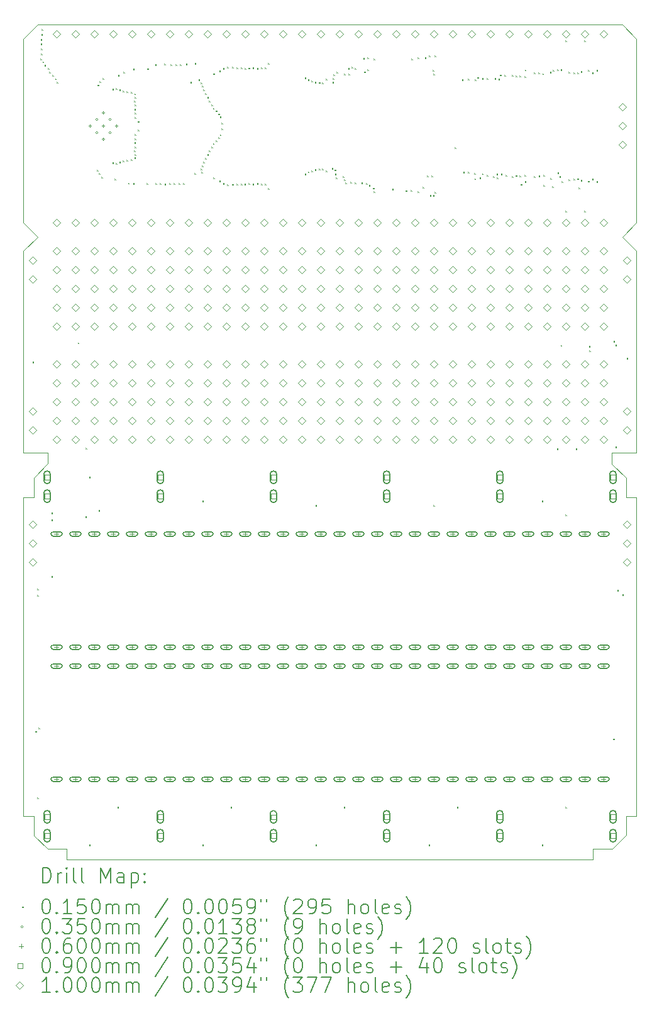
<source format=gbr>
%TF.GenerationSoftware,KiCad,Pcbnew,7.0.7*%
%TF.CreationDate,2023-10-12T12:02:56-07:00*%
%TF.ProjectId,JumperLUX,4a756d70-6572-44c5-9558-2e6b69636164,rev?*%
%TF.SameCoordinates,Original*%
%TF.FileFunction,Drillmap*%
%TF.FilePolarity,Positive*%
%FSLAX45Y45*%
G04 Gerber Fmt 4.5, Leading zero omitted, Abs format (unit mm)*
G04 Created by KiCad (PCBNEW 7.0.7) date 2023-10-12 12:02:56*
%MOMM*%
%LPD*%
G01*
G04 APERTURE LIST*
%ADD10C,0.050000*%
%ADD11C,0.200000*%
%ADD12C,0.015000*%
%ADD13C,0.035000*%
%ADD14C,0.060000*%
%ADD15C,0.090000*%
%ADD16C,0.100000*%
G04 APERTURE END LIST*
D10*
X6223000Y-7683500D02*
X6223000Y-10160000D01*
X6362700Y-18148300D02*
X6362700Y-18409920D01*
X6413500Y-10350500D02*
X6223000Y-10541000D01*
X6223000Y-13258800D02*
X6553200Y-13258800D01*
X6807200Y-18592800D02*
X6807200Y-18732500D01*
X6223000Y-13855700D02*
X6223000Y-18148300D01*
X14287500Y-10350500D02*
X14478000Y-10160000D01*
X6223000Y-10541000D02*
X6223000Y-13256260D01*
X6362700Y-18409920D02*
X6545580Y-18592800D01*
X6807200Y-18732500D02*
X13893800Y-18732500D01*
X14478000Y-13258800D02*
X14478000Y-10541000D01*
X14478000Y-10541000D02*
X14287500Y-10350500D01*
X6362700Y-13855700D02*
X6223000Y-13855700D01*
X14478000Y-13855700D02*
X14338300Y-13855700D01*
X14478000Y-7683500D02*
X14287500Y-7493000D01*
X6223000Y-18148300D02*
X6362700Y-18148300D01*
X14478000Y-18148300D02*
X14478000Y-13855700D01*
X14152880Y-18592800D02*
X14338300Y-18407380D01*
X6413500Y-7493000D02*
X6223000Y-7683500D01*
X14338300Y-18148300D02*
X14478000Y-18148300D01*
X14338300Y-18407380D02*
X14338300Y-18148300D01*
X13893800Y-18592800D02*
X14152880Y-18592800D01*
X14338300Y-13855700D02*
X14338300Y-13596620D01*
X13893800Y-18732500D02*
X13893800Y-18592800D01*
X14147800Y-13258800D02*
X14478000Y-13258800D01*
X14287500Y-7493000D02*
X6413500Y-7493000D01*
X6553200Y-13403580D02*
X6362700Y-13594080D01*
X6362700Y-13853160D02*
X6362700Y-13855700D01*
X6545580Y-18592800D02*
X6807200Y-18592800D01*
X14478000Y-10160000D02*
X14478000Y-7683500D01*
X6223000Y-10160000D02*
X6413500Y-10350500D01*
X14338300Y-13596620D02*
X14147800Y-13406120D01*
X6362700Y-13594080D02*
X6362700Y-13853160D01*
X6223000Y-13256260D02*
X6223000Y-13258800D01*
X14147800Y-13406120D02*
X14147800Y-13258800D01*
X6553200Y-13258800D02*
X6553200Y-13403580D01*
D11*
D12*
X6342500Y-12032100D02*
X6357500Y-12047100D01*
X6357500Y-12032100D02*
X6342500Y-12047100D01*
X6380600Y-17005420D02*
X6395600Y-17020420D01*
X6395600Y-17005420D02*
X6380600Y-17020420D01*
X6406000Y-15169000D02*
X6421000Y-15184000D01*
X6421000Y-15169000D02*
X6406000Y-15184000D01*
X6406000Y-17899500D02*
X6421000Y-17914500D01*
X6421000Y-17899500D02*
X6406000Y-17914500D01*
X6409810Y-15086450D02*
X6424810Y-15101450D01*
X6424810Y-15086450D02*
X6409810Y-15101450D01*
X6421240Y-16957160D02*
X6436240Y-16972160D01*
X6436240Y-16957160D02*
X6421240Y-16972160D01*
X6449180Y-7950320D02*
X6464180Y-7965320D01*
X6464180Y-7950320D02*
X6449180Y-7965320D01*
X6454260Y-7686160D02*
X6469260Y-7701160D01*
X6469260Y-7686160D02*
X6454260Y-7701160D01*
X6454260Y-7747120D02*
X6469260Y-7762120D01*
X6469260Y-7747120D02*
X6454260Y-7762120D01*
X6456800Y-7879200D02*
X6471800Y-7894200D01*
X6471800Y-7879200D02*
X6456800Y-7894200D01*
X6459340Y-7813160D02*
X6474340Y-7828160D01*
X6474340Y-7813160D02*
X6459340Y-7828160D01*
X6461880Y-7617580D02*
X6476880Y-7632580D01*
X6476880Y-7617580D02*
X6461880Y-7632580D01*
X6466960Y-7551540D02*
X6481960Y-7566540D01*
X6481960Y-7551540D02*
X6466960Y-7566540D01*
X6479660Y-7988420D02*
X6494660Y-8003420D01*
X6494660Y-7988420D02*
X6479660Y-8003420D01*
X6505060Y-8036680D02*
X6520060Y-8051680D01*
X6520060Y-8036680D02*
X6505060Y-8051680D01*
X6550780Y-8079860D02*
X6565780Y-8094860D01*
X6565780Y-8079860D02*
X6550780Y-8094860D01*
X6566020Y-8125580D02*
X6581020Y-8140580D01*
X6581020Y-8125580D02*
X6566020Y-8140580D01*
X6596500Y-14153000D02*
X6611500Y-14168000D01*
X6611500Y-14153000D02*
X6596500Y-14168000D01*
X6596500Y-14915000D02*
X6611500Y-14930000D01*
X6611500Y-14915000D02*
X6596500Y-14930000D01*
X6596895Y-14064495D02*
X6611895Y-14079495D01*
X6611895Y-14064495D02*
X6596895Y-14079495D01*
X6609200Y-8171300D02*
X6624200Y-8186300D01*
X6624200Y-8171300D02*
X6609200Y-8186300D01*
X6647300Y-8217020D02*
X6662300Y-8232020D01*
X6662300Y-8217020D02*
X6647300Y-8232020D01*
X6670160Y-8260200D02*
X6685160Y-8275200D01*
X6685160Y-8260200D02*
X6670160Y-8275200D01*
X6952100Y-11772350D02*
X6967100Y-11787350D01*
X6967100Y-11772350D02*
X6952100Y-11787350D01*
X7053700Y-14114900D02*
X7068700Y-14129900D01*
X7068700Y-14114900D02*
X7053700Y-14129900D01*
X7060500Y-13193700D02*
X7075500Y-13208700D01*
X7075500Y-13193700D02*
X7060500Y-13208700D01*
X7104500Y-13581500D02*
X7119500Y-13596500D01*
X7119500Y-13581500D02*
X7104500Y-13596500D01*
X7104500Y-18534500D02*
X7119500Y-18549500D01*
X7119500Y-18534500D02*
X7104500Y-18549500D01*
X7208640Y-9446380D02*
X7223640Y-9461380D01*
X7223640Y-9446380D02*
X7208640Y-9461380D01*
X7218800Y-8300840D02*
X7233800Y-8315840D01*
X7233800Y-8300840D02*
X7218800Y-8315840D01*
X7231500Y-14026000D02*
X7246500Y-14041000D01*
X7246500Y-14026000D02*
X7231500Y-14041000D01*
X7239120Y-9492100D02*
X7254120Y-9507100D01*
X7254120Y-9492100D02*
X7239120Y-9507100D01*
X7244200Y-8257660D02*
X7259200Y-8272660D01*
X7259200Y-8257660D02*
X7244200Y-8272660D01*
X7272140Y-9540360D02*
X7287140Y-9555360D01*
X7287140Y-9540360D02*
X7272140Y-9555360D01*
X7289920Y-8214480D02*
X7304920Y-8229480D01*
X7304920Y-8214480D02*
X7289920Y-8229480D01*
X7419460Y-8354180D02*
X7434460Y-8369180D01*
X7434460Y-8354180D02*
X7419460Y-8369180D01*
X7419460Y-9347320D02*
X7434460Y-9362320D01*
X7434460Y-9347320D02*
X7419460Y-9362320D01*
X7449940Y-9568300D02*
X7464940Y-9583300D01*
X7464940Y-9568300D02*
X7449940Y-9583300D01*
X7465180Y-8349100D02*
X7480180Y-8364100D01*
X7480180Y-8349100D02*
X7465180Y-8364100D01*
X7465180Y-9352400D02*
X7480180Y-9367400D01*
X7480180Y-9352400D02*
X7465180Y-9367400D01*
X7485500Y-18026500D02*
X7500500Y-18041500D01*
X7500500Y-18026500D02*
X7485500Y-18041500D01*
X7495660Y-8171300D02*
X7510660Y-8186300D01*
X7510660Y-8171300D02*
X7495660Y-8186300D01*
X7510900Y-8364340D02*
X7525900Y-8379340D01*
X7525900Y-8364340D02*
X7510900Y-8379340D01*
X7510900Y-9337160D02*
X7525900Y-9352160D01*
X7525900Y-9337160D02*
X7510900Y-9352160D01*
X7555998Y-8380489D02*
X7570998Y-8395489D01*
X7570998Y-8380489D02*
X7555998Y-8395489D01*
X7555998Y-9321011D02*
X7570998Y-9336011D01*
X7570998Y-9321011D02*
X7555998Y-9336011D01*
X7564240Y-8128120D02*
X7579240Y-8143120D01*
X7579240Y-8128120D02*
X7564240Y-8143120D01*
X7611932Y-8389172D02*
X7626932Y-8404172D01*
X7626932Y-8389172D02*
X7611932Y-8404172D01*
X7611932Y-9312328D02*
X7626932Y-9327328D01*
X7626932Y-9312328D02*
X7611932Y-9327328D01*
X7630280Y-9621640D02*
X7645280Y-9636640D01*
X7645280Y-9621640D02*
X7630280Y-9636640D01*
X7665257Y-9304723D02*
X7680257Y-9319723D01*
X7680257Y-9304723D02*
X7665257Y-9319723D01*
X7666527Y-8398047D02*
X7681527Y-8413047D01*
X7681527Y-8398047D02*
X7666527Y-8413047D01*
X7698860Y-8084940D02*
X7713860Y-8099940D01*
X7713860Y-8084940D02*
X7698860Y-8099940D01*
X7698860Y-9629260D02*
X7713860Y-9644260D01*
X7713860Y-9629260D02*
X7698860Y-9644260D01*
X7710638Y-8516740D02*
X7725638Y-8531740D01*
X7725638Y-8516740D02*
X7710638Y-8531740D01*
X7710638Y-9184760D02*
X7725638Y-9199760D01*
X7725638Y-9184760D02*
X7710638Y-9199760D01*
X7714100Y-8420220D02*
X7729100Y-8435220D01*
X7729100Y-8420220D02*
X7714100Y-8435220D01*
X7714100Y-9281280D02*
X7729100Y-9296280D01*
X7729100Y-9281280D02*
X7714100Y-9296280D01*
X7715598Y-8624918D02*
X7730598Y-8639918D01*
X7730598Y-8624918D02*
X7715598Y-8639918D01*
X7715598Y-9076582D02*
X7730598Y-9091582D01*
X7730598Y-9076582D02*
X7715598Y-9091582D01*
X7716407Y-8567540D02*
X7731407Y-8582540D01*
X7731407Y-8567540D02*
X7716407Y-8582540D01*
X7716407Y-9133960D02*
X7731407Y-9148960D01*
X7731407Y-9133960D02*
X7716407Y-9148960D01*
X7717589Y-8736064D02*
X7732589Y-8751064D01*
X7732589Y-8736064D02*
X7717589Y-8751064D01*
X7717589Y-8965436D02*
X7732589Y-8980436D01*
X7732589Y-8965436D02*
X7717589Y-8980436D01*
X7719180Y-8465940D02*
X7734180Y-8480940D01*
X7734180Y-8465940D02*
X7719180Y-8480940D01*
X7719180Y-9235560D02*
X7734180Y-9250560D01*
X7734180Y-9235560D02*
X7719180Y-9250560D01*
X7721022Y-8676062D02*
X7736022Y-8691062D01*
X7736022Y-8676062D02*
X7721022Y-8691062D01*
X7721022Y-9025438D02*
X7736022Y-9040438D01*
X7736022Y-9025438D02*
X7721022Y-9040438D01*
X7759064Y-8791816D02*
X7774064Y-8806816D01*
X7774064Y-8791816D02*
X7759064Y-8806816D01*
X7759064Y-8909684D02*
X7774064Y-8924684D01*
X7774064Y-8909684D02*
X7759064Y-8924684D01*
X7879200Y-9629260D02*
X7894200Y-9644260D01*
X7894200Y-9629260D02*
X7879200Y-9644260D01*
X7888072Y-8080878D02*
X7903072Y-8095878D01*
X7903072Y-8080878D02*
X7888072Y-8095878D01*
X7993500Y-8026751D02*
X8008500Y-8041751D01*
X8008500Y-8026751D02*
X7993500Y-8041751D01*
X7996040Y-9629260D02*
X8011040Y-9644260D01*
X8011040Y-9629260D02*
X7996040Y-9644260D01*
X8057000Y-9629260D02*
X8072000Y-9644260D01*
X8072000Y-9629260D02*
X8057000Y-9644260D01*
X8115420Y-8015750D02*
X8130420Y-8030750D01*
X8130420Y-8015750D02*
X8115420Y-8030750D01*
X8120500Y-9631800D02*
X8135500Y-9646800D01*
X8135500Y-9631800D02*
X8120500Y-9646800D01*
X8184000Y-9629260D02*
X8199000Y-9644260D01*
X8199000Y-9629260D02*
X8184000Y-9644260D01*
X8203050Y-8025250D02*
X8218050Y-8040250D01*
X8218050Y-8025250D02*
X8203050Y-8040250D01*
X8244960Y-9629260D02*
X8259960Y-9644260D01*
X8259960Y-9629260D02*
X8244960Y-9644260D01*
X8266550Y-8025250D02*
X8281550Y-8040250D01*
X8281550Y-8025250D02*
X8266550Y-8040250D01*
X8311000Y-9629260D02*
X8326000Y-9644260D01*
X8326000Y-9629260D02*
X8311000Y-9644260D01*
X8329604Y-8024804D02*
X8344604Y-8039804D01*
X8344604Y-8024804D02*
X8329604Y-8039804D01*
X8371960Y-9629260D02*
X8386960Y-9644260D01*
X8386960Y-9629260D02*
X8371960Y-9644260D01*
X8410060Y-8016360D02*
X8425060Y-8031360D01*
X8425060Y-8016360D02*
X8410060Y-8031360D01*
X8469359Y-8266159D02*
X8484359Y-8281159D01*
X8484359Y-8266159D02*
X8469359Y-8281159D01*
X8525239Y-9491221D02*
X8540239Y-9506221D01*
X8540239Y-9491221D02*
X8525239Y-9506221D01*
X8526900Y-8006200D02*
X8541900Y-8021200D01*
X8541900Y-8006200D02*
X8526900Y-8021200D01*
X8579048Y-8227180D02*
X8594048Y-8242180D01*
X8594048Y-8227180D02*
X8579048Y-8242180D01*
X8606579Y-8270360D02*
X8621579Y-8285360D01*
X8621579Y-8270360D02*
X8606579Y-8285360D01*
X8606579Y-9431140D02*
X8621579Y-9446140D01*
X8621579Y-9431140D02*
X8606579Y-9446140D01*
X8615800Y-9474320D02*
X8630800Y-9489320D01*
X8630800Y-9474320D02*
X8615800Y-9489320D01*
X8624690Y-8313540D02*
X8639690Y-8328540D01*
X8639690Y-8313540D02*
X8624690Y-8328540D01*
X8624690Y-9387960D02*
X8639690Y-9402960D01*
X8639690Y-9387960D02*
X8624690Y-9402960D01*
X8628500Y-13899000D02*
X8643500Y-13914000D01*
X8643500Y-13899000D02*
X8628500Y-13914000D01*
X8628500Y-18534500D02*
X8643500Y-18549500D01*
X8643500Y-18534500D02*
X8628500Y-18549500D01*
X8643740Y-8364340D02*
X8658740Y-8379340D01*
X8658740Y-8364340D02*
X8643740Y-8379340D01*
X8643740Y-9337160D02*
X8658740Y-9352160D01*
X8658740Y-9337160D02*
X8643740Y-9352160D01*
X8669140Y-8415140D02*
X8684140Y-8430140D01*
X8684140Y-8415140D02*
X8669140Y-8430140D01*
X8669140Y-9286360D02*
X8684140Y-9301360D01*
X8684140Y-9286360D02*
X8669140Y-9301360D01*
X8697080Y-8465940D02*
X8712080Y-8480940D01*
X8712080Y-8465940D02*
X8697080Y-8480940D01*
X8697080Y-9235560D02*
X8712080Y-9250560D01*
X8712080Y-9235560D02*
X8697080Y-9250560D01*
X8719940Y-8516740D02*
X8734940Y-8531740D01*
X8734940Y-8516740D02*
X8719940Y-8531740D01*
X8719940Y-9184760D02*
X8734940Y-9199760D01*
X8734940Y-9184760D02*
X8719940Y-9199760D01*
X8750420Y-8566060D02*
X8765420Y-8581060D01*
X8765420Y-8566060D02*
X8750420Y-8581060D01*
X8750420Y-9135440D02*
X8765420Y-9150440D01*
X8765420Y-9135440D02*
X8750420Y-9150440D01*
X8773280Y-8613870D02*
X8788280Y-8628870D01*
X8788280Y-8613870D02*
X8773280Y-8628870D01*
X8773280Y-9087630D02*
X8788280Y-9102630D01*
X8788280Y-9087630D02*
X8773280Y-9102630D01*
X8775820Y-8148440D02*
X8790820Y-8163440D01*
X8790820Y-8148440D02*
X8775820Y-8163440D01*
X8775820Y-9553060D02*
X8790820Y-9568060D01*
X8790820Y-9553060D02*
X8775820Y-9568060D01*
X8808840Y-8648820D02*
X8823840Y-8663820D01*
X8823840Y-8648820D02*
X8808840Y-8663820D01*
X8808840Y-9052680D02*
X8823840Y-9067680D01*
X8823840Y-9052680D02*
X8808840Y-9067680D01*
X8842470Y-8690488D02*
X8857470Y-8705488D01*
X8857470Y-8690488D02*
X8842470Y-8705488D01*
X8842470Y-9011012D02*
X8857470Y-9026012D01*
X8857470Y-9011012D02*
X8842470Y-9026012D01*
X8857100Y-8110340D02*
X8872100Y-8125340D01*
X8872100Y-8110340D02*
X8857100Y-8125340D01*
X8857100Y-9591160D02*
X8872100Y-9606160D01*
X8872100Y-9591160D02*
X8857100Y-9606160D01*
X8865980Y-8731380D02*
X8880980Y-8746380D01*
X8880980Y-8731380D02*
X8865980Y-8746380D01*
X8865980Y-8970120D02*
X8880980Y-8985120D01*
X8880980Y-8970120D02*
X8865980Y-8985120D01*
X8885040Y-8813920D02*
X8900040Y-8828920D01*
X8900040Y-8813920D02*
X8885040Y-8828920D01*
X8885040Y-8887580D02*
X8900040Y-8902580D01*
X8900040Y-8887580D02*
X8885040Y-8902580D01*
X8907900Y-8074780D02*
X8922900Y-8089780D01*
X8922900Y-8074780D02*
X8907900Y-8089780D01*
X8907900Y-9626720D02*
X8922900Y-9641720D01*
X8922900Y-9626720D02*
X8907900Y-9641720D01*
X8966320Y-8057000D02*
X8981320Y-8072000D01*
X8981320Y-8057000D02*
X8966320Y-8072000D01*
X8966320Y-9644500D02*
X8981320Y-9659500D01*
X8981320Y-9644500D02*
X8966320Y-9659500D01*
X9009500Y-18026500D02*
X9024500Y-18041500D01*
X9024500Y-18026500D02*
X9009500Y-18041500D01*
X9032360Y-8062080D02*
X9047360Y-8077080D01*
X9047360Y-8062080D02*
X9032360Y-8077080D01*
X9032360Y-9639420D02*
X9047360Y-9654420D01*
X9047360Y-9639420D02*
X9032360Y-9654420D01*
X9090780Y-8069700D02*
X9105780Y-8084700D01*
X9105780Y-8069700D02*
X9090780Y-8084700D01*
X9090780Y-9631800D02*
X9105780Y-9646800D01*
X9105780Y-9631800D02*
X9090780Y-9646800D01*
X9149200Y-8069700D02*
X9164200Y-8084700D01*
X9164200Y-8069700D02*
X9149200Y-8084700D01*
X9149200Y-9631800D02*
X9164200Y-9646800D01*
X9164200Y-9631800D02*
X9149200Y-9646800D01*
X9197460Y-9631800D02*
X9212460Y-9646800D01*
X9212460Y-9631800D02*
X9197460Y-9646800D01*
X9200000Y-8079860D02*
X9215000Y-8094860D01*
X9215000Y-8079860D02*
X9200000Y-8094860D01*
X9250800Y-8072240D02*
X9265800Y-8087240D01*
X9265800Y-8072240D02*
X9250800Y-8087240D01*
X9250800Y-9629260D02*
X9265800Y-9644260D01*
X9265800Y-9629260D02*
X9250800Y-9644260D01*
X9306680Y-8069700D02*
X9321680Y-8084700D01*
X9321680Y-8069700D02*
X9306680Y-8084700D01*
X9306680Y-9631800D02*
X9321680Y-9646800D01*
X9321680Y-9631800D02*
X9306680Y-9646800D01*
X9365100Y-8077320D02*
X9380100Y-8092320D01*
X9380100Y-8077320D02*
X9365100Y-8092320D01*
X9365100Y-9624180D02*
X9380100Y-9639180D01*
X9380100Y-9624180D02*
X9365100Y-9639180D01*
X9418440Y-8069700D02*
X9433440Y-8084700D01*
X9433440Y-8069700D02*
X9418440Y-8084700D01*
X9418440Y-9631800D02*
X9433440Y-9646800D01*
X9433440Y-9631800D02*
X9418440Y-9646800D01*
X9471780Y-8069700D02*
X9486780Y-8084700D01*
X9486780Y-8069700D02*
X9471780Y-8084700D01*
X9471780Y-9631800D02*
X9486780Y-9646800D01*
X9486780Y-9631800D02*
X9471780Y-9646800D01*
X9514960Y-8008740D02*
X9529960Y-8023740D01*
X9529960Y-8008740D02*
X9514960Y-8023740D01*
X9514960Y-9692760D02*
X9529960Y-9707760D01*
X9529960Y-9692760D02*
X9514960Y-9707760D01*
X10010260Y-8204320D02*
X10025260Y-8219320D01*
X10025260Y-8204320D02*
X10010260Y-8219320D01*
X10010260Y-9497180D02*
X10025260Y-9512180D01*
X10025260Y-9497180D02*
X10010260Y-9512180D01*
X10052170Y-8230990D02*
X10067170Y-8245990D01*
X10067170Y-8230990D02*
X10052170Y-8245990D01*
X10052170Y-9470510D02*
X10067170Y-9485510D01*
X10067170Y-9470510D02*
X10052170Y-9485510D01*
X10096620Y-8247500D02*
X10111620Y-8262500D01*
X10111620Y-8247500D02*
X10096620Y-8262500D01*
X10096620Y-9454000D02*
X10111620Y-9469000D01*
X10111620Y-9454000D02*
X10096620Y-9469000D01*
X10144880Y-8260200D02*
X10159880Y-8275200D01*
X10159880Y-8260200D02*
X10144880Y-8275200D01*
X10144880Y-9441300D02*
X10159880Y-9456300D01*
X10159880Y-9441300D02*
X10144880Y-9456300D01*
X10152500Y-13962500D02*
X10167500Y-13977500D01*
X10167500Y-13962500D02*
X10152500Y-13977500D01*
X10152500Y-18534500D02*
X10167500Y-18549500D01*
X10167500Y-18534500D02*
X10152500Y-18549500D01*
X10196934Y-8267329D02*
X10211934Y-8282329D01*
X10211934Y-8267329D02*
X10196934Y-8282329D01*
X10196934Y-9434171D02*
X10211934Y-9449171D01*
X10211934Y-9434171D02*
X10196934Y-9449171D01*
X10240037Y-8269049D02*
X10255037Y-8284049D01*
X10255037Y-8269049D02*
X10240037Y-8284049D01*
X10240037Y-9432451D02*
X10255037Y-9447451D01*
X10255037Y-9432451D02*
X10240037Y-9447451D01*
X10289933Y-9459080D02*
X10304933Y-9474080D01*
X10304933Y-9459080D02*
X10289933Y-9474080D01*
X10292080Y-8221435D02*
X10307080Y-8236435D01*
X10307080Y-8221435D02*
X10292080Y-8236435D01*
X10373480Y-9420980D02*
X10388480Y-9435980D01*
X10388480Y-9420980D02*
X10373480Y-9435980D01*
X10381100Y-8260200D02*
X10396100Y-8275200D01*
X10396100Y-8260200D02*
X10381100Y-8275200D01*
X10383599Y-8209400D02*
X10398599Y-8224400D01*
X10398599Y-8209400D02*
X10383599Y-8224400D01*
X10396340Y-8158600D02*
X10411340Y-8173600D01*
X10411340Y-8158600D02*
X10396340Y-8173600D01*
X10411580Y-9443772D02*
X10426580Y-9458772D01*
X10426580Y-9443772D02*
X10411580Y-9458772D01*
X10416660Y-9499720D02*
X10431660Y-9514720D01*
X10431660Y-9499720D02*
X10416660Y-9514720D01*
X10426820Y-9550520D02*
X10441820Y-9565520D01*
X10441820Y-9550520D02*
X10426820Y-9565520D01*
X10440103Y-8125580D02*
X10455103Y-8140580D01*
X10455103Y-8125580D02*
X10440103Y-8140580D01*
X10520800Y-9530200D02*
X10535800Y-9545200D01*
X10535800Y-9530200D02*
X10520800Y-9545200D01*
X10533500Y-18026500D02*
X10548500Y-18041500D01*
X10548500Y-18026500D02*
X10533500Y-18041500D01*
X10537310Y-8154790D02*
X10552310Y-8169790D01*
X10552310Y-8154790D02*
X10537310Y-8169790D01*
X10539877Y-9572137D02*
X10554877Y-9587137D01*
X10554877Y-9572137D02*
X10539877Y-9587137D01*
X10557630Y-9615290D02*
X10572630Y-9630290D01*
X10572630Y-9615290D02*
X10557630Y-9630290D01*
X10594460Y-8079860D02*
X10609460Y-8094860D01*
X10609460Y-8079860D02*
X10594460Y-8094860D01*
X10598323Y-8154737D02*
X10613323Y-8169737D01*
X10613323Y-8154737D02*
X10598323Y-8169737D01*
X10625470Y-9608940D02*
X10640470Y-9623940D01*
X10640470Y-9608940D02*
X10625470Y-9623940D01*
X10637640Y-8059540D02*
X10652640Y-8074540D01*
X10652640Y-8059540D02*
X10637640Y-8074540D01*
X10681744Y-8074780D02*
X10696744Y-8089780D01*
X10696744Y-8074780D02*
X10681744Y-8089780D01*
X10683360Y-9619100D02*
X10698360Y-9634100D01*
X10698360Y-9619100D02*
X10683360Y-9634100D01*
X10770990Y-9615290D02*
X10785990Y-9630290D01*
X10785990Y-9615290D02*
X10770990Y-9630290D01*
X10797660Y-7940160D02*
X10812660Y-7955160D01*
X10812660Y-7940160D02*
X10797660Y-7955160D01*
X10809090Y-8124310D02*
X10824090Y-8139310D01*
X10824090Y-8124310D02*
X10809090Y-8139310D01*
X10834746Y-9623166D02*
X10849746Y-9638166D01*
X10849746Y-9623166D02*
X10834746Y-9638166D01*
X10851000Y-8095100D02*
X10866000Y-8110100D01*
X10866000Y-8095100D02*
X10851000Y-8110100D01*
X10853764Y-7935304D02*
X10868764Y-7950304D01*
X10868764Y-7935304D02*
X10853764Y-7950304D01*
X10873860Y-9649580D02*
X10888860Y-9664580D01*
X10888860Y-9649580D02*
X10873860Y-9664580D01*
X10925930Y-9688950D02*
X10940930Y-9703950D01*
X10940930Y-9688950D02*
X10925930Y-9703950D01*
X10936090Y-7949050D02*
X10951090Y-7964050D01*
X10951090Y-7949050D02*
X10936090Y-7964050D01*
X10937360Y-9738480D02*
X10952360Y-9753480D01*
X10952360Y-9738480D02*
X10937360Y-9753480D01*
X11186280Y-9705460D02*
X11201280Y-9720460D01*
X11201280Y-9705460D02*
X11186280Y-9720460D01*
X11367890Y-9724510D02*
X11382890Y-9739510D01*
X11382890Y-9724510D02*
X11367890Y-9739510D01*
X11435200Y-9718160D02*
X11450200Y-9733160D01*
X11450200Y-9718160D02*
X11435200Y-9733160D01*
X11441655Y-7946615D02*
X11456655Y-7961615D01*
X11456655Y-7946615D02*
X11441655Y-7961615D01*
X11531428Y-7934788D02*
X11546428Y-7949788D01*
X11546428Y-7934788D02*
X11531428Y-7949788D01*
X11531720Y-9733400D02*
X11546720Y-9748400D01*
X11546720Y-9733400D02*
X11531720Y-9748400D01*
X11597760Y-9674980D02*
X11612760Y-9689980D01*
X11612760Y-9674980D02*
X11597760Y-9689980D01*
X11627423Y-7931880D02*
X11642423Y-7946880D01*
X11642423Y-7931880D02*
X11627423Y-7946880D01*
X11658720Y-9522580D02*
X11673720Y-9537580D01*
X11673720Y-9522580D02*
X11658720Y-9537580D01*
X11676500Y-18534500D02*
X11691500Y-18549500D01*
X11691500Y-18534500D02*
X11676500Y-18549500D01*
X11684120Y-7907140D02*
X11699120Y-7922140D01*
X11699120Y-7907140D02*
X11684120Y-7922140D01*
X11694280Y-9789280D02*
X11709280Y-9804280D01*
X11709280Y-9789280D02*
X11694280Y-9804280D01*
X11714600Y-9522580D02*
X11729600Y-9537580D01*
X11729600Y-9522580D02*
X11714600Y-9537580D01*
X11732380Y-8100180D02*
X11747380Y-8115180D01*
X11747380Y-8100180D02*
X11732380Y-8115180D01*
X11737460Y-9789280D02*
X11752460Y-9804280D01*
X11752460Y-9789280D02*
X11737460Y-9804280D01*
X11740000Y-13962500D02*
X11755000Y-13977500D01*
X11755000Y-13962500D02*
X11740000Y-13977500D01*
X11742540Y-8150980D02*
X11757540Y-8165980D01*
X11757540Y-8150980D02*
X11742540Y-8165980D01*
X11757780Y-7907140D02*
X11772780Y-7922140D01*
X11772780Y-7907140D02*
X11757780Y-7922140D01*
X11760320Y-9746100D02*
X11775320Y-9761100D01*
X11775320Y-9746100D02*
X11760320Y-9761100D01*
X12027020Y-9141580D02*
X12042020Y-9156580D01*
X12042020Y-9141580D02*
X12027020Y-9156580D01*
X12057500Y-18026500D02*
X12072500Y-18041500D01*
X12072500Y-18026500D02*
X12057500Y-18041500D01*
X12126080Y-8227180D02*
X12141080Y-8242180D01*
X12141080Y-8227180D02*
X12126080Y-8242180D01*
X12143860Y-9474320D02*
X12158860Y-9489320D01*
X12158860Y-9474320D02*
X12143860Y-9489320D01*
X12207360Y-8222100D02*
X12222360Y-8237100D01*
X12222360Y-8222100D02*
X12207360Y-8237100D01*
X12207360Y-9474320D02*
X12222360Y-9489320D01*
X12222360Y-9474320D02*
X12207360Y-9489320D01*
X12294407Y-9492787D02*
X12309407Y-9507787D01*
X12309407Y-9492787D02*
X12294407Y-9507787D01*
X12294990Y-9561950D02*
X12309990Y-9576950D01*
X12309990Y-9561950D02*
X12294990Y-9576950D01*
X12298800Y-8227180D02*
X12313800Y-8242180D01*
X12313800Y-8227180D02*
X12298800Y-8242180D01*
X12334360Y-8199240D02*
X12349360Y-8214240D01*
X12349360Y-8199240D02*
X12334360Y-8214240D01*
X12362300Y-9553060D02*
X12377300Y-9568060D01*
X12377300Y-9553060D02*
X12362300Y-9568060D01*
X12397860Y-8209400D02*
X12412860Y-8224400D01*
X12412860Y-8209400D02*
X12397860Y-8224400D01*
X12397860Y-9494640D02*
X12412860Y-9509640D01*
X12412860Y-9494640D02*
X12397860Y-9509640D01*
X12458820Y-9514960D02*
X12473820Y-9529960D01*
X12473820Y-9514960D02*
X12458820Y-9529960D01*
X12461360Y-8209400D02*
X12476360Y-8224400D01*
X12476360Y-8209400D02*
X12461360Y-8224400D01*
X12547720Y-9530200D02*
X12562720Y-9545200D01*
X12562720Y-9530200D02*
X12547720Y-9545200D01*
X12565500Y-8209400D02*
X12580500Y-8224400D01*
X12580500Y-8209400D02*
X12565500Y-8224400D01*
X12590900Y-9502260D02*
X12605900Y-9517260D01*
X12605900Y-9502260D02*
X12590900Y-9517260D01*
X12598520Y-9553060D02*
X12613520Y-9568060D01*
X12613520Y-9553060D02*
X12598520Y-9568060D01*
X12616300Y-8222100D02*
X12631300Y-8237100D01*
X12631300Y-8222100D02*
X12616300Y-8237100D01*
X12639160Y-8166220D02*
X12654160Y-8181220D01*
X12654160Y-8166220D02*
X12639160Y-8181220D01*
X12651860Y-9502260D02*
X12666860Y-9517260D01*
X12666860Y-9502260D02*
X12651860Y-9517260D01*
X12700120Y-8171300D02*
X12715120Y-8186300D01*
X12715120Y-8171300D02*
X12700120Y-8186300D01*
X12715360Y-9514960D02*
X12730360Y-9529960D01*
X12730360Y-9514960D02*
X12715360Y-9529960D01*
X12801720Y-8171300D02*
X12816720Y-8186300D01*
X12816720Y-8171300D02*
X12801720Y-8186300D01*
X12801720Y-9530200D02*
X12816720Y-9545200D01*
X12816720Y-9530200D02*
X12801720Y-9545200D01*
X12852520Y-8181460D02*
X12867520Y-8196460D01*
X12867520Y-8181460D02*
X12852520Y-8196460D01*
X12852520Y-9520040D02*
X12867520Y-9535040D01*
X12867520Y-9520040D02*
X12852520Y-9535040D01*
X12903320Y-8176380D02*
X12918320Y-8191380D01*
X12918320Y-8176380D02*
X12903320Y-8191380D01*
X12903320Y-9525120D02*
X12918320Y-9540120D01*
X12918320Y-9525120D02*
X12903320Y-9540120D01*
X12916020Y-9639420D02*
X12931020Y-9654420D01*
X12931020Y-9639420D02*
X12916020Y-9654420D01*
X12969360Y-8184000D02*
X12984360Y-8199000D01*
X12984360Y-8184000D02*
X12969360Y-8199000D01*
X12969360Y-9517500D02*
X12984360Y-9532500D01*
X12984360Y-9517500D02*
X12969360Y-9532500D01*
X12971900Y-8097640D02*
X12986900Y-8112640D01*
X12986900Y-8097640D02*
X12971900Y-8112640D01*
X12971900Y-9603860D02*
X12986900Y-9618860D01*
X12986900Y-9603860D02*
X12971900Y-9618860D01*
X13093820Y-8133200D02*
X13108820Y-8148200D01*
X13108820Y-8133200D02*
X13093820Y-8148200D01*
X13096360Y-9530200D02*
X13111360Y-9545200D01*
X13111360Y-9530200D02*
X13096360Y-9545200D01*
X13157320Y-8135740D02*
X13172320Y-8150740D01*
X13172320Y-8135740D02*
X13157320Y-8150740D01*
X13159860Y-9527660D02*
X13174860Y-9542660D01*
X13174860Y-9527660D02*
X13159860Y-9542660D01*
X13200500Y-13899000D02*
X13215500Y-13914000D01*
X13215500Y-13899000D02*
X13200500Y-13914000D01*
X13200500Y-18534500D02*
X13215500Y-18549500D01*
X13215500Y-18534500D02*
X13200500Y-18549500D01*
X13210660Y-8148440D02*
X13225660Y-8163440D01*
X13225660Y-8148440D02*
X13210660Y-8163440D01*
X13223360Y-9517500D02*
X13238360Y-9532500D01*
X13238360Y-9517500D02*
X13223360Y-9532500D01*
X13223360Y-9649580D02*
X13238360Y-9664580D01*
X13238360Y-9649580D02*
X13223360Y-9664580D01*
X13312260Y-8128120D02*
X13327260Y-8143120D01*
X13327260Y-8128120D02*
X13312260Y-8143120D01*
X13314800Y-9560680D02*
X13329800Y-9575680D01*
X13329800Y-9560680D02*
X13314800Y-9575680D01*
X13342210Y-9669606D02*
X13357210Y-9684606D01*
X13357210Y-9669606D02*
X13342210Y-9684606D01*
X13350360Y-8105260D02*
X13365360Y-8120260D01*
X13365360Y-8105260D02*
X13350360Y-8120260D01*
X13403700Y-13200500D02*
X13418700Y-13215500D01*
X13418700Y-13200500D02*
X13403700Y-13215500D01*
X13406240Y-8095100D02*
X13421240Y-8110100D01*
X13421240Y-8095100D02*
X13406240Y-8110100D01*
X13413860Y-9484480D02*
X13428860Y-9499480D01*
X13428860Y-9484480D02*
X13413860Y-9499480D01*
X13439260Y-9530200D02*
X13454260Y-9545200D01*
X13454260Y-9530200D02*
X13439260Y-9545200D01*
X13454500Y-8095100D02*
X13469500Y-8110100D01*
X13469500Y-8095100D02*
X13454500Y-8110100D01*
X13454500Y-11807300D02*
X13469500Y-11822300D01*
X13469500Y-11807300D02*
X13454500Y-11822300D01*
X13471010Y-9603860D02*
X13486010Y-9618860D01*
X13486010Y-9603860D02*
X13471010Y-9618860D01*
X13516147Y-7702087D02*
X13531147Y-7717087D01*
X13531147Y-7702087D02*
X13516147Y-7717087D01*
X13516147Y-9999413D02*
X13531147Y-10014413D01*
X13531147Y-9999413D02*
X13516147Y-10014413D01*
X13518000Y-14089500D02*
X13533000Y-14104500D01*
X13533000Y-14089500D02*
X13518000Y-14104500D01*
X13518000Y-18026500D02*
X13533000Y-18041500D01*
X13533000Y-18026500D02*
X13518000Y-18041500D01*
X13563720Y-8128120D02*
X13578720Y-8143120D01*
X13578720Y-8128120D02*
X13563720Y-8143120D01*
X13563720Y-9573380D02*
X13578720Y-9588380D01*
X13578720Y-9573380D02*
X13563720Y-9588380D01*
X13627220Y-8133200D02*
X13642220Y-8148200D01*
X13642220Y-8133200D02*
X13627220Y-8148200D01*
X13627220Y-9568300D02*
X13642220Y-9583300D01*
X13642220Y-9568300D02*
X13627220Y-9583300D01*
X13657700Y-13200500D02*
X13672700Y-13215500D01*
X13672700Y-13200500D02*
X13657700Y-13215500D01*
X13678020Y-8138280D02*
X13693020Y-8153280D01*
X13693020Y-8138280D02*
X13678020Y-8153280D01*
X13678020Y-9563220D02*
X13693020Y-9578220D01*
X13693020Y-9563220D02*
X13678020Y-9578220D01*
X13698340Y-9687680D02*
X13713340Y-9702680D01*
X13713340Y-9687680D02*
X13698340Y-9702680D01*
X13726280Y-8120500D02*
X13741280Y-8135500D01*
X13741280Y-8120500D02*
X13726280Y-8135500D01*
X13726280Y-9581000D02*
X13741280Y-9596000D01*
X13741280Y-9581000D02*
X13726280Y-9596000D01*
X13774540Y-7701400D02*
X13789540Y-7716400D01*
X13789540Y-7701400D02*
X13774540Y-7716400D01*
X13774540Y-10000100D02*
X13789540Y-10015100D01*
X13789540Y-10000100D02*
X13774540Y-10015100D01*
X13825340Y-8105260D02*
X13840340Y-8120260D01*
X13840340Y-8105260D02*
X13825340Y-8120260D01*
X13825340Y-9596240D02*
X13840340Y-9611240D01*
X13840340Y-9596240D02*
X13825340Y-9611240D01*
X13835500Y-11820020D02*
X13850500Y-11835020D01*
X13850500Y-11820020D02*
X13835500Y-11835020D01*
X13842006Y-11879700D02*
X13857006Y-11894700D01*
X13857006Y-11879700D02*
X13842006Y-11894700D01*
X13878680Y-8133200D02*
X13893680Y-8148200D01*
X13893680Y-8133200D02*
X13878680Y-8148200D01*
X13878680Y-9568300D02*
X13893680Y-9583300D01*
X13893680Y-9568300D02*
X13878680Y-9583300D01*
X13937100Y-8100180D02*
X13952100Y-8115180D01*
X13952100Y-8100180D02*
X13937100Y-8115180D01*
X13937100Y-9601320D02*
X13952100Y-9616320D01*
X13952100Y-9601320D02*
X13937100Y-9616320D01*
X14163160Y-17107020D02*
X14178160Y-17122020D01*
X14178160Y-17107020D02*
X14163160Y-17122020D01*
X14166665Y-11753897D02*
X14181665Y-11768897D01*
X14181665Y-11753897D02*
X14166665Y-11768897D01*
X14191100Y-11803500D02*
X14206100Y-11818500D01*
X14206100Y-11803500D02*
X14191100Y-11818500D01*
X14191100Y-13175100D02*
X14206100Y-13190100D01*
X14206100Y-13175100D02*
X14191100Y-13190100D01*
X14216500Y-15105500D02*
X14231500Y-15120500D01*
X14231500Y-15105500D02*
X14216500Y-15120500D01*
X14285080Y-15166460D02*
X14300080Y-15181460D01*
X14300080Y-15166460D02*
X14285080Y-15181460D01*
X14343500Y-11981300D02*
X14358500Y-11996300D01*
X14358500Y-11981300D02*
X14343500Y-11996300D01*
D13*
X7135994Y-8858720D02*
G75*
G03*
X7135994Y-8858720I-17500J0D01*
G01*
X7226150Y-8768564D02*
G75*
G03*
X7226150Y-8768564I-17500J0D01*
G01*
X7226150Y-8948876D02*
G75*
G03*
X7226150Y-8948876I-17500J0D01*
G01*
X7316306Y-8678408D02*
G75*
G03*
X7316306Y-8678408I-17500J0D01*
G01*
X7316306Y-8858720D02*
G75*
G03*
X7316306Y-8858720I-17500J0D01*
G01*
X7316306Y-9039032D02*
G75*
G03*
X7316306Y-9039032I-17500J0D01*
G01*
X7406462Y-8768564D02*
G75*
G03*
X7406462Y-8768564I-17500J0D01*
G01*
X7406462Y-8948876D02*
G75*
G03*
X7406462Y-8948876I-17500J0D01*
G01*
X7496618Y-8858720D02*
G75*
G03*
X7496618Y-8858720I-17500J0D01*
G01*
D14*
X6667500Y-14321000D02*
X6667500Y-14381000D01*
X6637500Y-14351000D02*
X6697500Y-14351000D01*
D11*
X6622500Y-14381000D02*
X6712500Y-14381000D01*
X6712500Y-14381000D02*
G75*
G03*
X6712500Y-14321000I0J30000D01*
G01*
X6712500Y-14321000D02*
X6622500Y-14321000D01*
X6622500Y-14321000D02*
G75*
G03*
X6622500Y-14381000I0J-30000D01*
G01*
D14*
X6667500Y-15845000D02*
X6667500Y-15905000D01*
X6637500Y-15875000D02*
X6697500Y-15875000D01*
D11*
X6622500Y-15905000D02*
X6712500Y-15905000D01*
X6712500Y-15905000D02*
G75*
G03*
X6712500Y-15845000I0J30000D01*
G01*
X6712500Y-15845000D02*
X6622500Y-15845000D01*
X6622500Y-15845000D02*
G75*
G03*
X6622500Y-15905000I0J-30000D01*
G01*
D14*
X6667500Y-16099000D02*
X6667500Y-16159000D01*
X6637500Y-16129000D02*
X6697500Y-16129000D01*
D11*
X6622500Y-16159000D02*
X6712500Y-16159000D01*
X6712500Y-16159000D02*
G75*
G03*
X6712500Y-16099000I0J30000D01*
G01*
X6712500Y-16099000D02*
X6622500Y-16099000D01*
X6622500Y-16099000D02*
G75*
G03*
X6622500Y-16159000I0J-30000D01*
G01*
D14*
X6667500Y-17623000D02*
X6667500Y-17683000D01*
X6637500Y-17653000D02*
X6697500Y-17653000D01*
D11*
X6622500Y-17683000D02*
X6712500Y-17683000D01*
X6712500Y-17683000D02*
G75*
G03*
X6712500Y-17623000I0J30000D01*
G01*
X6712500Y-17623000D02*
X6622500Y-17623000D01*
X6622500Y-17623000D02*
G75*
G03*
X6622500Y-17683000I0J-30000D01*
G01*
D14*
X6921500Y-14321000D02*
X6921500Y-14381000D01*
X6891500Y-14351000D02*
X6951500Y-14351000D01*
D11*
X6876500Y-14381000D02*
X6966500Y-14381000D01*
X6966500Y-14381000D02*
G75*
G03*
X6966500Y-14321000I0J30000D01*
G01*
X6966500Y-14321000D02*
X6876500Y-14321000D01*
X6876500Y-14321000D02*
G75*
G03*
X6876500Y-14381000I0J-30000D01*
G01*
D14*
X6921500Y-15845000D02*
X6921500Y-15905000D01*
X6891500Y-15875000D02*
X6951500Y-15875000D01*
D11*
X6876500Y-15905000D02*
X6966500Y-15905000D01*
X6966500Y-15905000D02*
G75*
G03*
X6966500Y-15845000I0J30000D01*
G01*
X6966500Y-15845000D02*
X6876500Y-15845000D01*
X6876500Y-15845000D02*
G75*
G03*
X6876500Y-15905000I0J-30000D01*
G01*
D14*
X6921500Y-16099000D02*
X6921500Y-16159000D01*
X6891500Y-16129000D02*
X6951500Y-16129000D01*
D11*
X6876500Y-16159000D02*
X6966500Y-16159000D01*
X6966500Y-16159000D02*
G75*
G03*
X6966500Y-16099000I0J30000D01*
G01*
X6966500Y-16099000D02*
X6876500Y-16099000D01*
X6876500Y-16099000D02*
G75*
G03*
X6876500Y-16159000I0J-30000D01*
G01*
D14*
X6921500Y-17623000D02*
X6921500Y-17683000D01*
X6891500Y-17653000D02*
X6951500Y-17653000D01*
D11*
X6876500Y-17683000D02*
X6966500Y-17683000D01*
X6966500Y-17683000D02*
G75*
G03*
X6966500Y-17623000I0J30000D01*
G01*
X6966500Y-17623000D02*
X6876500Y-17623000D01*
X6876500Y-17623000D02*
G75*
G03*
X6876500Y-17683000I0J-30000D01*
G01*
D14*
X7175500Y-14321000D02*
X7175500Y-14381000D01*
X7145500Y-14351000D02*
X7205500Y-14351000D01*
D11*
X7130500Y-14381000D02*
X7220500Y-14381000D01*
X7220500Y-14381000D02*
G75*
G03*
X7220500Y-14321000I0J30000D01*
G01*
X7220500Y-14321000D02*
X7130500Y-14321000D01*
X7130500Y-14321000D02*
G75*
G03*
X7130500Y-14381000I0J-30000D01*
G01*
D14*
X7175500Y-15845000D02*
X7175500Y-15905000D01*
X7145500Y-15875000D02*
X7205500Y-15875000D01*
D11*
X7130500Y-15905000D02*
X7220500Y-15905000D01*
X7220500Y-15905000D02*
G75*
G03*
X7220500Y-15845000I0J30000D01*
G01*
X7220500Y-15845000D02*
X7130500Y-15845000D01*
X7130500Y-15845000D02*
G75*
G03*
X7130500Y-15905000I0J-30000D01*
G01*
D14*
X7175500Y-16099000D02*
X7175500Y-16159000D01*
X7145500Y-16129000D02*
X7205500Y-16129000D01*
D11*
X7130500Y-16159000D02*
X7220500Y-16159000D01*
X7220500Y-16159000D02*
G75*
G03*
X7220500Y-16099000I0J30000D01*
G01*
X7220500Y-16099000D02*
X7130500Y-16099000D01*
X7130500Y-16099000D02*
G75*
G03*
X7130500Y-16159000I0J-30000D01*
G01*
D14*
X7175500Y-17623000D02*
X7175500Y-17683000D01*
X7145500Y-17653000D02*
X7205500Y-17653000D01*
D11*
X7130500Y-17683000D02*
X7220500Y-17683000D01*
X7220500Y-17683000D02*
G75*
G03*
X7220500Y-17623000I0J30000D01*
G01*
X7220500Y-17623000D02*
X7130500Y-17623000D01*
X7130500Y-17623000D02*
G75*
G03*
X7130500Y-17683000I0J-30000D01*
G01*
D14*
X7429500Y-14321000D02*
X7429500Y-14381000D01*
X7399500Y-14351000D02*
X7459500Y-14351000D01*
D11*
X7384500Y-14381000D02*
X7474500Y-14381000D01*
X7474500Y-14381000D02*
G75*
G03*
X7474500Y-14321000I0J30000D01*
G01*
X7474500Y-14321000D02*
X7384500Y-14321000D01*
X7384500Y-14321000D02*
G75*
G03*
X7384500Y-14381000I0J-30000D01*
G01*
D14*
X7429500Y-15845000D02*
X7429500Y-15905000D01*
X7399500Y-15875000D02*
X7459500Y-15875000D01*
D11*
X7384500Y-15905000D02*
X7474500Y-15905000D01*
X7474500Y-15905000D02*
G75*
G03*
X7474500Y-15845000I0J30000D01*
G01*
X7474500Y-15845000D02*
X7384500Y-15845000D01*
X7384500Y-15845000D02*
G75*
G03*
X7384500Y-15905000I0J-30000D01*
G01*
D14*
X7429500Y-16099000D02*
X7429500Y-16159000D01*
X7399500Y-16129000D02*
X7459500Y-16129000D01*
D11*
X7384500Y-16159000D02*
X7474500Y-16159000D01*
X7474500Y-16159000D02*
G75*
G03*
X7474500Y-16099000I0J30000D01*
G01*
X7474500Y-16099000D02*
X7384500Y-16099000D01*
X7384500Y-16099000D02*
G75*
G03*
X7384500Y-16159000I0J-30000D01*
G01*
D14*
X7429500Y-17623000D02*
X7429500Y-17683000D01*
X7399500Y-17653000D02*
X7459500Y-17653000D01*
D11*
X7384500Y-17683000D02*
X7474500Y-17683000D01*
X7474500Y-17683000D02*
G75*
G03*
X7474500Y-17623000I0J30000D01*
G01*
X7474500Y-17623000D02*
X7384500Y-17623000D01*
X7384500Y-17623000D02*
G75*
G03*
X7384500Y-17683000I0J-30000D01*
G01*
D14*
X7683500Y-14321000D02*
X7683500Y-14381000D01*
X7653500Y-14351000D02*
X7713500Y-14351000D01*
D11*
X7638500Y-14381000D02*
X7728500Y-14381000D01*
X7728500Y-14381000D02*
G75*
G03*
X7728500Y-14321000I0J30000D01*
G01*
X7728500Y-14321000D02*
X7638500Y-14321000D01*
X7638500Y-14321000D02*
G75*
G03*
X7638500Y-14381000I0J-30000D01*
G01*
D14*
X7683500Y-15845000D02*
X7683500Y-15905000D01*
X7653500Y-15875000D02*
X7713500Y-15875000D01*
D11*
X7638500Y-15905000D02*
X7728500Y-15905000D01*
X7728500Y-15905000D02*
G75*
G03*
X7728500Y-15845000I0J30000D01*
G01*
X7728500Y-15845000D02*
X7638500Y-15845000D01*
X7638500Y-15845000D02*
G75*
G03*
X7638500Y-15905000I0J-30000D01*
G01*
D14*
X7683500Y-16099000D02*
X7683500Y-16159000D01*
X7653500Y-16129000D02*
X7713500Y-16129000D01*
D11*
X7638500Y-16159000D02*
X7728500Y-16159000D01*
X7728500Y-16159000D02*
G75*
G03*
X7728500Y-16099000I0J30000D01*
G01*
X7728500Y-16099000D02*
X7638500Y-16099000D01*
X7638500Y-16099000D02*
G75*
G03*
X7638500Y-16159000I0J-30000D01*
G01*
D14*
X7683500Y-17623000D02*
X7683500Y-17683000D01*
X7653500Y-17653000D02*
X7713500Y-17653000D01*
D11*
X7638500Y-17683000D02*
X7728500Y-17683000D01*
X7728500Y-17683000D02*
G75*
G03*
X7728500Y-17623000I0J30000D01*
G01*
X7728500Y-17623000D02*
X7638500Y-17623000D01*
X7638500Y-17623000D02*
G75*
G03*
X7638500Y-17683000I0J-30000D01*
G01*
D14*
X7937500Y-14321000D02*
X7937500Y-14381000D01*
X7907500Y-14351000D02*
X7967500Y-14351000D01*
D11*
X7892500Y-14381000D02*
X7982500Y-14381000D01*
X7982500Y-14381000D02*
G75*
G03*
X7982500Y-14321000I0J30000D01*
G01*
X7982500Y-14321000D02*
X7892500Y-14321000D01*
X7892500Y-14321000D02*
G75*
G03*
X7892500Y-14381000I0J-30000D01*
G01*
D14*
X7937500Y-15845000D02*
X7937500Y-15905000D01*
X7907500Y-15875000D02*
X7967500Y-15875000D01*
D11*
X7892500Y-15905000D02*
X7982500Y-15905000D01*
X7982500Y-15905000D02*
G75*
G03*
X7982500Y-15845000I0J30000D01*
G01*
X7982500Y-15845000D02*
X7892500Y-15845000D01*
X7892500Y-15845000D02*
G75*
G03*
X7892500Y-15905000I0J-30000D01*
G01*
D14*
X7937500Y-16099000D02*
X7937500Y-16159000D01*
X7907500Y-16129000D02*
X7967500Y-16129000D01*
D11*
X7892500Y-16159000D02*
X7982500Y-16159000D01*
X7982500Y-16159000D02*
G75*
G03*
X7982500Y-16099000I0J30000D01*
G01*
X7982500Y-16099000D02*
X7892500Y-16099000D01*
X7892500Y-16099000D02*
G75*
G03*
X7892500Y-16159000I0J-30000D01*
G01*
D14*
X7937500Y-17623000D02*
X7937500Y-17683000D01*
X7907500Y-17653000D02*
X7967500Y-17653000D01*
D11*
X7892500Y-17683000D02*
X7982500Y-17683000D01*
X7982500Y-17683000D02*
G75*
G03*
X7982500Y-17623000I0J30000D01*
G01*
X7982500Y-17623000D02*
X7892500Y-17623000D01*
X7892500Y-17623000D02*
G75*
G03*
X7892500Y-17683000I0J-30000D01*
G01*
D14*
X8191500Y-14321000D02*
X8191500Y-14381000D01*
X8161500Y-14351000D02*
X8221500Y-14351000D01*
D11*
X8146500Y-14381000D02*
X8236500Y-14381000D01*
X8236500Y-14381000D02*
G75*
G03*
X8236500Y-14321000I0J30000D01*
G01*
X8236500Y-14321000D02*
X8146500Y-14321000D01*
X8146500Y-14321000D02*
G75*
G03*
X8146500Y-14381000I0J-30000D01*
G01*
D14*
X8191500Y-15845000D02*
X8191500Y-15905000D01*
X8161500Y-15875000D02*
X8221500Y-15875000D01*
D11*
X8146500Y-15905000D02*
X8236500Y-15905000D01*
X8236500Y-15905000D02*
G75*
G03*
X8236500Y-15845000I0J30000D01*
G01*
X8236500Y-15845000D02*
X8146500Y-15845000D01*
X8146500Y-15845000D02*
G75*
G03*
X8146500Y-15905000I0J-30000D01*
G01*
D14*
X8191500Y-16099000D02*
X8191500Y-16159000D01*
X8161500Y-16129000D02*
X8221500Y-16129000D01*
D11*
X8146500Y-16159000D02*
X8236500Y-16159000D01*
X8236500Y-16159000D02*
G75*
G03*
X8236500Y-16099000I0J30000D01*
G01*
X8236500Y-16099000D02*
X8146500Y-16099000D01*
X8146500Y-16099000D02*
G75*
G03*
X8146500Y-16159000I0J-30000D01*
G01*
D14*
X8191500Y-17623000D02*
X8191500Y-17683000D01*
X8161500Y-17653000D02*
X8221500Y-17653000D01*
D11*
X8146500Y-17683000D02*
X8236500Y-17683000D01*
X8236500Y-17683000D02*
G75*
G03*
X8236500Y-17623000I0J30000D01*
G01*
X8236500Y-17623000D02*
X8146500Y-17623000D01*
X8146500Y-17623000D02*
G75*
G03*
X8146500Y-17683000I0J-30000D01*
G01*
D14*
X8445500Y-14321000D02*
X8445500Y-14381000D01*
X8415500Y-14351000D02*
X8475500Y-14351000D01*
D11*
X8400500Y-14381000D02*
X8490500Y-14381000D01*
X8490500Y-14381000D02*
G75*
G03*
X8490500Y-14321000I0J30000D01*
G01*
X8490500Y-14321000D02*
X8400500Y-14321000D01*
X8400500Y-14321000D02*
G75*
G03*
X8400500Y-14381000I0J-30000D01*
G01*
D14*
X8445500Y-15845000D02*
X8445500Y-15905000D01*
X8415500Y-15875000D02*
X8475500Y-15875000D01*
D11*
X8400500Y-15905000D02*
X8490500Y-15905000D01*
X8490500Y-15905000D02*
G75*
G03*
X8490500Y-15845000I0J30000D01*
G01*
X8490500Y-15845000D02*
X8400500Y-15845000D01*
X8400500Y-15845000D02*
G75*
G03*
X8400500Y-15905000I0J-30000D01*
G01*
D14*
X8445500Y-16099000D02*
X8445500Y-16159000D01*
X8415500Y-16129000D02*
X8475500Y-16129000D01*
D11*
X8400500Y-16159000D02*
X8490500Y-16159000D01*
X8490500Y-16159000D02*
G75*
G03*
X8490500Y-16099000I0J30000D01*
G01*
X8490500Y-16099000D02*
X8400500Y-16099000D01*
X8400500Y-16099000D02*
G75*
G03*
X8400500Y-16159000I0J-30000D01*
G01*
D14*
X8445500Y-17623000D02*
X8445500Y-17683000D01*
X8415500Y-17653000D02*
X8475500Y-17653000D01*
D11*
X8400500Y-17683000D02*
X8490500Y-17683000D01*
X8490500Y-17683000D02*
G75*
G03*
X8490500Y-17623000I0J30000D01*
G01*
X8490500Y-17623000D02*
X8400500Y-17623000D01*
X8400500Y-17623000D02*
G75*
G03*
X8400500Y-17683000I0J-30000D01*
G01*
D14*
X8699500Y-14321000D02*
X8699500Y-14381000D01*
X8669500Y-14351000D02*
X8729500Y-14351000D01*
D11*
X8654500Y-14381000D02*
X8744500Y-14381000D01*
X8744500Y-14381000D02*
G75*
G03*
X8744500Y-14321000I0J30000D01*
G01*
X8744500Y-14321000D02*
X8654500Y-14321000D01*
X8654500Y-14321000D02*
G75*
G03*
X8654500Y-14381000I0J-30000D01*
G01*
D14*
X8699500Y-15845000D02*
X8699500Y-15905000D01*
X8669500Y-15875000D02*
X8729500Y-15875000D01*
D11*
X8654500Y-15905000D02*
X8744500Y-15905000D01*
X8744500Y-15905000D02*
G75*
G03*
X8744500Y-15845000I0J30000D01*
G01*
X8744500Y-15845000D02*
X8654500Y-15845000D01*
X8654500Y-15845000D02*
G75*
G03*
X8654500Y-15905000I0J-30000D01*
G01*
D14*
X8699500Y-16099000D02*
X8699500Y-16159000D01*
X8669500Y-16129000D02*
X8729500Y-16129000D01*
D11*
X8654500Y-16159000D02*
X8744500Y-16159000D01*
X8744500Y-16159000D02*
G75*
G03*
X8744500Y-16099000I0J30000D01*
G01*
X8744500Y-16099000D02*
X8654500Y-16099000D01*
X8654500Y-16099000D02*
G75*
G03*
X8654500Y-16159000I0J-30000D01*
G01*
D14*
X8699500Y-17623000D02*
X8699500Y-17683000D01*
X8669500Y-17653000D02*
X8729500Y-17653000D01*
D11*
X8654500Y-17683000D02*
X8744500Y-17683000D01*
X8744500Y-17683000D02*
G75*
G03*
X8744500Y-17623000I0J30000D01*
G01*
X8744500Y-17623000D02*
X8654500Y-17623000D01*
X8654500Y-17623000D02*
G75*
G03*
X8654500Y-17683000I0J-30000D01*
G01*
D14*
X8953500Y-14321000D02*
X8953500Y-14381000D01*
X8923500Y-14351000D02*
X8983500Y-14351000D01*
D11*
X8908500Y-14381000D02*
X8998500Y-14381000D01*
X8998500Y-14381000D02*
G75*
G03*
X8998500Y-14321000I0J30000D01*
G01*
X8998500Y-14321000D02*
X8908500Y-14321000D01*
X8908500Y-14321000D02*
G75*
G03*
X8908500Y-14381000I0J-30000D01*
G01*
D14*
X8953500Y-15845000D02*
X8953500Y-15905000D01*
X8923500Y-15875000D02*
X8983500Y-15875000D01*
D11*
X8908500Y-15905000D02*
X8998500Y-15905000D01*
X8998500Y-15905000D02*
G75*
G03*
X8998500Y-15845000I0J30000D01*
G01*
X8998500Y-15845000D02*
X8908500Y-15845000D01*
X8908500Y-15845000D02*
G75*
G03*
X8908500Y-15905000I0J-30000D01*
G01*
D14*
X8953500Y-16099000D02*
X8953500Y-16159000D01*
X8923500Y-16129000D02*
X8983500Y-16129000D01*
D11*
X8908500Y-16159000D02*
X8998500Y-16159000D01*
X8998500Y-16159000D02*
G75*
G03*
X8998500Y-16099000I0J30000D01*
G01*
X8998500Y-16099000D02*
X8908500Y-16099000D01*
X8908500Y-16099000D02*
G75*
G03*
X8908500Y-16159000I0J-30000D01*
G01*
D14*
X8953500Y-17623000D02*
X8953500Y-17683000D01*
X8923500Y-17653000D02*
X8983500Y-17653000D01*
D11*
X8908500Y-17683000D02*
X8998500Y-17683000D01*
X8998500Y-17683000D02*
G75*
G03*
X8998500Y-17623000I0J30000D01*
G01*
X8998500Y-17623000D02*
X8908500Y-17623000D01*
X8908500Y-17623000D02*
G75*
G03*
X8908500Y-17683000I0J-30000D01*
G01*
D14*
X9207500Y-14321000D02*
X9207500Y-14381000D01*
X9177500Y-14351000D02*
X9237500Y-14351000D01*
D11*
X9162500Y-14381000D02*
X9252500Y-14381000D01*
X9252500Y-14381000D02*
G75*
G03*
X9252500Y-14321000I0J30000D01*
G01*
X9252500Y-14321000D02*
X9162500Y-14321000D01*
X9162500Y-14321000D02*
G75*
G03*
X9162500Y-14381000I0J-30000D01*
G01*
D14*
X9207500Y-15845000D02*
X9207500Y-15905000D01*
X9177500Y-15875000D02*
X9237500Y-15875000D01*
D11*
X9162500Y-15905000D02*
X9252500Y-15905000D01*
X9252500Y-15905000D02*
G75*
G03*
X9252500Y-15845000I0J30000D01*
G01*
X9252500Y-15845000D02*
X9162500Y-15845000D01*
X9162500Y-15845000D02*
G75*
G03*
X9162500Y-15905000I0J-30000D01*
G01*
D14*
X9207500Y-16099000D02*
X9207500Y-16159000D01*
X9177500Y-16129000D02*
X9237500Y-16129000D01*
D11*
X9162500Y-16159000D02*
X9252500Y-16159000D01*
X9252500Y-16159000D02*
G75*
G03*
X9252500Y-16099000I0J30000D01*
G01*
X9252500Y-16099000D02*
X9162500Y-16099000D01*
X9162500Y-16099000D02*
G75*
G03*
X9162500Y-16159000I0J-30000D01*
G01*
D14*
X9207500Y-17623000D02*
X9207500Y-17683000D01*
X9177500Y-17653000D02*
X9237500Y-17653000D01*
D11*
X9162500Y-17683000D02*
X9252500Y-17683000D01*
X9252500Y-17683000D02*
G75*
G03*
X9252500Y-17623000I0J30000D01*
G01*
X9252500Y-17623000D02*
X9162500Y-17623000D01*
X9162500Y-17623000D02*
G75*
G03*
X9162500Y-17683000I0J-30000D01*
G01*
D14*
X9461500Y-14321000D02*
X9461500Y-14381000D01*
X9431500Y-14351000D02*
X9491500Y-14351000D01*
D11*
X9416500Y-14381000D02*
X9506500Y-14381000D01*
X9506500Y-14381000D02*
G75*
G03*
X9506500Y-14321000I0J30000D01*
G01*
X9506500Y-14321000D02*
X9416500Y-14321000D01*
X9416500Y-14321000D02*
G75*
G03*
X9416500Y-14381000I0J-30000D01*
G01*
D14*
X9461500Y-15845000D02*
X9461500Y-15905000D01*
X9431500Y-15875000D02*
X9491500Y-15875000D01*
D11*
X9416500Y-15905000D02*
X9506500Y-15905000D01*
X9506500Y-15905000D02*
G75*
G03*
X9506500Y-15845000I0J30000D01*
G01*
X9506500Y-15845000D02*
X9416500Y-15845000D01*
X9416500Y-15845000D02*
G75*
G03*
X9416500Y-15905000I0J-30000D01*
G01*
D14*
X9461500Y-16099000D02*
X9461500Y-16159000D01*
X9431500Y-16129000D02*
X9491500Y-16129000D01*
D11*
X9416500Y-16159000D02*
X9506500Y-16159000D01*
X9506500Y-16159000D02*
G75*
G03*
X9506500Y-16099000I0J30000D01*
G01*
X9506500Y-16099000D02*
X9416500Y-16099000D01*
X9416500Y-16099000D02*
G75*
G03*
X9416500Y-16159000I0J-30000D01*
G01*
D14*
X9461500Y-17623000D02*
X9461500Y-17683000D01*
X9431500Y-17653000D02*
X9491500Y-17653000D01*
D11*
X9416500Y-17683000D02*
X9506500Y-17683000D01*
X9506500Y-17683000D02*
G75*
G03*
X9506500Y-17623000I0J30000D01*
G01*
X9506500Y-17623000D02*
X9416500Y-17623000D01*
X9416500Y-17623000D02*
G75*
G03*
X9416500Y-17683000I0J-30000D01*
G01*
D14*
X9715500Y-14321000D02*
X9715500Y-14381000D01*
X9685500Y-14351000D02*
X9745500Y-14351000D01*
D11*
X9670500Y-14381000D02*
X9760500Y-14381000D01*
X9760500Y-14381000D02*
G75*
G03*
X9760500Y-14321000I0J30000D01*
G01*
X9760500Y-14321000D02*
X9670500Y-14321000D01*
X9670500Y-14321000D02*
G75*
G03*
X9670500Y-14381000I0J-30000D01*
G01*
D14*
X9715500Y-15845000D02*
X9715500Y-15905000D01*
X9685500Y-15875000D02*
X9745500Y-15875000D01*
D11*
X9670500Y-15905000D02*
X9760500Y-15905000D01*
X9760500Y-15905000D02*
G75*
G03*
X9760500Y-15845000I0J30000D01*
G01*
X9760500Y-15845000D02*
X9670500Y-15845000D01*
X9670500Y-15845000D02*
G75*
G03*
X9670500Y-15905000I0J-30000D01*
G01*
D14*
X9715500Y-16099000D02*
X9715500Y-16159000D01*
X9685500Y-16129000D02*
X9745500Y-16129000D01*
D11*
X9670500Y-16159000D02*
X9760500Y-16159000D01*
X9760500Y-16159000D02*
G75*
G03*
X9760500Y-16099000I0J30000D01*
G01*
X9760500Y-16099000D02*
X9670500Y-16099000D01*
X9670500Y-16099000D02*
G75*
G03*
X9670500Y-16159000I0J-30000D01*
G01*
D14*
X9715500Y-17623000D02*
X9715500Y-17683000D01*
X9685500Y-17653000D02*
X9745500Y-17653000D01*
D11*
X9670500Y-17683000D02*
X9760500Y-17683000D01*
X9760500Y-17683000D02*
G75*
G03*
X9760500Y-17623000I0J30000D01*
G01*
X9760500Y-17623000D02*
X9670500Y-17623000D01*
X9670500Y-17623000D02*
G75*
G03*
X9670500Y-17683000I0J-30000D01*
G01*
D14*
X9969500Y-14321000D02*
X9969500Y-14381000D01*
X9939500Y-14351000D02*
X9999500Y-14351000D01*
D11*
X9924500Y-14381000D02*
X10014500Y-14381000D01*
X10014500Y-14381000D02*
G75*
G03*
X10014500Y-14321000I0J30000D01*
G01*
X10014500Y-14321000D02*
X9924500Y-14321000D01*
X9924500Y-14321000D02*
G75*
G03*
X9924500Y-14381000I0J-30000D01*
G01*
D14*
X9969500Y-15845000D02*
X9969500Y-15905000D01*
X9939500Y-15875000D02*
X9999500Y-15875000D01*
D11*
X9924500Y-15905000D02*
X10014500Y-15905000D01*
X10014500Y-15905000D02*
G75*
G03*
X10014500Y-15845000I0J30000D01*
G01*
X10014500Y-15845000D02*
X9924500Y-15845000D01*
X9924500Y-15845000D02*
G75*
G03*
X9924500Y-15905000I0J-30000D01*
G01*
D14*
X9969500Y-16099000D02*
X9969500Y-16159000D01*
X9939500Y-16129000D02*
X9999500Y-16129000D01*
D11*
X9924500Y-16159000D02*
X10014500Y-16159000D01*
X10014500Y-16159000D02*
G75*
G03*
X10014500Y-16099000I0J30000D01*
G01*
X10014500Y-16099000D02*
X9924500Y-16099000D01*
X9924500Y-16099000D02*
G75*
G03*
X9924500Y-16159000I0J-30000D01*
G01*
D14*
X9969500Y-17623000D02*
X9969500Y-17683000D01*
X9939500Y-17653000D02*
X9999500Y-17653000D01*
D11*
X9924500Y-17683000D02*
X10014500Y-17683000D01*
X10014500Y-17683000D02*
G75*
G03*
X10014500Y-17623000I0J30000D01*
G01*
X10014500Y-17623000D02*
X9924500Y-17623000D01*
X9924500Y-17623000D02*
G75*
G03*
X9924500Y-17683000I0J-30000D01*
G01*
D14*
X10223500Y-14321000D02*
X10223500Y-14381000D01*
X10193500Y-14351000D02*
X10253500Y-14351000D01*
D11*
X10178500Y-14381000D02*
X10268500Y-14381000D01*
X10268500Y-14381000D02*
G75*
G03*
X10268500Y-14321000I0J30000D01*
G01*
X10268500Y-14321000D02*
X10178500Y-14321000D01*
X10178500Y-14321000D02*
G75*
G03*
X10178500Y-14381000I0J-30000D01*
G01*
D14*
X10223500Y-15845000D02*
X10223500Y-15905000D01*
X10193500Y-15875000D02*
X10253500Y-15875000D01*
D11*
X10178500Y-15905000D02*
X10268500Y-15905000D01*
X10268500Y-15905000D02*
G75*
G03*
X10268500Y-15845000I0J30000D01*
G01*
X10268500Y-15845000D02*
X10178500Y-15845000D01*
X10178500Y-15845000D02*
G75*
G03*
X10178500Y-15905000I0J-30000D01*
G01*
D14*
X10223500Y-16099000D02*
X10223500Y-16159000D01*
X10193500Y-16129000D02*
X10253500Y-16129000D01*
D11*
X10178500Y-16159000D02*
X10268500Y-16159000D01*
X10268500Y-16159000D02*
G75*
G03*
X10268500Y-16099000I0J30000D01*
G01*
X10268500Y-16099000D02*
X10178500Y-16099000D01*
X10178500Y-16099000D02*
G75*
G03*
X10178500Y-16159000I0J-30000D01*
G01*
D14*
X10223500Y-17623000D02*
X10223500Y-17683000D01*
X10193500Y-17653000D02*
X10253500Y-17653000D01*
D11*
X10178500Y-17683000D02*
X10268500Y-17683000D01*
X10268500Y-17683000D02*
G75*
G03*
X10268500Y-17623000I0J30000D01*
G01*
X10268500Y-17623000D02*
X10178500Y-17623000D01*
X10178500Y-17623000D02*
G75*
G03*
X10178500Y-17683000I0J-30000D01*
G01*
D14*
X10477500Y-14321000D02*
X10477500Y-14381000D01*
X10447500Y-14351000D02*
X10507500Y-14351000D01*
D11*
X10432500Y-14381000D02*
X10522500Y-14381000D01*
X10522500Y-14381000D02*
G75*
G03*
X10522500Y-14321000I0J30000D01*
G01*
X10522500Y-14321000D02*
X10432500Y-14321000D01*
X10432500Y-14321000D02*
G75*
G03*
X10432500Y-14381000I0J-30000D01*
G01*
D14*
X10477500Y-15845000D02*
X10477500Y-15905000D01*
X10447500Y-15875000D02*
X10507500Y-15875000D01*
D11*
X10432500Y-15905000D02*
X10522500Y-15905000D01*
X10522500Y-15905000D02*
G75*
G03*
X10522500Y-15845000I0J30000D01*
G01*
X10522500Y-15845000D02*
X10432500Y-15845000D01*
X10432500Y-15845000D02*
G75*
G03*
X10432500Y-15905000I0J-30000D01*
G01*
D14*
X10477500Y-16099000D02*
X10477500Y-16159000D01*
X10447500Y-16129000D02*
X10507500Y-16129000D01*
D11*
X10432500Y-16159000D02*
X10522500Y-16159000D01*
X10522500Y-16159000D02*
G75*
G03*
X10522500Y-16099000I0J30000D01*
G01*
X10522500Y-16099000D02*
X10432500Y-16099000D01*
X10432500Y-16099000D02*
G75*
G03*
X10432500Y-16159000I0J-30000D01*
G01*
D14*
X10477500Y-17623000D02*
X10477500Y-17683000D01*
X10447500Y-17653000D02*
X10507500Y-17653000D01*
D11*
X10432500Y-17683000D02*
X10522500Y-17683000D01*
X10522500Y-17683000D02*
G75*
G03*
X10522500Y-17623000I0J30000D01*
G01*
X10522500Y-17623000D02*
X10432500Y-17623000D01*
X10432500Y-17623000D02*
G75*
G03*
X10432500Y-17683000I0J-30000D01*
G01*
D14*
X10731500Y-14321000D02*
X10731500Y-14381000D01*
X10701500Y-14351000D02*
X10761500Y-14351000D01*
D11*
X10686500Y-14381000D02*
X10776500Y-14381000D01*
X10776500Y-14381000D02*
G75*
G03*
X10776500Y-14321000I0J30000D01*
G01*
X10776500Y-14321000D02*
X10686500Y-14321000D01*
X10686500Y-14321000D02*
G75*
G03*
X10686500Y-14381000I0J-30000D01*
G01*
D14*
X10731500Y-15845000D02*
X10731500Y-15905000D01*
X10701500Y-15875000D02*
X10761500Y-15875000D01*
D11*
X10686500Y-15905000D02*
X10776500Y-15905000D01*
X10776500Y-15905000D02*
G75*
G03*
X10776500Y-15845000I0J30000D01*
G01*
X10776500Y-15845000D02*
X10686500Y-15845000D01*
X10686500Y-15845000D02*
G75*
G03*
X10686500Y-15905000I0J-30000D01*
G01*
D14*
X10731500Y-16099000D02*
X10731500Y-16159000D01*
X10701500Y-16129000D02*
X10761500Y-16129000D01*
D11*
X10686500Y-16159000D02*
X10776500Y-16159000D01*
X10776500Y-16159000D02*
G75*
G03*
X10776500Y-16099000I0J30000D01*
G01*
X10776500Y-16099000D02*
X10686500Y-16099000D01*
X10686500Y-16099000D02*
G75*
G03*
X10686500Y-16159000I0J-30000D01*
G01*
D14*
X10731500Y-17623000D02*
X10731500Y-17683000D01*
X10701500Y-17653000D02*
X10761500Y-17653000D01*
D11*
X10686500Y-17683000D02*
X10776500Y-17683000D01*
X10776500Y-17683000D02*
G75*
G03*
X10776500Y-17623000I0J30000D01*
G01*
X10776500Y-17623000D02*
X10686500Y-17623000D01*
X10686500Y-17623000D02*
G75*
G03*
X10686500Y-17683000I0J-30000D01*
G01*
D14*
X10985500Y-14321000D02*
X10985500Y-14381000D01*
X10955500Y-14351000D02*
X11015500Y-14351000D01*
D11*
X10940500Y-14381000D02*
X11030500Y-14381000D01*
X11030500Y-14381000D02*
G75*
G03*
X11030500Y-14321000I0J30000D01*
G01*
X11030500Y-14321000D02*
X10940500Y-14321000D01*
X10940500Y-14321000D02*
G75*
G03*
X10940500Y-14381000I0J-30000D01*
G01*
D14*
X10985500Y-15845000D02*
X10985500Y-15905000D01*
X10955500Y-15875000D02*
X11015500Y-15875000D01*
D11*
X10940500Y-15905000D02*
X11030500Y-15905000D01*
X11030500Y-15905000D02*
G75*
G03*
X11030500Y-15845000I0J30000D01*
G01*
X11030500Y-15845000D02*
X10940500Y-15845000D01*
X10940500Y-15845000D02*
G75*
G03*
X10940500Y-15905000I0J-30000D01*
G01*
D14*
X10985500Y-16099000D02*
X10985500Y-16159000D01*
X10955500Y-16129000D02*
X11015500Y-16129000D01*
D11*
X10940500Y-16159000D02*
X11030500Y-16159000D01*
X11030500Y-16159000D02*
G75*
G03*
X11030500Y-16099000I0J30000D01*
G01*
X11030500Y-16099000D02*
X10940500Y-16099000D01*
X10940500Y-16099000D02*
G75*
G03*
X10940500Y-16159000I0J-30000D01*
G01*
D14*
X10985500Y-17623000D02*
X10985500Y-17683000D01*
X10955500Y-17653000D02*
X11015500Y-17653000D01*
D11*
X10940500Y-17683000D02*
X11030500Y-17683000D01*
X11030500Y-17683000D02*
G75*
G03*
X11030500Y-17623000I0J30000D01*
G01*
X11030500Y-17623000D02*
X10940500Y-17623000D01*
X10940500Y-17623000D02*
G75*
G03*
X10940500Y-17683000I0J-30000D01*
G01*
D14*
X11239500Y-14321000D02*
X11239500Y-14381000D01*
X11209500Y-14351000D02*
X11269500Y-14351000D01*
D11*
X11194500Y-14381000D02*
X11284500Y-14381000D01*
X11284500Y-14381000D02*
G75*
G03*
X11284500Y-14321000I0J30000D01*
G01*
X11284500Y-14321000D02*
X11194500Y-14321000D01*
X11194500Y-14321000D02*
G75*
G03*
X11194500Y-14381000I0J-30000D01*
G01*
D14*
X11239500Y-15845000D02*
X11239500Y-15905000D01*
X11209500Y-15875000D02*
X11269500Y-15875000D01*
D11*
X11194500Y-15905000D02*
X11284500Y-15905000D01*
X11284500Y-15905000D02*
G75*
G03*
X11284500Y-15845000I0J30000D01*
G01*
X11284500Y-15845000D02*
X11194500Y-15845000D01*
X11194500Y-15845000D02*
G75*
G03*
X11194500Y-15905000I0J-30000D01*
G01*
D14*
X11239500Y-16099000D02*
X11239500Y-16159000D01*
X11209500Y-16129000D02*
X11269500Y-16129000D01*
D11*
X11194500Y-16159000D02*
X11284500Y-16159000D01*
X11284500Y-16159000D02*
G75*
G03*
X11284500Y-16099000I0J30000D01*
G01*
X11284500Y-16099000D02*
X11194500Y-16099000D01*
X11194500Y-16099000D02*
G75*
G03*
X11194500Y-16159000I0J-30000D01*
G01*
D14*
X11239500Y-17623000D02*
X11239500Y-17683000D01*
X11209500Y-17653000D02*
X11269500Y-17653000D01*
D11*
X11194500Y-17683000D02*
X11284500Y-17683000D01*
X11284500Y-17683000D02*
G75*
G03*
X11284500Y-17623000I0J30000D01*
G01*
X11284500Y-17623000D02*
X11194500Y-17623000D01*
X11194500Y-17623000D02*
G75*
G03*
X11194500Y-17683000I0J-30000D01*
G01*
D14*
X11493500Y-14321000D02*
X11493500Y-14381000D01*
X11463500Y-14351000D02*
X11523500Y-14351000D01*
D11*
X11448500Y-14381000D02*
X11538500Y-14381000D01*
X11538500Y-14381000D02*
G75*
G03*
X11538500Y-14321000I0J30000D01*
G01*
X11538500Y-14321000D02*
X11448500Y-14321000D01*
X11448500Y-14321000D02*
G75*
G03*
X11448500Y-14381000I0J-30000D01*
G01*
D14*
X11493500Y-15845000D02*
X11493500Y-15905000D01*
X11463500Y-15875000D02*
X11523500Y-15875000D01*
D11*
X11448500Y-15905000D02*
X11538500Y-15905000D01*
X11538500Y-15905000D02*
G75*
G03*
X11538500Y-15845000I0J30000D01*
G01*
X11538500Y-15845000D02*
X11448500Y-15845000D01*
X11448500Y-15845000D02*
G75*
G03*
X11448500Y-15905000I0J-30000D01*
G01*
D14*
X11493500Y-16099000D02*
X11493500Y-16159000D01*
X11463500Y-16129000D02*
X11523500Y-16129000D01*
D11*
X11448500Y-16159000D02*
X11538500Y-16159000D01*
X11538500Y-16159000D02*
G75*
G03*
X11538500Y-16099000I0J30000D01*
G01*
X11538500Y-16099000D02*
X11448500Y-16099000D01*
X11448500Y-16099000D02*
G75*
G03*
X11448500Y-16159000I0J-30000D01*
G01*
D14*
X11493500Y-17623000D02*
X11493500Y-17683000D01*
X11463500Y-17653000D02*
X11523500Y-17653000D01*
D11*
X11448500Y-17683000D02*
X11538500Y-17683000D01*
X11538500Y-17683000D02*
G75*
G03*
X11538500Y-17623000I0J30000D01*
G01*
X11538500Y-17623000D02*
X11448500Y-17623000D01*
X11448500Y-17623000D02*
G75*
G03*
X11448500Y-17683000I0J-30000D01*
G01*
D14*
X11747500Y-14321000D02*
X11747500Y-14381000D01*
X11717500Y-14351000D02*
X11777500Y-14351000D01*
D11*
X11702500Y-14381000D02*
X11792500Y-14381000D01*
X11792500Y-14381000D02*
G75*
G03*
X11792500Y-14321000I0J30000D01*
G01*
X11792500Y-14321000D02*
X11702500Y-14321000D01*
X11702500Y-14321000D02*
G75*
G03*
X11702500Y-14381000I0J-30000D01*
G01*
D14*
X11747500Y-15845000D02*
X11747500Y-15905000D01*
X11717500Y-15875000D02*
X11777500Y-15875000D01*
D11*
X11702500Y-15905000D02*
X11792500Y-15905000D01*
X11792500Y-15905000D02*
G75*
G03*
X11792500Y-15845000I0J30000D01*
G01*
X11792500Y-15845000D02*
X11702500Y-15845000D01*
X11702500Y-15845000D02*
G75*
G03*
X11702500Y-15905000I0J-30000D01*
G01*
D14*
X11747500Y-16099000D02*
X11747500Y-16159000D01*
X11717500Y-16129000D02*
X11777500Y-16129000D01*
D11*
X11702500Y-16159000D02*
X11792500Y-16159000D01*
X11792500Y-16159000D02*
G75*
G03*
X11792500Y-16099000I0J30000D01*
G01*
X11792500Y-16099000D02*
X11702500Y-16099000D01*
X11702500Y-16099000D02*
G75*
G03*
X11702500Y-16159000I0J-30000D01*
G01*
D14*
X11747500Y-17623000D02*
X11747500Y-17683000D01*
X11717500Y-17653000D02*
X11777500Y-17653000D01*
D11*
X11702500Y-17683000D02*
X11792500Y-17683000D01*
X11792500Y-17683000D02*
G75*
G03*
X11792500Y-17623000I0J30000D01*
G01*
X11792500Y-17623000D02*
X11702500Y-17623000D01*
X11702500Y-17623000D02*
G75*
G03*
X11702500Y-17683000I0J-30000D01*
G01*
D14*
X12001500Y-14321000D02*
X12001500Y-14381000D01*
X11971500Y-14351000D02*
X12031500Y-14351000D01*
D11*
X11956500Y-14381000D02*
X12046500Y-14381000D01*
X12046500Y-14381000D02*
G75*
G03*
X12046500Y-14321000I0J30000D01*
G01*
X12046500Y-14321000D02*
X11956500Y-14321000D01*
X11956500Y-14321000D02*
G75*
G03*
X11956500Y-14381000I0J-30000D01*
G01*
D14*
X12001500Y-15845000D02*
X12001500Y-15905000D01*
X11971500Y-15875000D02*
X12031500Y-15875000D01*
D11*
X11956500Y-15905000D02*
X12046500Y-15905000D01*
X12046500Y-15905000D02*
G75*
G03*
X12046500Y-15845000I0J30000D01*
G01*
X12046500Y-15845000D02*
X11956500Y-15845000D01*
X11956500Y-15845000D02*
G75*
G03*
X11956500Y-15905000I0J-30000D01*
G01*
D14*
X12001500Y-16099000D02*
X12001500Y-16159000D01*
X11971500Y-16129000D02*
X12031500Y-16129000D01*
D11*
X11956500Y-16159000D02*
X12046500Y-16159000D01*
X12046500Y-16159000D02*
G75*
G03*
X12046500Y-16099000I0J30000D01*
G01*
X12046500Y-16099000D02*
X11956500Y-16099000D01*
X11956500Y-16099000D02*
G75*
G03*
X11956500Y-16159000I0J-30000D01*
G01*
D14*
X12001500Y-17623000D02*
X12001500Y-17683000D01*
X11971500Y-17653000D02*
X12031500Y-17653000D01*
D11*
X11956500Y-17683000D02*
X12046500Y-17683000D01*
X12046500Y-17683000D02*
G75*
G03*
X12046500Y-17623000I0J30000D01*
G01*
X12046500Y-17623000D02*
X11956500Y-17623000D01*
X11956500Y-17623000D02*
G75*
G03*
X11956500Y-17683000I0J-30000D01*
G01*
D14*
X12255500Y-14321000D02*
X12255500Y-14381000D01*
X12225500Y-14351000D02*
X12285500Y-14351000D01*
D11*
X12210500Y-14381000D02*
X12300500Y-14381000D01*
X12300500Y-14381000D02*
G75*
G03*
X12300500Y-14321000I0J30000D01*
G01*
X12300500Y-14321000D02*
X12210500Y-14321000D01*
X12210500Y-14321000D02*
G75*
G03*
X12210500Y-14381000I0J-30000D01*
G01*
D14*
X12255500Y-15845000D02*
X12255500Y-15905000D01*
X12225500Y-15875000D02*
X12285500Y-15875000D01*
D11*
X12210500Y-15905000D02*
X12300500Y-15905000D01*
X12300500Y-15905000D02*
G75*
G03*
X12300500Y-15845000I0J30000D01*
G01*
X12300500Y-15845000D02*
X12210500Y-15845000D01*
X12210500Y-15845000D02*
G75*
G03*
X12210500Y-15905000I0J-30000D01*
G01*
D14*
X12255500Y-16099000D02*
X12255500Y-16159000D01*
X12225500Y-16129000D02*
X12285500Y-16129000D01*
D11*
X12210500Y-16159000D02*
X12300500Y-16159000D01*
X12300500Y-16159000D02*
G75*
G03*
X12300500Y-16099000I0J30000D01*
G01*
X12300500Y-16099000D02*
X12210500Y-16099000D01*
X12210500Y-16099000D02*
G75*
G03*
X12210500Y-16159000I0J-30000D01*
G01*
D14*
X12255500Y-17623000D02*
X12255500Y-17683000D01*
X12225500Y-17653000D02*
X12285500Y-17653000D01*
D11*
X12210500Y-17683000D02*
X12300500Y-17683000D01*
X12300500Y-17683000D02*
G75*
G03*
X12300500Y-17623000I0J30000D01*
G01*
X12300500Y-17623000D02*
X12210500Y-17623000D01*
X12210500Y-17623000D02*
G75*
G03*
X12210500Y-17683000I0J-30000D01*
G01*
D14*
X12509500Y-14321000D02*
X12509500Y-14381000D01*
X12479500Y-14351000D02*
X12539500Y-14351000D01*
D11*
X12464500Y-14381000D02*
X12554500Y-14381000D01*
X12554500Y-14381000D02*
G75*
G03*
X12554500Y-14321000I0J30000D01*
G01*
X12554500Y-14321000D02*
X12464500Y-14321000D01*
X12464500Y-14321000D02*
G75*
G03*
X12464500Y-14381000I0J-30000D01*
G01*
D14*
X12509500Y-15845000D02*
X12509500Y-15905000D01*
X12479500Y-15875000D02*
X12539500Y-15875000D01*
D11*
X12464500Y-15905000D02*
X12554500Y-15905000D01*
X12554500Y-15905000D02*
G75*
G03*
X12554500Y-15845000I0J30000D01*
G01*
X12554500Y-15845000D02*
X12464500Y-15845000D01*
X12464500Y-15845000D02*
G75*
G03*
X12464500Y-15905000I0J-30000D01*
G01*
D14*
X12509500Y-16099000D02*
X12509500Y-16159000D01*
X12479500Y-16129000D02*
X12539500Y-16129000D01*
D11*
X12464500Y-16159000D02*
X12554500Y-16159000D01*
X12554500Y-16159000D02*
G75*
G03*
X12554500Y-16099000I0J30000D01*
G01*
X12554500Y-16099000D02*
X12464500Y-16099000D01*
X12464500Y-16099000D02*
G75*
G03*
X12464500Y-16159000I0J-30000D01*
G01*
D14*
X12509500Y-17623000D02*
X12509500Y-17683000D01*
X12479500Y-17653000D02*
X12539500Y-17653000D01*
D11*
X12464500Y-17683000D02*
X12554500Y-17683000D01*
X12554500Y-17683000D02*
G75*
G03*
X12554500Y-17623000I0J30000D01*
G01*
X12554500Y-17623000D02*
X12464500Y-17623000D01*
X12464500Y-17623000D02*
G75*
G03*
X12464500Y-17683000I0J-30000D01*
G01*
D14*
X12763500Y-14321000D02*
X12763500Y-14381000D01*
X12733500Y-14351000D02*
X12793500Y-14351000D01*
D11*
X12718500Y-14381000D02*
X12808500Y-14381000D01*
X12808500Y-14381000D02*
G75*
G03*
X12808500Y-14321000I0J30000D01*
G01*
X12808500Y-14321000D02*
X12718500Y-14321000D01*
X12718500Y-14321000D02*
G75*
G03*
X12718500Y-14381000I0J-30000D01*
G01*
D14*
X12763500Y-15845000D02*
X12763500Y-15905000D01*
X12733500Y-15875000D02*
X12793500Y-15875000D01*
D11*
X12718500Y-15905000D02*
X12808500Y-15905000D01*
X12808500Y-15905000D02*
G75*
G03*
X12808500Y-15845000I0J30000D01*
G01*
X12808500Y-15845000D02*
X12718500Y-15845000D01*
X12718500Y-15845000D02*
G75*
G03*
X12718500Y-15905000I0J-30000D01*
G01*
D14*
X12763500Y-16099000D02*
X12763500Y-16159000D01*
X12733500Y-16129000D02*
X12793500Y-16129000D01*
D11*
X12718500Y-16159000D02*
X12808500Y-16159000D01*
X12808500Y-16159000D02*
G75*
G03*
X12808500Y-16099000I0J30000D01*
G01*
X12808500Y-16099000D02*
X12718500Y-16099000D01*
X12718500Y-16099000D02*
G75*
G03*
X12718500Y-16159000I0J-30000D01*
G01*
D14*
X12763500Y-17623000D02*
X12763500Y-17683000D01*
X12733500Y-17653000D02*
X12793500Y-17653000D01*
D11*
X12718500Y-17683000D02*
X12808500Y-17683000D01*
X12808500Y-17683000D02*
G75*
G03*
X12808500Y-17623000I0J30000D01*
G01*
X12808500Y-17623000D02*
X12718500Y-17623000D01*
X12718500Y-17623000D02*
G75*
G03*
X12718500Y-17683000I0J-30000D01*
G01*
D14*
X13017500Y-14321000D02*
X13017500Y-14381000D01*
X12987500Y-14351000D02*
X13047500Y-14351000D01*
D11*
X12972500Y-14381000D02*
X13062500Y-14381000D01*
X13062500Y-14381000D02*
G75*
G03*
X13062500Y-14321000I0J30000D01*
G01*
X13062500Y-14321000D02*
X12972500Y-14321000D01*
X12972500Y-14321000D02*
G75*
G03*
X12972500Y-14381000I0J-30000D01*
G01*
D14*
X13017500Y-15845000D02*
X13017500Y-15905000D01*
X12987500Y-15875000D02*
X13047500Y-15875000D01*
D11*
X12972500Y-15905000D02*
X13062500Y-15905000D01*
X13062500Y-15905000D02*
G75*
G03*
X13062500Y-15845000I0J30000D01*
G01*
X13062500Y-15845000D02*
X12972500Y-15845000D01*
X12972500Y-15845000D02*
G75*
G03*
X12972500Y-15905000I0J-30000D01*
G01*
D14*
X13017500Y-16099000D02*
X13017500Y-16159000D01*
X12987500Y-16129000D02*
X13047500Y-16129000D01*
D11*
X12972500Y-16159000D02*
X13062500Y-16159000D01*
X13062500Y-16159000D02*
G75*
G03*
X13062500Y-16099000I0J30000D01*
G01*
X13062500Y-16099000D02*
X12972500Y-16099000D01*
X12972500Y-16099000D02*
G75*
G03*
X12972500Y-16159000I0J-30000D01*
G01*
D14*
X13017500Y-17623000D02*
X13017500Y-17683000D01*
X12987500Y-17653000D02*
X13047500Y-17653000D01*
D11*
X12972500Y-17683000D02*
X13062500Y-17683000D01*
X13062500Y-17683000D02*
G75*
G03*
X13062500Y-17623000I0J30000D01*
G01*
X13062500Y-17623000D02*
X12972500Y-17623000D01*
X12972500Y-17623000D02*
G75*
G03*
X12972500Y-17683000I0J-30000D01*
G01*
D14*
X13271500Y-14321000D02*
X13271500Y-14381000D01*
X13241500Y-14351000D02*
X13301500Y-14351000D01*
D11*
X13226500Y-14381000D02*
X13316500Y-14381000D01*
X13316500Y-14381000D02*
G75*
G03*
X13316500Y-14321000I0J30000D01*
G01*
X13316500Y-14321000D02*
X13226500Y-14321000D01*
X13226500Y-14321000D02*
G75*
G03*
X13226500Y-14381000I0J-30000D01*
G01*
D14*
X13271500Y-15845000D02*
X13271500Y-15905000D01*
X13241500Y-15875000D02*
X13301500Y-15875000D01*
D11*
X13226500Y-15905000D02*
X13316500Y-15905000D01*
X13316500Y-15905000D02*
G75*
G03*
X13316500Y-15845000I0J30000D01*
G01*
X13316500Y-15845000D02*
X13226500Y-15845000D01*
X13226500Y-15845000D02*
G75*
G03*
X13226500Y-15905000I0J-30000D01*
G01*
D14*
X13271500Y-16099000D02*
X13271500Y-16159000D01*
X13241500Y-16129000D02*
X13301500Y-16129000D01*
D11*
X13226500Y-16159000D02*
X13316500Y-16159000D01*
X13316500Y-16159000D02*
G75*
G03*
X13316500Y-16099000I0J30000D01*
G01*
X13316500Y-16099000D02*
X13226500Y-16099000D01*
X13226500Y-16099000D02*
G75*
G03*
X13226500Y-16159000I0J-30000D01*
G01*
D14*
X13271500Y-17623000D02*
X13271500Y-17683000D01*
X13241500Y-17653000D02*
X13301500Y-17653000D01*
D11*
X13226500Y-17683000D02*
X13316500Y-17683000D01*
X13316500Y-17683000D02*
G75*
G03*
X13316500Y-17623000I0J30000D01*
G01*
X13316500Y-17623000D02*
X13226500Y-17623000D01*
X13226500Y-17623000D02*
G75*
G03*
X13226500Y-17683000I0J-30000D01*
G01*
D14*
X13525500Y-14321000D02*
X13525500Y-14381000D01*
X13495500Y-14351000D02*
X13555500Y-14351000D01*
D11*
X13480500Y-14381000D02*
X13570500Y-14381000D01*
X13570500Y-14381000D02*
G75*
G03*
X13570500Y-14321000I0J30000D01*
G01*
X13570500Y-14321000D02*
X13480500Y-14321000D01*
X13480500Y-14321000D02*
G75*
G03*
X13480500Y-14381000I0J-30000D01*
G01*
D14*
X13525500Y-15845000D02*
X13525500Y-15905000D01*
X13495500Y-15875000D02*
X13555500Y-15875000D01*
D11*
X13480500Y-15905000D02*
X13570500Y-15905000D01*
X13570500Y-15905000D02*
G75*
G03*
X13570500Y-15845000I0J30000D01*
G01*
X13570500Y-15845000D02*
X13480500Y-15845000D01*
X13480500Y-15845000D02*
G75*
G03*
X13480500Y-15905000I0J-30000D01*
G01*
D14*
X13525500Y-16099000D02*
X13525500Y-16159000D01*
X13495500Y-16129000D02*
X13555500Y-16129000D01*
D11*
X13480500Y-16159000D02*
X13570500Y-16159000D01*
X13570500Y-16159000D02*
G75*
G03*
X13570500Y-16099000I0J30000D01*
G01*
X13570500Y-16099000D02*
X13480500Y-16099000D01*
X13480500Y-16099000D02*
G75*
G03*
X13480500Y-16159000I0J-30000D01*
G01*
D14*
X13525500Y-17623000D02*
X13525500Y-17683000D01*
X13495500Y-17653000D02*
X13555500Y-17653000D01*
D11*
X13480500Y-17683000D02*
X13570500Y-17683000D01*
X13570500Y-17683000D02*
G75*
G03*
X13570500Y-17623000I0J30000D01*
G01*
X13570500Y-17623000D02*
X13480500Y-17623000D01*
X13480500Y-17623000D02*
G75*
G03*
X13480500Y-17683000I0J-30000D01*
G01*
D14*
X13779500Y-14321000D02*
X13779500Y-14381000D01*
X13749500Y-14351000D02*
X13809500Y-14351000D01*
D11*
X13734500Y-14381000D02*
X13824500Y-14381000D01*
X13824500Y-14381000D02*
G75*
G03*
X13824500Y-14321000I0J30000D01*
G01*
X13824500Y-14321000D02*
X13734500Y-14321000D01*
X13734500Y-14321000D02*
G75*
G03*
X13734500Y-14381000I0J-30000D01*
G01*
D14*
X13779500Y-15845000D02*
X13779500Y-15905000D01*
X13749500Y-15875000D02*
X13809500Y-15875000D01*
D11*
X13734500Y-15905000D02*
X13824500Y-15905000D01*
X13824500Y-15905000D02*
G75*
G03*
X13824500Y-15845000I0J30000D01*
G01*
X13824500Y-15845000D02*
X13734500Y-15845000D01*
X13734500Y-15845000D02*
G75*
G03*
X13734500Y-15905000I0J-30000D01*
G01*
D14*
X13779500Y-16099000D02*
X13779500Y-16159000D01*
X13749500Y-16129000D02*
X13809500Y-16129000D01*
D11*
X13734500Y-16159000D02*
X13824500Y-16159000D01*
X13824500Y-16159000D02*
G75*
G03*
X13824500Y-16099000I0J30000D01*
G01*
X13824500Y-16099000D02*
X13734500Y-16099000D01*
X13734500Y-16099000D02*
G75*
G03*
X13734500Y-16159000I0J-30000D01*
G01*
D14*
X13779500Y-17623000D02*
X13779500Y-17683000D01*
X13749500Y-17653000D02*
X13809500Y-17653000D01*
D11*
X13734500Y-17683000D02*
X13824500Y-17683000D01*
X13824500Y-17683000D02*
G75*
G03*
X13824500Y-17623000I0J30000D01*
G01*
X13824500Y-17623000D02*
X13734500Y-17623000D01*
X13734500Y-17623000D02*
G75*
G03*
X13734500Y-17683000I0J-30000D01*
G01*
D14*
X14033500Y-14321000D02*
X14033500Y-14381000D01*
X14003500Y-14351000D02*
X14063500Y-14351000D01*
D11*
X13988500Y-14381000D02*
X14078500Y-14381000D01*
X14078500Y-14381000D02*
G75*
G03*
X14078500Y-14321000I0J30000D01*
G01*
X14078500Y-14321000D02*
X13988500Y-14321000D01*
X13988500Y-14321000D02*
G75*
G03*
X13988500Y-14381000I0J-30000D01*
G01*
D14*
X14033500Y-15845000D02*
X14033500Y-15905000D01*
X14003500Y-15875000D02*
X14063500Y-15875000D01*
D11*
X13988500Y-15905000D02*
X14078500Y-15905000D01*
X14078500Y-15905000D02*
G75*
G03*
X14078500Y-15845000I0J30000D01*
G01*
X14078500Y-15845000D02*
X13988500Y-15845000D01*
X13988500Y-15845000D02*
G75*
G03*
X13988500Y-15905000I0J-30000D01*
G01*
D14*
X14033500Y-16099000D02*
X14033500Y-16159000D01*
X14003500Y-16129000D02*
X14063500Y-16129000D01*
D11*
X13988500Y-16159000D02*
X14078500Y-16159000D01*
X14078500Y-16159000D02*
G75*
G03*
X14078500Y-16099000I0J30000D01*
G01*
X14078500Y-16099000D02*
X13988500Y-16099000D01*
X13988500Y-16099000D02*
G75*
G03*
X13988500Y-16159000I0J-30000D01*
G01*
D14*
X14033500Y-17623000D02*
X14033500Y-17683000D01*
X14003500Y-17653000D02*
X14063500Y-17653000D01*
D11*
X13988500Y-17683000D02*
X14078500Y-17683000D01*
X14078500Y-17683000D02*
G75*
G03*
X14078500Y-17623000I0J30000D01*
G01*
X14078500Y-17623000D02*
X13988500Y-17623000D01*
X13988500Y-17623000D02*
G75*
G03*
X13988500Y-17683000I0J-30000D01*
G01*
D15*
X6572320Y-13620820D02*
X6572320Y-13557180D01*
X6508680Y-13557180D01*
X6508680Y-13620820D01*
X6572320Y-13620820D01*
D11*
X6495500Y-13549000D02*
X6495500Y-13629000D01*
X6495500Y-13629000D02*
G75*
G03*
X6585500Y-13629000I45000J0D01*
G01*
X6585500Y-13629000D02*
X6585500Y-13549000D01*
X6585500Y-13549000D02*
G75*
G03*
X6495500Y-13549000I-45000J0D01*
G01*
D15*
X6572320Y-13874820D02*
X6572320Y-13811180D01*
X6508680Y-13811180D01*
X6508680Y-13874820D01*
X6572320Y-13874820D01*
D11*
X6495500Y-13803000D02*
X6495500Y-13883000D01*
X6495500Y-13883000D02*
G75*
G03*
X6585500Y-13883000I45000J0D01*
G01*
X6585500Y-13883000D02*
X6585500Y-13803000D01*
X6585500Y-13803000D02*
G75*
G03*
X6495500Y-13803000I-45000J0D01*
G01*
D15*
X6572320Y-18192820D02*
X6572320Y-18129180D01*
X6508680Y-18129180D01*
X6508680Y-18192820D01*
X6572320Y-18192820D01*
D11*
X6495500Y-18121000D02*
X6495500Y-18201000D01*
X6495500Y-18201000D02*
G75*
G03*
X6585500Y-18201000I45000J0D01*
G01*
X6585500Y-18201000D02*
X6585500Y-18121000D01*
X6585500Y-18121000D02*
G75*
G03*
X6495500Y-18121000I-45000J0D01*
G01*
D15*
X6572320Y-18446820D02*
X6572320Y-18383180D01*
X6508680Y-18383180D01*
X6508680Y-18446820D01*
X6572320Y-18446820D01*
D11*
X6495500Y-18375000D02*
X6495500Y-18455000D01*
X6495500Y-18455000D02*
G75*
G03*
X6585500Y-18455000I45000J0D01*
G01*
X6585500Y-18455000D02*
X6585500Y-18375000D01*
X6585500Y-18375000D02*
G75*
G03*
X6495500Y-18375000I-45000J0D01*
G01*
D15*
X8096320Y-13620820D02*
X8096320Y-13557180D01*
X8032680Y-13557180D01*
X8032680Y-13620820D01*
X8096320Y-13620820D01*
D11*
X8019500Y-13549000D02*
X8019500Y-13629000D01*
X8019500Y-13629000D02*
G75*
G03*
X8109500Y-13629000I45000J0D01*
G01*
X8109500Y-13629000D02*
X8109500Y-13549000D01*
X8109500Y-13549000D02*
G75*
G03*
X8019500Y-13549000I-45000J0D01*
G01*
D15*
X8096320Y-13620820D02*
X8096320Y-13557180D01*
X8032680Y-13557180D01*
X8032680Y-13620820D01*
X8096320Y-13620820D01*
D11*
X8019500Y-13549000D02*
X8019500Y-13629000D01*
X8019500Y-13629000D02*
G75*
G03*
X8109500Y-13629000I45000J0D01*
G01*
X8109500Y-13629000D02*
X8109500Y-13549000D01*
X8109500Y-13549000D02*
G75*
G03*
X8019500Y-13549000I-45000J0D01*
G01*
D15*
X8096320Y-13874820D02*
X8096320Y-13811180D01*
X8032680Y-13811180D01*
X8032680Y-13874820D01*
X8096320Y-13874820D01*
D11*
X8019500Y-13803000D02*
X8019500Y-13883000D01*
X8019500Y-13883000D02*
G75*
G03*
X8109500Y-13883000I45000J0D01*
G01*
X8109500Y-13883000D02*
X8109500Y-13803000D01*
X8109500Y-13803000D02*
G75*
G03*
X8019500Y-13803000I-45000J0D01*
G01*
D15*
X8096320Y-13874820D02*
X8096320Y-13811180D01*
X8032680Y-13811180D01*
X8032680Y-13874820D01*
X8096320Y-13874820D01*
D11*
X8019500Y-13803000D02*
X8019500Y-13883000D01*
X8019500Y-13883000D02*
G75*
G03*
X8109500Y-13883000I45000J0D01*
G01*
X8109500Y-13883000D02*
X8109500Y-13803000D01*
X8109500Y-13803000D02*
G75*
G03*
X8019500Y-13803000I-45000J0D01*
G01*
D15*
X8096320Y-18192820D02*
X8096320Y-18129180D01*
X8032680Y-18129180D01*
X8032680Y-18192820D01*
X8096320Y-18192820D01*
D11*
X8019500Y-18121000D02*
X8019500Y-18201000D01*
X8019500Y-18201000D02*
G75*
G03*
X8109500Y-18201000I45000J0D01*
G01*
X8109500Y-18201000D02*
X8109500Y-18121000D01*
X8109500Y-18121000D02*
G75*
G03*
X8019500Y-18121000I-45000J0D01*
G01*
D15*
X8096320Y-18192820D02*
X8096320Y-18129180D01*
X8032680Y-18129180D01*
X8032680Y-18192820D01*
X8096320Y-18192820D01*
D11*
X8019500Y-18121000D02*
X8019500Y-18201000D01*
X8019500Y-18201000D02*
G75*
G03*
X8109500Y-18201000I45000J0D01*
G01*
X8109500Y-18201000D02*
X8109500Y-18121000D01*
X8109500Y-18121000D02*
G75*
G03*
X8019500Y-18121000I-45000J0D01*
G01*
D15*
X8096320Y-18446820D02*
X8096320Y-18383180D01*
X8032680Y-18383180D01*
X8032680Y-18446820D01*
X8096320Y-18446820D01*
D11*
X8019500Y-18375000D02*
X8019500Y-18455000D01*
X8019500Y-18455000D02*
G75*
G03*
X8109500Y-18455000I45000J0D01*
G01*
X8109500Y-18455000D02*
X8109500Y-18375000D01*
X8109500Y-18375000D02*
G75*
G03*
X8019500Y-18375000I-45000J0D01*
G01*
D15*
X8096320Y-18446820D02*
X8096320Y-18383180D01*
X8032680Y-18383180D01*
X8032680Y-18446820D01*
X8096320Y-18446820D01*
D11*
X8019500Y-18375000D02*
X8019500Y-18455000D01*
X8019500Y-18455000D02*
G75*
G03*
X8109500Y-18455000I45000J0D01*
G01*
X8109500Y-18455000D02*
X8109500Y-18375000D01*
X8109500Y-18375000D02*
G75*
G03*
X8019500Y-18375000I-45000J0D01*
G01*
D15*
X9620320Y-13620820D02*
X9620320Y-13557180D01*
X9556680Y-13557180D01*
X9556680Y-13620820D01*
X9620320Y-13620820D01*
D11*
X9543500Y-13549000D02*
X9543500Y-13629000D01*
X9543500Y-13629000D02*
G75*
G03*
X9633500Y-13629000I45000J0D01*
G01*
X9633500Y-13629000D02*
X9633500Y-13549000D01*
X9633500Y-13549000D02*
G75*
G03*
X9543500Y-13549000I-45000J0D01*
G01*
D15*
X9620320Y-13620820D02*
X9620320Y-13557180D01*
X9556680Y-13557180D01*
X9556680Y-13620820D01*
X9620320Y-13620820D01*
D11*
X9543500Y-13549000D02*
X9543500Y-13629000D01*
X9543500Y-13629000D02*
G75*
G03*
X9633500Y-13629000I45000J0D01*
G01*
X9633500Y-13629000D02*
X9633500Y-13549000D01*
X9633500Y-13549000D02*
G75*
G03*
X9543500Y-13549000I-45000J0D01*
G01*
D15*
X9620320Y-13874820D02*
X9620320Y-13811180D01*
X9556680Y-13811180D01*
X9556680Y-13874820D01*
X9620320Y-13874820D01*
D11*
X9543500Y-13803000D02*
X9543500Y-13883000D01*
X9543500Y-13883000D02*
G75*
G03*
X9633500Y-13883000I45000J0D01*
G01*
X9633500Y-13883000D02*
X9633500Y-13803000D01*
X9633500Y-13803000D02*
G75*
G03*
X9543500Y-13803000I-45000J0D01*
G01*
D15*
X9620320Y-13874820D02*
X9620320Y-13811180D01*
X9556680Y-13811180D01*
X9556680Y-13874820D01*
X9620320Y-13874820D01*
D11*
X9543500Y-13803000D02*
X9543500Y-13883000D01*
X9543500Y-13883000D02*
G75*
G03*
X9633500Y-13883000I45000J0D01*
G01*
X9633500Y-13883000D02*
X9633500Y-13803000D01*
X9633500Y-13803000D02*
G75*
G03*
X9543500Y-13803000I-45000J0D01*
G01*
D15*
X9620320Y-18194090D02*
X9620320Y-18130450D01*
X9556680Y-18130450D01*
X9556680Y-18194090D01*
X9620320Y-18194090D01*
D11*
X9543500Y-18122270D02*
X9543500Y-18202270D01*
X9543500Y-18202270D02*
G75*
G03*
X9633500Y-18202270I45000J0D01*
G01*
X9633500Y-18202270D02*
X9633500Y-18122270D01*
X9633500Y-18122270D02*
G75*
G03*
X9543500Y-18122270I-45000J0D01*
G01*
D15*
X9620320Y-18194090D02*
X9620320Y-18130450D01*
X9556680Y-18130450D01*
X9556680Y-18194090D01*
X9620320Y-18194090D01*
D11*
X9543500Y-18122270D02*
X9543500Y-18202270D01*
X9543500Y-18202270D02*
G75*
G03*
X9633500Y-18202270I45000J0D01*
G01*
X9633500Y-18202270D02*
X9633500Y-18122270D01*
X9633500Y-18122270D02*
G75*
G03*
X9543500Y-18122270I-45000J0D01*
G01*
D15*
X9620320Y-18446820D02*
X9620320Y-18383180D01*
X9556680Y-18383180D01*
X9556680Y-18446820D01*
X9620320Y-18446820D01*
D11*
X9543500Y-18375000D02*
X9543500Y-18455000D01*
X9543500Y-18455000D02*
G75*
G03*
X9633500Y-18455000I45000J0D01*
G01*
X9633500Y-18455000D02*
X9633500Y-18375000D01*
X9633500Y-18375000D02*
G75*
G03*
X9543500Y-18375000I-45000J0D01*
G01*
D15*
X9620320Y-18446820D02*
X9620320Y-18383180D01*
X9556680Y-18383180D01*
X9556680Y-18446820D01*
X9620320Y-18446820D01*
D11*
X9543500Y-18375000D02*
X9543500Y-18455000D01*
X9543500Y-18455000D02*
G75*
G03*
X9633500Y-18455000I45000J0D01*
G01*
X9633500Y-18455000D02*
X9633500Y-18375000D01*
X9633500Y-18375000D02*
G75*
G03*
X9543500Y-18375000I-45000J0D01*
G01*
D15*
X11144320Y-13620820D02*
X11144320Y-13557180D01*
X11080680Y-13557180D01*
X11080680Y-13620820D01*
X11144320Y-13620820D01*
D11*
X11067500Y-13549000D02*
X11067500Y-13629000D01*
X11067500Y-13629000D02*
G75*
G03*
X11157500Y-13629000I45000J0D01*
G01*
X11157500Y-13629000D02*
X11157500Y-13549000D01*
X11157500Y-13549000D02*
G75*
G03*
X11067500Y-13549000I-45000J0D01*
G01*
D15*
X11144320Y-13620820D02*
X11144320Y-13557180D01*
X11080680Y-13557180D01*
X11080680Y-13620820D01*
X11144320Y-13620820D01*
D11*
X11067500Y-13549000D02*
X11067500Y-13629000D01*
X11067500Y-13629000D02*
G75*
G03*
X11157500Y-13629000I45000J0D01*
G01*
X11157500Y-13629000D02*
X11157500Y-13549000D01*
X11157500Y-13549000D02*
G75*
G03*
X11067500Y-13549000I-45000J0D01*
G01*
D15*
X11144320Y-13874820D02*
X11144320Y-13811180D01*
X11080680Y-13811180D01*
X11080680Y-13874820D01*
X11144320Y-13874820D01*
D11*
X11067500Y-13803000D02*
X11067500Y-13883000D01*
X11067500Y-13883000D02*
G75*
G03*
X11157500Y-13883000I45000J0D01*
G01*
X11157500Y-13883000D02*
X11157500Y-13803000D01*
X11157500Y-13803000D02*
G75*
G03*
X11067500Y-13803000I-45000J0D01*
G01*
D15*
X11144320Y-13874820D02*
X11144320Y-13811180D01*
X11080680Y-13811180D01*
X11080680Y-13874820D01*
X11144320Y-13874820D01*
D11*
X11067500Y-13803000D02*
X11067500Y-13883000D01*
X11067500Y-13883000D02*
G75*
G03*
X11157500Y-13883000I45000J0D01*
G01*
X11157500Y-13883000D02*
X11157500Y-13803000D01*
X11157500Y-13803000D02*
G75*
G03*
X11067500Y-13803000I-45000J0D01*
G01*
D15*
X11144320Y-18192820D02*
X11144320Y-18129180D01*
X11080680Y-18129180D01*
X11080680Y-18192820D01*
X11144320Y-18192820D01*
D11*
X11067500Y-18121000D02*
X11067500Y-18201000D01*
X11067500Y-18201000D02*
G75*
G03*
X11157500Y-18201000I45000J0D01*
G01*
X11157500Y-18201000D02*
X11157500Y-18121000D01*
X11157500Y-18121000D02*
G75*
G03*
X11067500Y-18121000I-45000J0D01*
G01*
D15*
X11144320Y-18192820D02*
X11144320Y-18129180D01*
X11080680Y-18129180D01*
X11080680Y-18192820D01*
X11144320Y-18192820D01*
D11*
X11067500Y-18121000D02*
X11067500Y-18201000D01*
X11067500Y-18201000D02*
G75*
G03*
X11157500Y-18201000I45000J0D01*
G01*
X11157500Y-18201000D02*
X11157500Y-18121000D01*
X11157500Y-18121000D02*
G75*
G03*
X11067500Y-18121000I-45000J0D01*
G01*
D15*
X11144320Y-18446820D02*
X11144320Y-18383180D01*
X11080680Y-18383180D01*
X11080680Y-18446820D01*
X11144320Y-18446820D01*
D11*
X11067500Y-18375000D02*
X11067500Y-18455000D01*
X11067500Y-18455000D02*
G75*
G03*
X11157500Y-18455000I45000J0D01*
G01*
X11157500Y-18455000D02*
X11157500Y-18375000D01*
X11157500Y-18375000D02*
G75*
G03*
X11067500Y-18375000I-45000J0D01*
G01*
D15*
X11144320Y-18446820D02*
X11144320Y-18383180D01*
X11080680Y-18383180D01*
X11080680Y-18446820D01*
X11144320Y-18446820D01*
D11*
X11067500Y-18375000D02*
X11067500Y-18455000D01*
X11067500Y-18455000D02*
G75*
G03*
X11157500Y-18455000I45000J0D01*
G01*
X11157500Y-18455000D02*
X11157500Y-18375000D01*
X11157500Y-18375000D02*
G75*
G03*
X11067500Y-18375000I-45000J0D01*
G01*
D15*
X12668320Y-13620820D02*
X12668320Y-13557180D01*
X12604680Y-13557180D01*
X12604680Y-13620820D01*
X12668320Y-13620820D01*
D11*
X12591500Y-13549000D02*
X12591500Y-13629000D01*
X12591500Y-13629000D02*
G75*
G03*
X12681500Y-13629000I45000J0D01*
G01*
X12681500Y-13629000D02*
X12681500Y-13549000D01*
X12681500Y-13549000D02*
G75*
G03*
X12591500Y-13549000I-45000J0D01*
G01*
D15*
X12668320Y-13620820D02*
X12668320Y-13557180D01*
X12604680Y-13557180D01*
X12604680Y-13620820D01*
X12668320Y-13620820D01*
D11*
X12591500Y-13549000D02*
X12591500Y-13629000D01*
X12591500Y-13629000D02*
G75*
G03*
X12681500Y-13629000I45000J0D01*
G01*
X12681500Y-13629000D02*
X12681500Y-13549000D01*
X12681500Y-13549000D02*
G75*
G03*
X12591500Y-13549000I-45000J0D01*
G01*
D15*
X12668320Y-13874820D02*
X12668320Y-13811180D01*
X12604680Y-13811180D01*
X12604680Y-13874820D01*
X12668320Y-13874820D01*
D11*
X12591500Y-13803000D02*
X12591500Y-13883000D01*
X12591500Y-13883000D02*
G75*
G03*
X12681500Y-13883000I45000J0D01*
G01*
X12681500Y-13883000D02*
X12681500Y-13803000D01*
X12681500Y-13803000D02*
G75*
G03*
X12591500Y-13803000I-45000J0D01*
G01*
D15*
X12668320Y-13874820D02*
X12668320Y-13811180D01*
X12604680Y-13811180D01*
X12604680Y-13874820D01*
X12668320Y-13874820D01*
D11*
X12591500Y-13803000D02*
X12591500Y-13883000D01*
X12591500Y-13883000D02*
G75*
G03*
X12681500Y-13883000I45000J0D01*
G01*
X12681500Y-13883000D02*
X12681500Y-13803000D01*
X12681500Y-13803000D02*
G75*
G03*
X12591500Y-13803000I-45000J0D01*
G01*
D15*
X12668320Y-18192820D02*
X12668320Y-18129180D01*
X12604680Y-18129180D01*
X12604680Y-18192820D01*
X12668320Y-18192820D01*
D11*
X12591500Y-18121000D02*
X12591500Y-18201000D01*
X12591500Y-18201000D02*
G75*
G03*
X12681500Y-18201000I45000J0D01*
G01*
X12681500Y-18201000D02*
X12681500Y-18121000D01*
X12681500Y-18121000D02*
G75*
G03*
X12591500Y-18121000I-45000J0D01*
G01*
D15*
X12668320Y-18192820D02*
X12668320Y-18129180D01*
X12604680Y-18129180D01*
X12604680Y-18192820D01*
X12668320Y-18192820D01*
D11*
X12591500Y-18121000D02*
X12591500Y-18201000D01*
X12591500Y-18201000D02*
G75*
G03*
X12681500Y-18201000I45000J0D01*
G01*
X12681500Y-18201000D02*
X12681500Y-18121000D01*
X12681500Y-18121000D02*
G75*
G03*
X12591500Y-18121000I-45000J0D01*
G01*
D15*
X12668320Y-18446820D02*
X12668320Y-18383180D01*
X12604680Y-18383180D01*
X12604680Y-18446820D01*
X12668320Y-18446820D01*
D11*
X12591500Y-18375000D02*
X12591500Y-18455000D01*
X12591500Y-18455000D02*
G75*
G03*
X12681500Y-18455000I45000J0D01*
G01*
X12681500Y-18455000D02*
X12681500Y-18375000D01*
X12681500Y-18375000D02*
G75*
G03*
X12591500Y-18375000I-45000J0D01*
G01*
D15*
X12668320Y-18446820D02*
X12668320Y-18383180D01*
X12604680Y-18383180D01*
X12604680Y-18446820D01*
X12668320Y-18446820D01*
D11*
X12591500Y-18375000D02*
X12591500Y-18455000D01*
X12591500Y-18455000D02*
G75*
G03*
X12681500Y-18455000I45000J0D01*
G01*
X12681500Y-18455000D02*
X12681500Y-18375000D01*
X12681500Y-18375000D02*
G75*
G03*
X12591500Y-18375000I-45000J0D01*
G01*
D15*
X14192320Y-13620820D02*
X14192320Y-13557180D01*
X14128680Y-13557180D01*
X14128680Y-13620820D01*
X14192320Y-13620820D01*
D11*
X14115500Y-13549000D02*
X14115500Y-13629000D01*
X14115500Y-13629000D02*
G75*
G03*
X14205500Y-13629000I45000J0D01*
G01*
X14205500Y-13629000D02*
X14205500Y-13549000D01*
X14205500Y-13549000D02*
G75*
G03*
X14115500Y-13549000I-45000J0D01*
G01*
D15*
X14192320Y-13874820D02*
X14192320Y-13811180D01*
X14128680Y-13811180D01*
X14128680Y-13874820D01*
X14192320Y-13874820D01*
D11*
X14115500Y-13803000D02*
X14115500Y-13883000D01*
X14115500Y-13883000D02*
G75*
G03*
X14205500Y-13883000I45000J0D01*
G01*
X14205500Y-13883000D02*
X14205500Y-13803000D01*
X14205500Y-13803000D02*
G75*
G03*
X14115500Y-13803000I-45000J0D01*
G01*
D15*
X14192320Y-18192820D02*
X14192320Y-18129180D01*
X14128680Y-18129180D01*
X14128680Y-18192820D01*
X14192320Y-18192820D01*
D11*
X14115500Y-18121000D02*
X14115500Y-18201000D01*
X14115500Y-18201000D02*
G75*
G03*
X14205500Y-18201000I45000J0D01*
G01*
X14205500Y-18201000D02*
X14205500Y-18121000D01*
X14205500Y-18121000D02*
G75*
G03*
X14115500Y-18121000I-45000J0D01*
G01*
D15*
X14192320Y-18446820D02*
X14192320Y-18383180D01*
X14128680Y-18383180D01*
X14128680Y-18446820D01*
X14192320Y-18446820D01*
D11*
X14115500Y-18375000D02*
X14115500Y-18455000D01*
X14115500Y-18455000D02*
G75*
G03*
X14205500Y-18455000I45000J0D01*
G01*
X14205500Y-18455000D02*
X14205500Y-18375000D01*
X14205500Y-18375000D02*
G75*
G03*
X14115500Y-18375000I-45000J0D01*
G01*
D16*
X6350000Y-10718000D02*
X6400000Y-10668000D01*
X6350000Y-10618000D01*
X6300000Y-10668000D01*
X6350000Y-10718000D01*
X6350000Y-10972000D02*
X6400000Y-10922000D01*
X6350000Y-10872000D01*
X6300000Y-10922000D01*
X6350000Y-10972000D01*
X6350000Y-12750000D02*
X6400000Y-12700000D01*
X6350000Y-12650000D01*
X6300000Y-12700000D01*
X6350000Y-12750000D01*
X6350000Y-13004000D02*
X6400000Y-12954000D01*
X6350000Y-12904000D01*
X6300000Y-12954000D01*
X6350000Y-13004000D01*
X6350000Y-14274000D02*
X6400000Y-14224000D01*
X6350000Y-14174000D01*
X6300000Y-14224000D01*
X6350000Y-14274000D01*
X6350000Y-14528000D02*
X6400000Y-14478000D01*
X6350000Y-14428000D01*
X6300000Y-14478000D01*
X6350000Y-14528000D01*
X6350000Y-14782000D02*
X6400000Y-14732000D01*
X6350000Y-14682000D01*
X6300000Y-14732000D01*
X6350000Y-14782000D01*
X6667500Y-12369000D02*
X6717500Y-12319000D01*
X6667500Y-12269000D01*
X6617500Y-12319000D01*
X6667500Y-12369000D01*
X6667500Y-12623000D02*
X6717500Y-12573000D01*
X6667500Y-12523000D01*
X6617500Y-12573000D01*
X6667500Y-12623000D01*
X6667500Y-10210000D02*
X6717500Y-10160000D01*
X6667500Y-10110000D01*
X6617500Y-10160000D01*
X6667500Y-10210000D01*
X6667500Y-10591000D02*
X6717500Y-10541000D01*
X6667500Y-10491000D01*
X6617500Y-10541000D01*
X6667500Y-10591000D01*
X6667500Y-10845000D02*
X6717500Y-10795000D01*
X6667500Y-10745000D01*
X6617500Y-10795000D01*
X6667500Y-10845000D01*
X6667500Y-11353000D02*
X6717500Y-11303000D01*
X6667500Y-11253000D01*
X6617500Y-11303000D01*
X6667500Y-11353000D01*
X6667500Y-11607000D02*
X6717500Y-11557000D01*
X6667500Y-11507000D01*
X6617500Y-11557000D01*
X6667500Y-11607000D01*
X6667500Y-12115000D02*
X6717500Y-12065000D01*
X6667500Y-12015000D01*
X6617500Y-12065000D01*
X6667500Y-12115000D01*
X6667500Y-12877000D02*
X6717500Y-12827000D01*
X6667500Y-12777000D01*
X6617500Y-12827000D01*
X6667500Y-12877000D01*
X6667500Y-13131000D02*
X6717500Y-13081000D01*
X6667500Y-13031000D01*
X6617500Y-13081000D01*
X6667500Y-13131000D01*
X6667500Y-11099000D02*
X6717500Y-11049000D01*
X6667500Y-10999000D01*
X6617500Y-11049000D01*
X6667500Y-11099000D01*
X6670040Y-7670000D02*
X6720040Y-7620000D01*
X6670040Y-7570000D01*
X6620040Y-7620000D01*
X6670040Y-7670000D01*
X6921500Y-12369000D02*
X6971500Y-12319000D01*
X6921500Y-12269000D01*
X6871500Y-12319000D01*
X6921500Y-12369000D01*
X6921500Y-12623000D02*
X6971500Y-12573000D01*
X6921500Y-12523000D01*
X6871500Y-12573000D01*
X6921500Y-12623000D01*
X6921500Y-10210000D02*
X6971500Y-10160000D01*
X6921500Y-10110000D01*
X6871500Y-10160000D01*
X6921500Y-10210000D01*
X6921500Y-10591000D02*
X6971500Y-10541000D01*
X6921500Y-10491000D01*
X6871500Y-10541000D01*
X6921500Y-10591000D01*
X6921500Y-10845000D02*
X6971500Y-10795000D01*
X6921500Y-10745000D01*
X6871500Y-10795000D01*
X6921500Y-10845000D01*
X6921500Y-11353000D02*
X6971500Y-11303000D01*
X6921500Y-11253000D01*
X6871500Y-11303000D01*
X6921500Y-11353000D01*
X6921500Y-11607000D02*
X6971500Y-11557000D01*
X6921500Y-11507000D01*
X6871500Y-11557000D01*
X6921500Y-11607000D01*
X6921500Y-12115000D02*
X6971500Y-12065000D01*
X6921500Y-12015000D01*
X6871500Y-12065000D01*
X6921500Y-12115000D01*
X6921500Y-12877000D02*
X6971500Y-12827000D01*
X6921500Y-12777000D01*
X6871500Y-12827000D01*
X6921500Y-12877000D01*
X6921500Y-13131000D02*
X6971500Y-13081000D01*
X6921500Y-13031000D01*
X6871500Y-13081000D01*
X6921500Y-13131000D01*
X6921500Y-11099000D02*
X6971500Y-11049000D01*
X6921500Y-10999000D01*
X6871500Y-11049000D01*
X6921500Y-11099000D01*
X6924040Y-7670000D02*
X6974040Y-7620000D01*
X6924040Y-7570000D01*
X6874040Y-7620000D01*
X6924040Y-7670000D01*
X7175500Y-12369000D02*
X7225500Y-12319000D01*
X7175500Y-12269000D01*
X7125500Y-12319000D01*
X7175500Y-12369000D01*
X7175500Y-12623000D02*
X7225500Y-12573000D01*
X7175500Y-12523000D01*
X7125500Y-12573000D01*
X7175500Y-12623000D01*
X7175500Y-10210000D02*
X7225500Y-10160000D01*
X7175500Y-10110000D01*
X7125500Y-10160000D01*
X7175500Y-10210000D01*
X7175500Y-10591000D02*
X7225500Y-10541000D01*
X7175500Y-10491000D01*
X7125500Y-10541000D01*
X7175500Y-10591000D01*
X7175500Y-10845000D02*
X7225500Y-10795000D01*
X7175500Y-10745000D01*
X7125500Y-10795000D01*
X7175500Y-10845000D01*
X7175500Y-11353000D02*
X7225500Y-11303000D01*
X7175500Y-11253000D01*
X7125500Y-11303000D01*
X7175500Y-11353000D01*
X7175500Y-11607000D02*
X7225500Y-11557000D01*
X7175500Y-11507000D01*
X7125500Y-11557000D01*
X7175500Y-11607000D01*
X7175500Y-12115000D02*
X7225500Y-12065000D01*
X7175500Y-12015000D01*
X7125500Y-12065000D01*
X7175500Y-12115000D01*
X7175500Y-12877000D02*
X7225500Y-12827000D01*
X7175500Y-12777000D01*
X7125500Y-12827000D01*
X7175500Y-12877000D01*
X7175500Y-13131000D02*
X7225500Y-13081000D01*
X7175500Y-13031000D01*
X7125500Y-13081000D01*
X7175500Y-13131000D01*
X7175500Y-11099000D02*
X7225500Y-11049000D01*
X7175500Y-10999000D01*
X7125500Y-11049000D01*
X7175500Y-11099000D01*
X7178040Y-7670000D02*
X7228040Y-7620000D01*
X7178040Y-7570000D01*
X7128040Y-7620000D01*
X7178040Y-7670000D01*
X7429500Y-12369000D02*
X7479500Y-12319000D01*
X7429500Y-12269000D01*
X7379500Y-12319000D01*
X7429500Y-12369000D01*
X7429500Y-12623000D02*
X7479500Y-12573000D01*
X7429500Y-12523000D01*
X7379500Y-12573000D01*
X7429500Y-12623000D01*
X7429500Y-10210000D02*
X7479500Y-10160000D01*
X7429500Y-10110000D01*
X7379500Y-10160000D01*
X7429500Y-10210000D01*
X7429500Y-10591000D02*
X7479500Y-10541000D01*
X7429500Y-10491000D01*
X7379500Y-10541000D01*
X7429500Y-10591000D01*
X7429500Y-10845000D02*
X7479500Y-10795000D01*
X7429500Y-10745000D01*
X7379500Y-10795000D01*
X7429500Y-10845000D01*
X7429500Y-11353000D02*
X7479500Y-11303000D01*
X7429500Y-11253000D01*
X7379500Y-11303000D01*
X7429500Y-11353000D01*
X7429500Y-11607000D02*
X7479500Y-11557000D01*
X7429500Y-11507000D01*
X7379500Y-11557000D01*
X7429500Y-11607000D01*
X7429500Y-12115000D02*
X7479500Y-12065000D01*
X7429500Y-12015000D01*
X7379500Y-12065000D01*
X7429500Y-12115000D01*
X7429500Y-12877000D02*
X7479500Y-12827000D01*
X7429500Y-12777000D01*
X7379500Y-12827000D01*
X7429500Y-12877000D01*
X7429500Y-13131000D02*
X7479500Y-13081000D01*
X7429500Y-13031000D01*
X7379500Y-13081000D01*
X7429500Y-13131000D01*
X7429500Y-11099000D02*
X7479500Y-11049000D01*
X7429500Y-10999000D01*
X7379500Y-11049000D01*
X7429500Y-11099000D01*
X7432040Y-7670000D02*
X7482040Y-7620000D01*
X7432040Y-7570000D01*
X7382040Y-7620000D01*
X7432040Y-7670000D01*
X7683500Y-12369000D02*
X7733500Y-12319000D01*
X7683500Y-12269000D01*
X7633500Y-12319000D01*
X7683500Y-12369000D01*
X7683500Y-12623000D02*
X7733500Y-12573000D01*
X7683500Y-12523000D01*
X7633500Y-12573000D01*
X7683500Y-12623000D01*
X7683500Y-10210000D02*
X7733500Y-10160000D01*
X7683500Y-10110000D01*
X7633500Y-10160000D01*
X7683500Y-10210000D01*
X7683500Y-10591000D02*
X7733500Y-10541000D01*
X7683500Y-10491000D01*
X7633500Y-10541000D01*
X7683500Y-10591000D01*
X7683500Y-10845000D02*
X7733500Y-10795000D01*
X7683500Y-10745000D01*
X7633500Y-10795000D01*
X7683500Y-10845000D01*
X7683500Y-11353000D02*
X7733500Y-11303000D01*
X7683500Y-11253000D01*
X7633500Y-11303000D01*
X7683500Y-11353000D01*
X7683500Y-11607000D02*
X7733500Y-11557000D01*
X7683500Y-11507000D01*
X7633500Y-11557000D01*
X7683500Y-11607000D01*
X7683500Y-12115000D02*
X7733500Y-12065000D01*
X7683500Y-12015000D01*
X7633500Y-12065000D01*
X7683500Y-12115000D01*
X7683500Y-12877000D02*
X7733500Y-12827000D01*
X7683500Y-12777000D01*
X7633500Y-12827000D01*
X7683500Y-12877000D01*
X7683500Y-13131000D02*
X7733500Y-13081000D01*
X7683500Y-13031000D01*
X7633500Y-13081000D01*
X7683500Y-13131000D01*
X7683500Y-11099000D02*
X7733500Y-11049000D01*
X7683500Y-10999000D01*
X7633500Y-11049000D01*
X7683500Y-11099000D01*
X7686040Y-7670000D02*
X7736040Y-7620000D01*
X7686040Y-7570000D01*
X7636040Y-7620000D01*
X7686040Y-7670000D01*
X7937500Y-12369000D02*
X7987500Y-12319000D01*
X7937500Y-12269000D01*
X7887500Y-12319000D01*
X7937500Y-12369000D01*
X7937500Y-12623000D02*
X7987500Y-12573000D01*
X7937500Y-12523000D01*
X7887500Y-12573000D01*
X7937500Y-12623000D01*
X7937500Y-10210000D02*
X7987500Y-10160000D01*
X7937500Y-10110000D01*
X7887500Y-10160000D01*
X7937500Y-10210000D01*
X7937500Y-10591000D02*
X7987500Y-10541000D01*
X7937500Y-10491000D01*
X7887500Y-10541000D01*
X7937500Y-10591000D01*
X7937500Y-10845000D02*
X7987500Y-10795000D01*
X7937500Y-10745000D01*
X7887500Y-10795000D01*
X7937500Y-10845000D01*
X7937500Y-11353000D02*
X7987500Y-11303000D01*
X7937500Y-11253000D01*
X7887500Y-11303000D01*
X7937500Y-11353000D01*
X7937500Y-11607000D02*
X7987500Y-11557000D01*
X7937500Y-11507000D01*
X7887500Y-11557000D01*
X7937500Y-11607000D01*
X7937500Y-12115000D02*
X7987500Y-12065000D01*
X7937500Y-12015000D01*
X7887500Y-12065000D01*
X7937500Y-12115000D01*
X7937500Y-12877000D02*
X7987500Y-12827000D01*
X7937500Y-12777000D01*
X7887500Y-12827000D01*
X7937500Y-12877000D01*
X7937500Y-13131000D02*
X7987500Y-13081000D01*
X7937500Y-13031000D01*
X7887500Y-13081000D01*
X7937500Y-13131000D01*
X7937500Y-11099000D02*
X7987500Y-11049000D01*
X7937500Y-10999000D01*
X7887500Y-11049000D01*
X7937500Y-11099000D01*
X7940040Y-7670000D02*
X7990040Y-7620000D01*
X7940040Y-7570000D01*
X7890040Y-7620000D01*
X7940040Y-7670000D01*
X8191500Y-12369000D02*
X8241500Y-12319000D01*
X8191500Y-12269000D01*
X8141500Y-12319000D01*
X8191500Y-12369000D01*
X8191500Y-12623000D02*
X8241500Y-12573000D01*
X8191500Y-12523000D01*
X8141500Y-12573000D01*
X8191500Y-12623000D01*
X8191500Y-10210000D02*
X8241500Y-10160000D01*
X8191500Y-10110000D01*
X8141500Y-10160000D01*
X8191500Y-10210000D01*
X8191500Y-10591000D02*
X8241500Y-10541000D01*
X8191500Y-10491000D01*
X8141500Y-10541000D01*
X8191500Y-10591000D01*
X8191500Y-10845000D02*
X8241500Y-10795000D01*
X8191500Y-10745000D01*
X8141500Y-10795000D01*
X8191500Y-10845000D01*
X8191500Y-11353000D02*
X8241500Y-11303000D01*
X8191500Y-11253000D01*
X8141500Y-11303000D01*
X8191500Y-11353000D01*
X8191500Y-11607000D02*
X8241500Y-11557000D01*
X8191500Y-11507000D01*
X8141500Y-11557000D01*
X8191500Y-11607000D01*
X8191500Y-12115000D02*
X8241500Y-12065000D01*
X8191500Y-12015000D01*
X8141500Y-12065000D01*
X8191500Y-12115000D01*
X8191500Y-12877000D02*
X8241500Y-12827000D01*
X8191500Y-12777000D01*
X8141500Y-12827000D01*
X8191500Y-12877000D01*
X8191500Y-13131000D02*
X8241500Y-13081000D01*
X8191500Y-13031000D01*
X8141500Y-13081000D01*
X8191500Y-13131000D01*
X8191500Y-11099000D02*
X8241500Y-11049000D01*
X8191500Y-10999000D01*
X8141500Y-11049000D01*
X8191500Y-11099000D01*
X8194040Y-7670000D02*
X8244040Y-7620000D01*
X8194040Y-7570000D01*
X8144040Y-7620000D01*
X8194040Y-7670000D01*
X8445500Y-12369000D02*
X8495500Y-12319000D01*
X8445500Y-12269000D01*
X8395500Y-12319000D01*
X8445500Y-12369000D01*
X8445500Y-12623000D02*
X8495500Y-12573000D01*
X8445500Y-12523000D01*
X8395500Y-12573000D01*
X8445500Y-12623000D01*
X8445500Y-10210000D02*
X8495500Y-10160000D01*
X8445500Y-10110000D01*
X8395500Y-10160000D01*
X8445500Y-10210000D01*
X8445500Y-10591000D02*
X8495500Y-10541000D01*
X8445500Y-10491000D01*
X8395500Y-10541000D01*
X8445500Y-10591000D01*
X8445500Y-10845000D02*
X8495500Y-10795000D01*
X8445500Y-10745000D01*
X8395500Y-10795000D01*
X8445500Y-10845000D01*
X8445500Y-11353000D02*
X8495500Y-11303000D01*
X8445500Y-11253000D01*
X8395500Y-11303000D01*
X8445500Y-11353000D01*
X8445500Y-11607000D02*
X8495500Y-11557000D01*
X8445500Y-11507000D01*
X8395500Y-11557000D01*
X8445500Y-11607000D01*
X8445500Y-12115000D02*
X8495500Y-12065000D01*
X8445500Y-12015000D01*
X8395500Y-12065000D01*
X8445500Y-12115000D01*
X8445500Y-12877000D02*
X8495500Y-12827000D01*
X8445500Y-12777000D01*
X8395500Y-12827000D01*
X8445500Y-12877000D01*
X8445500Y-13131000D02*
X8495500Y-13081000D01*
X8445500Y-13031000D01*
X8395500Y-13081000D01*
X8445500Y-13131000D01*
X8445500Y-11099000D02*
X8495500Y-11049000D01*
X8445500Y-10999000D01*
X8395500Y-11049000D01*
X8445500Y-11099000D01*
X8448040Y-7670000D02*
X8498040Y-7620000D01*
X8448040Y-7570000D01*
X8398040Y-7620000D01*
X8448040Y-7670000D01*
X8699500Y-12369000D02*
X8749500Y-12319000D01*
X8699500Y-12269000D01*
X8649500Y-12319000D01*
X8699500Y-12369000D01*
X8699500Y-12623000D02*
X8749500Y-12573000D01*
X8699500Y-12523000D01*
X8649500Y-12573000D01*
X8699500Y-12623000D01*
X8699500Y-10210000D02*
X8749500Y-10160000D01*
X8699500Y-10110000D01*
X8649500Y-10160000D01*
X8699500Y-10210000D01*
X8699500Y-10591000D02*
X8749500Y-10541000D01*
X8699500Y-10491000D01*
X8649500Y-10541000D01*
X8699500Y-10591000D01*
X8699500Y-10845000D02*
X8749500Y-10795000D01*
X8699500Y-10745000D01*
X8649500Y-10795000D01*
X8699500Y-10845000D01*
X8699500Y-11353000D02*
X8749500Y-11303000D01*
X8699500Y-11253000D01*
X8649500Y-11303000D01*
X8699500Y-11353000D01*
X8699500Y-11607000D02*
X8749500Y-11557000D01*
X8699500Y-11507000D01*
X8649500Y-11557000D01*
X8699500Y-11607000D01*
X8699500Y-12115000D02*
X8749500Y-12065000D01*
X8699500Y-12015000D01*
X8649500Y-12065000D01*
X8699500Y-12115000D01*
X8699500Y-12877000D02*
X8749500Y-12827000D01*
X8699500Y-12777000D01*
X8649500Y-12827000D01*
X8699500Y-12877000D01*
X8699500Y-13131000D02*
X8749500Y-13081000D01*
X8699500Y-13031000D01*
X8649500Y-13081000D01*
X8699500Y-13131000D01*
X8699500Y-11099000D02*
X8749500Y-11049000D01*
X8699500Y-10999000D01*
X8649500Y-11049000D01*
X8699500Y-11099000D01*
X8702040Y-7670000D02*
X8752040Y-7620000D01*
X8702040Y-7570000D01*
X8652040Y-7620000D01*
X8702040Y-7670000D01*
X8953500Y-12369000D02*
X9003500Y-12319000D01*
X8953500Y-12269000D01*
X8903500Y-12319000D01*
X8953500Y-12369000D01*
X8953500Y-12623000D02*
X9003500Y-12573000D01*
X8953500Y-12523000D01*
X8903500Y-12573000D01*
X8953500Y-12623000D01*
X8953500Y-10210000D02*
X9003500Y-10160000D01*
X8953500Y-10110000D01*
X8903500Y-10160000D01*
X8953500Y-10210000D01*
X8953500Y-10591000D02*
X9003500Y-10541000D01*
X8953500Y-10491000D01*
X8903500Y-10541000D01*
X8953500Y-10591000D01*
X8953500Y-10845000D02*
X9003500Y-10795000D01*
X8953500Y-10745000D01*
X8903500Y-10795000D01*
X8953500Y-10845000D01*
X8953500Y-11353000D02*
X9003500Y-11303000D01*
X8953500Y-11253000D01*
X8903500Y-11303000D01*
X8953500Y-11353000D01*
X8953500Y-11607000D02*
X9003500Y-11557000D01*
X8953500Y-11507000D01*
X8903500Y-11557000D01*
X8953500Y-11607000D01*
X8953500Y-12115000D02*
X9003500Y-12065000D01*
X8953500Y-12015000D01*
X8903500Y-12065000D01*
X8953500Y-12115000D01*
X8953500Y-12877000D02*
X9003500Y-12827000D01*
X8953500Y-12777000D01*
X8903500Y-12827000D01*
X8953500Y-12877000D01*
X8953500Y-13131000D02*
X9003500Y-13081000D01*
X8953500Y-13031000D01*
X8903500Y-13081000D01*
X8953500Y-13131000D01*
X8953500Y-11099000D02*
X9003500Y-11049000D01*
X8953500Y-10999000D01*
X8903500Y-11049000D01*
X8953500Y-11099000D01*
X8956040Y-7670000D02*
X9006040Y-7620000D01*
X8956040Y-7570000D01*
X8906040Y-7620000D01*
X8956040Y-7670000D01*
X9207500Y-12369000D02*
X9257500Y-12319000D01*
X9207500Y-12269000D01*
X9157500Y-12319000D01*
X9207500Y-12369000D01*
X9207500Y-12623000D02*
X9257500Y-12573000D01*
X9207500Y-12523000D01*
X9157500Y-12573000D01*
X9207500Y-12623000D01*
X9207500Y-10210000D02*
X9257500Y-10160000D01*
X9207500Y-10110000D01*
X9157500Y-10160000D01*
X9207500Y-10210000D01*
X9207500Y-10591000D02*
X9257500Y-10541000D01*
X9207500Y-10491000D01*
X9157500Y-10541000D01*
X9207500Y-10591000D01*
X9207500Y-10845000D02*
X9257500Y-10795000D01*
X9207500Y-10745000D01*
X9157500Y-10795000D01*
X9207500Y-10845000D01*
X9207500Y-11353000D02*
X9257500Y-11303000D01*
X9207500Y-11253000D01*
X9157500Y-11303000D01*
X9207500Y-11353000D01*
X9207500Y-11607000D02*
X9257500Y-11557000D01*
X9207500Y-11507000D01*
X9157500Y-11557000D01*
X9207500Y-11607000D01*
X9207500Y-12115000D02*
X9257500Y-12065000D01*
X9207500Y-12015000D01*
X9157500Y-12065000D01*
X9207500Y-12115000D01*
X9207500Y-12877000D02*
X9257500Y-12827000D01*
X9207500Y-12777000D01*
X9157500Y-12827000D01*
X9207500Y-12877000D01*
X9207500Y-13131000D02*
X9257500Y-13081000D01*
X9207500Y-13031000D01*
X9157500Y-13081000D01*
X9207500Y-13131000D01*
X9207500Y-11099000D02*
X9257500Y-11049000D01*
X9207500Y-10999000D01*
X9157500Y-11049000D01*
X9207500Y-11099000D01*
X9210040Y-7670000D02*
X9260040Y-7620000D01*
X9210040Y-7570000D01*
X9160040Y-7620000D01*
X9210040Y-7670000D01*
X9461500Y-12369000D02*
X9511500Y-12319000D01*
X9461500Y-12269000D01*
X9411500Y-12319000D01*
X9461500Y-12369000D01*
X9461500Y-12623000D02*
X9511500Y-12573000D01*
X9461500Y-12523000D01*
X9411500Y-12573000D01*
X9461500Y-12623000D01*
X9461500Y-10210000D02*
X9511500Y-10160000D01*
X9461500Y-10110000D01*
X9411500Y-10160000D01*
X9461500Y-10210000D01*
X9461500Y-10591000D02*
X9511500Y-10541000D01*
X9461500Y-10491000D01*
X9411500Y-10541000D01*
X9461500Y-10591000D01*
X9461500Y-10845000D02*
X9511500Y-10795000D01*
X9461500Y-10745000D01*
X9411500Y-10795000D01*
X9461500Y-10845000D01*
X9461500Y-11353000D02*
X9511500Y-11303000D01*
X9461500Y-11253000D01*
X9411500Y-11303000D01*
X9461500Y-11353000D01*
X9461500Y-11607000D02*
X9511500Y-11557000D01*
X9461500Y-11507000D01*
X9411500Y-11557000D01*
X9461500Y-11607000D01*
X9461500Y-12115000D02*
X9511500Y-12065000D01*
X9461500Y-12015000D01*
X9411500Y-12065000D01*
X9461500Y-12115000D01*
X9461500Y-12877000D02*
X9511500Y-12827000D01*
X9461500Y-12777000D01*
X9411500Y-12827000D01*
X9461500Y-12877000D01*
X9461500Y-13131000D02*
X9511500Y-13081000D01*
X9461500Y-13031000D01*
X9411500Y-13081000D01*
X9461500Y-13131000D01*
X9461500Y-11099000D02*
X9511500Y-11049000D01*
X9461500Y-10999000D01*
X9411500Y-11049000D01*
X9461500Y-11099000D01*
X9464040Y-7670000D02*
X9514040Y-7620000D01*
X9464040Y-7570000D01*
X9414040Y-7620000D01*
X9464040Y-7670000D01*
X9715500Y-12369000D02*
X9765500Y-12319000D01*
X9715500Y-12269000D01*
X9665500Y-12319000D01*
X9715500Y-12369000D01*
X9715500Y-12623000D02*
X9765500Y-12573000D01*
X9715500Y-12523000D01*
X9665500Y-12573000D01*
X9715500Y-12623000D01*
X9715500Y-10210000D02*
X9765500Y-10160000D01*
X9715500Y-10110000D01*
X9665500Y-10160000D01*
X9715500Y-10210000D01*
X9715500Y-10591000D02*
X9765500Y-10541000D01*
X9715500Y-10491000D01*
X9665500Y-10541000D01*
X9715500Y-10591000D01*
X9715500Y-10845000D02*
X9765500Y-10795000D01*
X9715500Y-10745000D01*
X9665500Y-10795000D01*
X9715500Y-10845000D01*
X9715500Y-11353000D02*
X9765500Y-11303000D01*
X9715500Y-11253000D01*
X9665500Y-11303000D01*
X9715500Y-11353000D01*
X9715500Y-11607000D02*
X9765500Y-11557000D01*
X9715500Y-11507000D01*
X9665500Y-11557000D01*
X9715500Y-11607000D01*
X9715500Y-12115000D02*
X9765500Y-12065000D01*
X9715500Y-12015000D01*
X9665500Y-12065000D01*
X9715500Y-12115000D01*
X9715500Y-12877000D02*
X9765500Y-12827000D01*
X9715500Y-12777000D01*
X9665500Y-12827000D01*
X9715500Y-12877000D01*
X9715500Y-13131000D02*
X9765500Y-13081000D01*
X9715500Y-13031000D01*
X9665500Y-13081000D01*
X9715500Y-13131000D01*
X9715500Y-11099000D02*
X9765500Y-11049000D01*
X9715500Y-10999000D01*
X9665500Y-11049000D01*
X9715500Y-11099000D01*
X9718040Y-7670000D02*
X9768040Y-7620000D01*
X9718040Y-7570000D01*
X9668040Y-7620000D01*
X9718040Y-7670000D01*
X9969500Y-12369000D02*
X10019500Y-12319000D01*
X9969500Y-12269000D01*
X9919500Y-12319000D01*
X9969500Y-12369000D01*
X9969500Y-12623000D02*
X10019500Y-12573000D01*
X9969500Y-12523000D01*
X9919500Y-12573000D01*
X9969500Y-12623000D01*
X9969500Y-10210000D02*
X10019500Y-10160000D01*
X9969500Y-10110000D01*
X9919500Y-10160000D01*
X9969500Y-10210000D01*
X9969500Y-10591000D02*
X10019500Y-10541000D01*
X9969500Y-10491000D01*
X9919500Y-10541000D01*
X9969500Y-10591000D01*
X9969500Y-10845000D02*
X10019500Y-10795000D01*
X9969500Y-10745000D01*
X9919500Y-10795000D01*
X9969500Y-10845000D01*
X9969500Y-11353000D02*
X10019500Y-11303000D01*
X9969500Y-11253000D01*
X9919500Y-11303000D01*
X9969500Y-11353000D01*
X9969500Y-11607000D02*
X10019500Y-11557000D01*
X9969500Y-11507000D01*
X9919500Y-11557000D01*
X9969500Y-11607000D01*
X9969500Y-12115000D02*
X10019500Y-12065000D01*
X9969500Y-12015000D01*
X9919500Y-12065000D01*
X9969500Y-12115000D01*
X9969500Y-12877000D02*
X10019500Y-12827000D01*
X9969500Y-12777000D01*
X9919500Y-12827000D01*
X9969500Y-12877000D01*
X9969500Y-13131000D02*
X10019500Y-13081000D01*
X9969500Y-13031000D01*
X9919500Y-13081000D01*
X9969500Y-13131000D01*
X9969500Y-11099000D02*
X10019500Y-11049000D01*
X9969500Y-10999000D01*
X9919500Y-11049000D01*
X9969500Y-11099000D01*
X9972040Y-7670000D02*
X10022040Y-7620000D01*
X9972040Y-7570000D01*
X9922040Y-7620000D01*
X9972040Y-7670000D01*
X10223500Y-12369000D02*
X10273500Y-12319000D01*
X10223500Y-12269000D01*
X10173500Y-12319000D01*
X10223500Y-12369000D01*
X10223500Y-12623000D02*
X10273500Y-12573000D01*
X10223500Y-12523000D01*
X10173500Y-12573000D01*
X10223500Y-12623000D01*
X10223500Y-10210000D02*
X10273500Y-10160000D01*
X10223500Y-10110000D01*
X10173500Y-10160000D01*
X10223500Y-10210000D01*
X10223500Y-10591000D02*
X10273500Y-10541000D01*
X10223500Y-10491000D01*
X10173500Y-10541000D01*
X10223500Y-10591000D01*
X10223500Y-10845000D02*
X10273500Y-10795000D01*
X10223500Y-10745000D01*
X10173500Y-10795000D01*
X10223500Y-10845000D01*
X10223500Y-11353000D02*
X10273500Y-11303000D01*
X10223500Y-11253000D01*
X10173500Y-11303000D01*
X10223500Y-11353000D01*
X10223500Y-11607000D02*
X10273500Y-11557000D01*
X10223500Y-11507000D01*
X10173500Y-11557000D01*
X10223500Y-11607000D01*
X10223500Y-12115000D02*
X10273500Y-12065000D01*
X10223500Y-12015000D01*
X10173500Y-12065000D01*
X10223500Y-12115000D01*
X10223500Y-12877000D02*
X10273500Y-12827000D01*
X10223500Y-12777000D01*
X10173500Y-12827000D01*
X10223500Y-12877000D01*
X10223500Y-13131000D02*
X10273500Y-13081000D01*
X10223500Y-13031000D01*
X10173500Y-13081000D01*
X10223500Y-13131000D01*
X10223500Y-11099000D02*
X10273500Y-11049000D01*
X10223500Y-10999000D01*
X10173500Y-11049000D01*
X10223500Y-11099000D01*
X10226040Y-7670000D02*
X10276040Y-7620000D01*
X10226040Y-7570000D01*
X10176040Y-7620000D01*
X10226040Y-7670000D01*
X10477500Y-12369000D02*
X10527500Y-12319000D01*
X10477500Y-12269000D01*
X10427500Y-12319000D01*
X10477500Y-12369000D01*
X10477500Y-12623000D02*
X10527500Y-12573000D01*
X10477500Y-12523000D01*
X10427500Y-12573000D01*
X10477500Y-12623000D01*
X10477500Y-10210000D02*
X10527500Y-10160000D01*
X10477500Y-10110000D01*
X10427500Y-10160000D01*
X10477500Y-10210000D01*
X10477500Y-10591000D02*
X10527500Y-10541000D01*
X10477500Y-10491000D01*
X10427500Y-10541000D01*
X10477500Y-10591000D01*
X10477500Y-10845000D02*
X10527500Y-10795000D01*
X10477500Y-10745000D01*
X10427500Y-10795000D01*
X10477500Y-10845000D01*
X10477500Y-11353000D02*
X10527500Y-11303000D01*
X10477500Y-11253000D01*
X10427500Y-11303000D01*
X10477500Y-11353000D01*
X10477500Y-11607000D02*
X10527500Y-11557000D01*
X10477500Y-11507000D01*
X10427500Y-11557000D01*
X10477500Y-11607000D01*
X10477500Y-12115000D02*
X10527500Y-12065000D01*
X10477500Y-12015000D01*
X10427500Y-12065000D01*
X10477500Y-12115000D01*
X10477500Y-12877000D02*
X10527500Y-12827000D01*
X10477500Y-12777000D01*
X10427500Y-12827000D01*
X10477500Y-12877000D01*
X10477500Y-13131000D02*
X10527500Y-13081000D01*
X10477500Y-13031000D01*
X10427500Y-13081000D01*
X10477500Y-13131000D01*
X10477500Y-11099000D02*
X10527500Y-11049000D01*
X10477500Y-10999000D01*
X10427500Y-11049000D01*
X10477500Y-11099000D01*
X10480040Y-7670000D02*
X10530040Y-7620000D01*
X10480040Y-7570000D01*
X10430040Y-7620000D01*
X10480040Y-7670000D01*
X10731500Y-12369000D02*
X10781500Y-12319000D01*
X10731500Y-12269000D01*
X10681500Y-12319000D01*
X10731500Y-12369000D01*
X10731500Y-12623000D02*
X10781500Y-12573000D01*
X10731500Y-12523000D01*
X10681500Y-12573000D01*
X10731500Y-12623000D01*
X10731500Y-10210000D02*
X10781500Y-10160000D01*
X10731500Y-10110000D01*
X10681500Y-10160000D01*
X10731500Y-10210000D01*
X10731500Y-10591000D02*
X10781500Y-10541000D01*
X10731500Y-10491000D01*
X10681500Y-10541000D01*
X10731500Y-10591000D01*
X10731500Y-10845000D02*
X10781500Y-10795000D01*
X10731500Y-10745000D01*
X10681500Y-10795000D01*
X10731500Y-10845000D01*
X10731500Y-11353000D02*
X10781500Y-11303000D01*
X10731500Y-11253000D01*
X10681500Y-11303000D01*
X10731500Y-11353000D01*
X10731500Y-11607000D02*
X10781500Y-11557000D01*
X10731500Y-11507000D01*
X10681500Y-11557000D01*
X10731500Y-11607000D01*
X10731500Y-12115000D02*
X10781500Y-12065000D01*
X10731500Y-12015000D01*
X10681500Y-12065000D01*
X10731500Y-12115000D01*
X10731500Y-12877000D02*
X10781500Y-12827000D01*
X10731500Y-12777000D01*
X10681500Y-12827000D01*
X10731500Y-12877000D01*
X10731500Y-13131000D02*
X10781500Y-13081000D01*
X10731500Y-13031000D01*
X10681500Y-13081000D01*
X10731500Y-13131000D01*
X10731500Y-11099000D02*
X10781500Y-11049000D01*
X10731500Y-10999000D01*
X10681500Y-11049000D01*
X10731500Y-11099000D01*
X10734040Y-7670000D02*
X10784040Y-7620000D01*
X10734040Y-7570000D01*
X10684040Y-7620000D01*
X10734040Y-7670000D01*
X10985500Y-12369000D02*
X11035500Y-12319000D01*
X10985500Y-12269000D01*
X10935500Y-12319000D01*
X10985500Y-12369000D01*
X10985500Y-12623000D02*
X11035500Y-12573000D01*
X10985500Y-12523000D01*
X10935500Y-12573000D01*
X10985500Y-12623000D01*
X10985500Y-10210000D02*
X11035500Y-10160000D01*
X10985500Y-10110000D01*
X10935500Y-10160000D01*
X10985500Y-10210000D01*
X10985500Y-10591000D02*
X11035500Y-10541000D01*
X10985500Y-10491000D01*
X10935500Y-10541000D01*
X10985500Y-10591000D01*
X10985500Y-10845000D02*
X11035500Y-10795000D01*
X10985500Y-10745000D01*
X10935500Y-10795000D01*
X10985500Y-10845000D01*
X10985500Y-11353000D02*
X11035500Y-11303000D01*
X10985500Y-11253000D01*
X10935500Y-11303000D01*
X10985500Y-11353000D01*
X10985500Y-11607000D02*
X11035500Y-11557000D01*
X10985500Y-11507000D01*
X10935500Y-11557000D01*
X10985500Y-11607000D01*
X10985500Y-12115000D02*
X11035500Y-12065000D01*
X10985500Y-12015000D01*
X10935500Y-12065000D01*
X10985500Y-12115000D01*
X10985500Y-12877000D02*
X11035500Y-12827000D01*
X10985500Y-12777000D01*
X10935500Y-12827000D01*
X10985500Y-12877000D01*
X10985500Y-13131000D02*
X11035500Y-13081000D01*
X10985500Y-13031000D01*
X10935500Y-13081000D01*
X10985500Y-13131000D01*
X10985500Y-11099000D02*
X11035500Y-11049000D01*
X10985500Y-10999000D01*
X10935500Y-11049000D01*
X10985500Y-11099000D01*
X10988040Y-7670000D02*
X11038040Y-7620000D01*
X10988040Y-7570000D01*
X10938040Y-7620000D01*
X10988040Y-7670000D01*
X11239500Y-12369000D02*
X11289500Y-12319000D01*
X11239500Y-12269000D01*
X11189500Y-12319000D01*
X11239500Y-12369000D01*
X11239500Y-12623000D02*
X11289500Y-12573000D01*
X11239500Y-12523000D01*
X11189500Y-12573000D01*
X11239500Y-12623000D01*
X11239500Y-10210000D02*
X11289500Y-10160000D01*
X11239500Y-10110000D01*
X11189500Y-10160000D01*
X11239500Y-10210000D01*
X11239500Y-10591000D02*
X11289500Y-10541000D01*
X11239500Y-10491000D01*
X11189500Y-10541000D01*
X11239500Y-10591000D01*
X11239500Y-10845000D02*
X11289500Y-10795000D01*
X11239500Y-10745000D01*
X11189500Y-10795000D01*
X11239500Y-10845000D01*
X11239500Y-11353000D02*
X11289500Y-11303000D01*
X11239500Y-11253000D01*
X11189500Y-11303000D01*
X11239500Y-11353000D01*
X11239500Y-11607000D02*
X11289500Y-11557000D01*
X11239500Y-11507000D01*
X11189500Y-11557000D01*
X11239500Y-11607000D01*
X11239500Y-12115000D02*
X11289500Y-12065000D01*
X11239500Y-12015000D01*
X11189500Y-12065000D01*
X11239500Y-12115000D01*
X11239500Y-12877000D02*
X11289500Y-12827000D01*
X11239500Y-12777000D01*
X11189500Y-12827000D01*
X11239500Y-12877000D01*
X11239500Y-13131000D02*
X11289500Y-13081000D01*
X11239500Y-13031000D01*
X11189500Y-13081000D01*
X11239500Y-13131000D01*
X11239500Y-11099000D02*
X11289500Y-11049000D01*
X11239500Y-10999000D01*
X11189500Y-11049000D01*
X11239500Y-11099000D01*
X11242040Y-7670000D02*
X11292040Y-7620000D01*
X11242040Y-7570000D01*
X11192040Y-7620000D01*
X11242040Y-7670000D01*
X11493500Y-12369000D02*
X11543500Y-12319000D01*
X11493500Y-12269000D01*
X11443500Y-12319000D01*
X11493500Y-12369000D01*
X11493500Y-12623000D02*
X11543500Y-12573000D01*
X11493500Y-12523000D01*
X11443500Y-12573000D01*
X11493500Y-12623000D01*
X11493500Y-10210000D02*
X11543500Y-10160000D01*
X11493500Y-10110000D01*
X11443500Y-10160000D01*
X11493500Y-10210000D01*
X11493500Y-10591000D02*
X11543500Y-10541000D01*
X11493500Y-10491000D01*
X11443500Y-10541000D01*
X11493500Y-10591000D01*
X11493500Y-10845000D02*
X11543500Y-10795000D01*
X11493500Y-10745000D01*
X11443500Y-10795000D01*
X11493500Y-10845000D01*
X11493500Y-11353000D02*
X11543500Y-11303000D01*
X11493500Y-11253000D01*
X11443500Y-11303000D01*
X11493500Y-11353000D01*
X11493500Y-11607000D02*
X11543500Y-11557000D01*
X11493500Y-11507000D01*
X11443500Y-11557000D01*
X11493500Y-11607000D01*
X11493500Y-12115000D02*
X11543500Y-12065000D01*
X11493500Y-12015000D01*
X11443500Y-12065000D01*
X11493500Y-12115000D01*
X11493500Y-12877000D02*
X11543500Y-12827000D01*
X11493500Y-12777000D01*
X11443500Y-12827000D01*
X11493500Y-12877000D01*
X11493500Y-13131000D02*
X11543500Y-13081000D01*
X11493500Y-13031000D01*
X11443500Y-13081000D01*
X11493500Y-13131000D01*
X11493500Y-11099000D02*
X11543500Y-11049000D01*
X11493500Y-10999000D01*
X11443500Y-11049000D01*
X11493500Y-11099000D01*
X11496040Y-7670000D02*
X11546040Y-7620000D01*
X11496040Y-7570000D01*
X11446040Y-7620000D01*
X11496040Y-7670000D01*
X11747500Y-12369000D02*
X11797500Y-12319000D01*
X11747500Y-12269000D01*
X11697500Y-12319000D01*
X11747500Y-12369000D01*
X11747500Y-12623000D02*
X11797500Y-12573000D01*
X11747500Y-12523000D01*
X11697500Y-12573000D01*
X11747500Y-12623000D01*
X11747500Y-10210000D02*
X11797500Y-10160000D01*
X11747500Y-10110000D01*
X11697500Y-10160000D01*
X11747500Y-10210000D01*
X11747500Y-10591000D02*
X11797500Y-10541000D01*
X11747500Y-10491000D01*
X11697500Y-10541000D01*
X11747500Y-10591000D01*
X11747500Y-10845000D02*
X11797500Y-10795000D01*
X11747500Y-10745000D01*
X11697500Y-10795000D01*
X11747500Y-10845000D01*
X11747500Y-11353000D02*
X11797500Y-11303000D01*
X11747500Y-11253000D01*
X11697500Y-11303000D01*
X11747500Y-11353000D01*
X11747500Y-11607000D02*
X11797500Y-11557000D01*
X11747500Y-11507000D01*
X11697500Y-11557000D01*
X11747500Y-11607000D01*
X11747500Y-12115000D02*
X11797500Y-12065000D01*
X11747500Y-12015000D01*
X11697500Y-12065000D01*
X11747500Y-12115000D01*
X11747500Y-12877000D02*
X11797500Y-12827000D01*
X11747500Y-12777000D01*
X11697500Y-12827000D01*
X11747500Y-12877000D01*
X11747500Y-13131000D02*
X11797500Y-13081000D01*
X11747500Y-13031000D01*
X11697500Y-13081000D01*
X11747500Y-13131000D01*
X11747500Y-11099000D02*
X11797500Y-11049000D01*
X11747500Y-10999000D01*
X11697500Y-11049000D01*
X11747500Y-11099000D01*
X11750040Y-7670000D02*
X11800040Y-7620000D01*
X11750040Y-7570000D01*
X11700040Y-7620000D01*
X11750040Y-7670000D01*
X12001500Y-12369000D02*
X12051500Y-12319000D01*
X12001500Y-12269000D01*
X11951500Y-12319000D01*
X12001500Y-12369000D01*
X12001500Y-12623000D02*
X12051500Y-12573000D01*
X12001500Y-12523000D01*
X11951500Y-12573000D01*
X12001500Y-12623000D01*
X12001500Y-10210000D02*
X12051500Y-10160000D01*
X12001500Y-10110000D01*
X11951500Y-10160000D01*
X12001500Y-10210000D01*
X12001500Y-10591000D02*
X12051500Y-10541000D01*
X12001500Y-10491000D01*
X11951500Y-10541000D01*
X12001500Y-10591000D01*
X12001500Y-10845000D02*
X12051500Y-10795000D01*
X12001500Y-10745000D01*
X11951500Y-10795000D01*
X12001500Y-10845000D01*
X12001500Y-11353000D02*
X12051500Y-11303000D01*
X12001500Y-11253000D01*
X11951500Y-11303000D01*
X12001500Y-11353000D01*
X12001500Y-11607000D02*
X12051500Y-11557000D01*
X12001500Y-11507000D01*
X11951500Y-11557000D01*
X12001500Y-11607000D01*
X12001500Y-12115000D02*
X12051500Y-12065000D01*
X12001500Y-12015000D01*
X11951500Y-12065000D01*
X12001500Y-12115000D01*
X12001500Y-12877000D02*
X12051500Y-12827000D01*
X12001500Y-12777000D01*
X11951500Y-12827000D01*
X12001500Y-12877000D01*
X12001500Y-13131000D02*
X12051500Y-13081000D01*
X12001500Y-13031000D01*
X11951500Y-13081000D01*
X12001500Y-13131000D01*
X12001500Y-11099000D02*
X12051500Y-11049000D01*
X12001500Y-10999000D01*
X11951500Y-11049000D01*
X12001500Y-11099000D01*
X12004040Y-7670000D02*
X12054040Y-7620000D01*
X12004040Y-7570000D01*
X11954040Y-7620000D01*
X12004040Y-7670000D01*
X12255500Y-12369000D02*
X12305500Y-12319000D01*
X12255500Y-12269000D01*
X12205500Y-12319000D01*
X12255500Y-12369000D01*
X12255500Y-12623000D02*
X12305500Y-12573000D01*
X12255500Y-12523000D01*
X12205500Y-12573000D01*
X12255500Y-12623000D01*
X12255500Y-10210000D02*
X12305500Y-10160000D01*
X12255500Y-10110000D01*
X12205500Y-10160000D01*
X12255500Y-10210000D01*
X12255500Y-10591000D02*
X12305500Y-10541000D01*
X12255500Y-10491000D01*
X12205500Y-10541000D01*
X12255500Y-10591000D01*
X12255500Y-10845000D02*
X12305500Y-10795000D01*
X12255500Y-10745000D01*
X12205500Y-10795000D01*
X12255500Y-10845000D01*
X12255500Y-11353000D02*
X12305500Y-11303000D01*
X12255500Y-11253000D01*
X12205500Y-11303000D01*
X12255500Y-11353000D01*
X12255500Y-11607000D02*
X12305500Y-11557000D01*
X12255500Y-11507000D01*
X12205500Y-11557000D01*
X12255500Y-11607000D01*
X12255500Y-12115000D02*
X12305500Y-12065000D01*
X12255500Y-12015000D01*
X12205500Y-12065000D01*
X12255500Y-12115000D01*
X12255500Y-12877000D02*
X12305500Y-12827000D01*
X12255500Y-12777000D01*
X12205500Y-12827000D01*
X12255500Y-12877000D01*
X12255500Y-13131000D02*
X12305500Y-13081000D01*
X12255500Y-13031000D01*
X12205500Y-13081000D01*
X12255500Y-13131000D01*
X12255500Y-11099000D02*
X12305500Y-11049000D01*
X12255500Y-10999000D01*
X12205500Y-11049000D01*
X12255500Y-11099000D01*
X12258040Y-7670000D02*
X12308040Y-7620000D01*
X12258040Y-7570000D01*
X12208040Y-7620000D01*
X12258040Y-7670000D01*
X12509500Y-12369000D02*
X12559500Y-12319000D01*
X12509500Y-12269000D01*
X12459500Y-12319000D01*
X12509500Y-12369000D01*
X12509500Y-12623000D02*
X12559500Y-12573000D01*
X12509500Y-12523000D01*
X12459500Y-12573000D01*
X12509500Y-12623000D01*
X12509500Y-10210000D02*
X12559500Y-10160000D01*
X12509500Y-10110000D01*
X12459500Y-10160000D01*
X12509500Y-10210000D01*
X12509500Y-10591000D02*
X12559500Y-10541000D01*
X12509500Y-10491000D01*
X12459500Y-10541000D01*
X12509500Y-10591000D01*
X12509500Y-10845000D02*
X12559500Y-10795000D01*
X12509500Y-10745000D01*
X12459500Y-10795000D01*
X12509500Y-10845000D01*
X12509500Y-11353000D02*
X12559500Y-11303000D01*
X12509500Y-11253000D01*
X12459500Y-11303000D01*
X12509500Y-11353000D01*
X12509500Y-11607000D02*
X12559500Y-11557000D01*
X12509500Y-11507000D01*
X12459500Y-11557000D01*
X12509500Y-11607000D01*
X12509500Y-12115000D02*
X12559500Y-12065000D01*
X12509500Y-12015000D01*
X12459500Y-12065000D01*
X12509500Y-12115000D01*
X12509500Y-12877000D02*
X12559500Y-12827000D01*
X12509500Y-12777000D01*
X12459500Y-12827000D01*
X12509500Y-12877000D01*
X12509500Y-13131000D02*
X12559500Y-13081000D01*
X12509500Y-13031000D01*
X12459500Y-13081000D01*
X12509500Y-13131000D01*
X12509500Y-11099000D02*
X12559500Y-11049000D01*
X12509500Y-10999000D01*
X12459500Y-11049000D01*
X12509500Y-11099000D01*
X12512040Y-7670000D02*
X12562040Y-7620000D01*
X12512040Y-7570000D01*
X12462040Y-7620000D01*
X12512040Y-7670000D01*
X12763500Y-12369000D02*
X12813500Y-12319000D01*
X12763500Y-12269000D01*
X12713500Y-12319000D01*
X12763500Y-12369000D01*
X12763500Y-12623000D02*
X12813500Y-12573000D01*
X12763500Y-12523000D01*
X12713500Y-12573000D01*
X12763500Y-12623000D01*
X12763500Y-10210000D02*
X12813500Y-10160000D01*
X12763500Y-10110000D01*
X12713500Y-10160000D01*
X12763500Y-10210000D01*
X12763500Y-10591000D02*
X12813500Y-10541000D01*
X12763500Y-10491000D01*
X12713500Y-10541000D01*
X12763500Y-10591000D01*
X12763500Y-10845000D02*
X12813500Y-10795000D01*
X12763500Y-10745000D01*
X12713500Y-10795000D01*
X12763500Y-10845000D01*
X12763500Y-11353000D02*
X12813500Y-11303000D01*
X12763500Y-11253000D01*
X12713500Y-11303000D01*
X12763500Y-11353000D01*
X12763500Y-11607000D02*
X12813500Y-11557000D01*
X12763500Y-11507000D01*
X12713500Y-11557000D01*
X12763500Y-11607000D01*
X12763500Y-12115000D02*
X12813500Y-12065000D01*
X12763500Y-12015000D01*
X12713500Y-12065000D01*
X12763500Y-12115000D01*
X12763500Y-12877000D02*
X12813500Y-12827000D01*
X12763500Y-12777000D01*
X12713500Y-12827000D01*
X12763500Y-12877000D01*
X12763500Y-13131000D02*
X12813500Y-13081000D01*
X12763500Y-13031000D01*
X12713500Y-13081000D01*
X12763500Y-13131000D01*
X12763500Y-11099000D02*
X12813500Y-11049000D01*
X12763500Y-10999000D01*
X12713500Y-11049000D01*
X12763500Y-11099000D01*
X12766040Y-7670000D02*
X12816040Y-7620000D01*
X12766040Y-7570000D01*
X12716040Y-7620000D01*
X12766040Y-7670000D01*
X13017500Y-12369000D02*
X13067500Y-12319000D01*
X13017500Y-12269000D01*
X12967500Y-12319000D01*
X13017500Y-12369000D01*
X13017500Y-12623000D02*
X13067500Y-12573000D01*
X13017500Y-12523000D01*
X12967500Y-12573000D01*
X13017500Y-12623000D01*
X13017500Y-10210000D02*
X13067500Y-10160000D01*
X13017500Y-10110000D01*
X12967500Y-10160000D01*
X13017500Y-10210000D01*
X13017500Y-10591000D02*
X13067500Y-10541000D01*
X13017500Y-10491000D01*
X12967500Y-10541000D01*
X13017500Y-10591000D01*
X13017500Y-10845000D02*
X13067500Y-10795000D01*
X13017500Y-10745000D01*
X12967500Y-10795000D01*
X13017500Y-10845000D01*
X13017500Y-11353000D02*
X13067500Y-11303000D01*
X13017500Y-11253000D01*
X12967500Y-11303000D01*
X13017500Y-11353000D01*
X13017500Y-11607000D02*
X13067500Y-11557000D01*
X13017500Y-11507000D01*
X12967500Y-11557000D01*
X13017500Y-11607000D01*
X13017500Y-12115000D02*
X13067500Y-12065000D01*
X13017500Y-12015000D01*
X12967500Y-12065000D01*
X13017500Y-12115000D01*
X13017500Y-12877000D02*
X13067500Y-12827000D01*
X13017500Y-12777000D01*
X12967500Y-12827000D01*
X13017500Y-12877000D01*
X13017500Y-13131000D02*
X13067500Y-13081000D01*
X13017500Y-13031000D01*
X12967500Y-13081000D01*
X13017500Y-13131000D01*
X13017500Y-11099000D02*
X13067500Y-11049000D01*
X13017500Y-10999000D01*
X12967500Y-11049000D01*
X13017500Y-11099000D01*
X13020040Y-7670000D02*
X13070040Y-7620000D01*
X13020040Y-7570000D01*
X12970040Y-7620000D01*
X13020040Y-7670000D01*
X13271500Y-12369000D02*
X13321500Y-12319000D01*
X13271500Y-12269000D01*
X13221500Y-12319000D01*
X13271500Y-12369000D01*
X13271500Y-12623000D02*
X13321500Y-12573000D01*
X13271500Y-12523000D01*
X13221500Y-12573000D01*
X13271500Y-12623000D01*
X13271500Y-10210000D02*
X13321500Y-10160000D01*
X13271500Y-10110000D01*
X13221500Y-10160000D01*
X13271500Y-10210000D01*
X13271500Y-10591000D02*
X13321500Y-10541000D01*
X13271500Y-10491000D01*
X13221500Y-10541000D01*
X13271500Y-10591000D01*
X13271500Y-10845000D02*
X13321500Y-10795000D01*
X13271500Y-10745000D01*
X13221500Y-10795000D01*
X13271500Y-10845000D01*
X13271500Y-11353000D02*
X13321500Y-11303000D01*
X13271500Y-11253000D01*
X13221500Y-11303000D01*
X13271500Y-11353000D01*
X13271500Y-11607000D02*
X13321500Y-11557000D01*
X13271500Y-11507000D01*
X13221500Y-11557000D01*
X13271500Y-11607000D01*
X13271500Y-12115000D02*
X13321500Y-12065000D01*
X13271500Y-12015000D01*
X13221500Y-12065000D01*
X13271500Y-12115000D01*
X13271500Y-12877000D02*
X13321500Y-12827000D01*
X13271500Y-12777000D01*
X13221500Y-12827000D01*
X13271500Y-12877000D01*
X13271500Y-13131000D02*
X13321500Y-13081000D01*
X13271500Y-13031000D01*
X13221500Y-13081000D01*
X13271500Y-13131000D01*
X13271500Y-11099000D02*
X13321500Y-11049000D01*
X13271500Y-10999000D01*
X13221500Y-11049000D01*
X13271500Y-11099000D01*
X13274040Y-7670000D02*
X13324040Y-7620000D01*
X13274040Y-7570000D01*
X13224040Y-7620000D01*
X13274040Y-7670000D01*
X13525500Y-12369000D02*
X13575500Y-12319000D01*
X13525500Y-12269000D01*
X13475500Y-12319000D01*
X13525500Y-12369000D01*
X13525500Y-12623000D02*
X13575500Y-12573000D01*
X13525500Y-12523000D01*
X13475500Y-12573000D01*
X13525500Y-12623000D01*
X13525500Y-10210000D02*
X13575500Y-10160000D01*
X13525500Y-10110000D01*
X13475500Y-10160000D01*
X13525500Y-10210000D01*
X13525500Y-10591000D02*
X13575500Y-10541000D01*
X13525500Y-10491000D01*
X13475500Y-10541000D01*
X13525500Y-10591000D01*
X13525500Y-10845000D02*
X13575500Y-10795000D01*
X13525500Y-10745000D01*
X13475500Y-10795000D01*
X13525500Y-10845000D01*
X13525500Y-11353000D02*
X13575500Y-11303000D01*
X13525500Y-11253000D01*
X13475500Y-11303000D01*
X13525500Y-11353000D01*
X13525500Y-11607000D02*
X13575500Y-11557000D01*
X13525500Y-11507000D01*
X13475500Y-11557000D01*
X13525500Y-11607000D01*
X13525500Y-12115000D02*
X13575500Y-12065000D01*
X13525500Y-12015000D01*
X13475500Y-12065000D01*
X13525500Y-12115000D01*
X13525500Y-12877000D02*
X13575500Y-12827000D01*
X13525500Y-12777000D01*
X13475500Y-12827000D01*
X13525500Y-12877000D01*
X13525500Y-13131000D02*
X13575500Y-13081000D01*
X13525500Y-13031000D01*
X13475500Y-13081000D01*
X13525500Y-13131000D01*
X13525500Y-11099000D02*
X13575500Y-11049000D01*
X13525500Y-10999000D01*
X13475500Y-11049000D01*
X13525500Y-11099000D01*
X13528040Y-7670000D02*
X13578040Y-7620000D01*
X13528040Y-7570000D01*
X13478040Y-7620000D01*
X13528040Y-7670000D01*
X13779500Y-12369000D02*
X13829500Y-12319000D01*
X13779500Y-12269000D01*
X13729500Y-12319000D01*
X13779500Y-12369000D01*
X13779500Y-12623000D02*
X13829500Y-12573000D01*
X13779500Y-12523000D01*
X13729500Y-12573000D01*
X13779500Y-12623000D01*
X13779500Y-10210000D02*
X13829500Y-10160000D01*
X13779500Y-10110000D01*
X13729500Y-10160000D01*
X13779500Y-10210000D01*
X13779500Y-10591000D02*
X13829500Y-10541000D01*
X13779500Y-10491000D01*
X13729500Y-10541000D01*
X13779500Y-10591000D01*
X13779500Y-10845000D02*
X13829500Y-10795000D01*
X13779500Y-10745000D01*
X13729500Y-10795000D01*
X13779500Y-10845000D01*
X13779500Y-11353000D02*
X13829500Y-11303000D01*
X13779500Y-11253000D01*
X13729500Y-11303000D01*
X13779500Y-11353000D01*
X13779500Y-11607000D02*
X13829500Y-11557000D01*
X13779500Y-11507000D01*
X13729500Y-11557000D01*
X13779500Y-11607000D01*
X13779500Y-12115000D02*
X13829500Y-12065000D01*
X13779500Y-12015000D01*
X13729500Y-12065000D01*
X13779500Y-12115000D01*
X13779500Y-12877000D02*
X13829500Y-12827000D01*
X13779500Y-12777000D01*
X13729500Y-12827000D01*
X13779500Y-12877000D01*
X13779500Y-13131000D02*
X13829500Y-13081000D01*
X13779500Y-13031000D01*
X13729500Y-13081000D01*
X13779500Y-13131000D01*
X13779500Y-11099000D02*
X13829500Y-11049000D01*
X13779500Y-10999000D01*
X13729500Y-11049000D01*
X13779500Y-11099000D01*
X13782040Y-7670000D02*
X13832040Y-7620000D01*
X13782040Y-7570000D01*
X13732040Y-7620000D01*
X13782040Y-7670000D01*
X14033500Y-12369000D02*
X14083500Y-12319000D01*
X14033500Y-12269000D01*
X13983500Y-12319000D01*
X14033500Y-12369000D01*
X14033500Y-12623000D02*
X14083500Y-12573000D01*
X14033500Y-12523000D01*
X13983500Y-12573000D01*
X14033500Y-12623000D01*
X14033500Y-10210000D02*
X14083500Y-10160000D01*
X14033500Y-10110000D01*
X13983500Y-10160000D01*
X14033500Y-10210000D01*
X14033500Y-10591000D02*
X14083500Y-10541000D01*
X14033500Y-10491000D01*
X13983500Y-10541000D01*
X14033500Y-10591000D01*
X14033500Y-10845000D02*
X14083500Y-10795000D01*
X14033500Y-10745000D01*
X13983500Y-10795000D01*
X14033500Y-10845000D01*
X14033500Y-11353000D02*
X14083500Y-11303000D01*
X14033500Y-11253000D01*
X13983500Y-11303000D01*
X14033500Y-11353000D01*
X14033500Y-11607000D02*
X14083500Y-11557000D01*
X14033500Y-11507000D01*
X13983500Y-11557000D01*
X14033500Y-11607000D01*
X14033500Y-12115000D02*
X14083500Y-12065000D01*
X14033500Y-12015000D01*
X13983500Y-12065000D01*
X14033500Y-12115000D01*
X14033500Y-12877000D02*
X14083500Y-12827000D01*
X14033500Y-12777000D01*
X13983500Y-12827000D01*
X14033500Y-12877000D01*
X14033500Y-13131000D02*
X14083500Y-13081000D01*
X14033500Y-13031000D01*
X13983500Y-13081000D01*
X14033500Y-13131000D01*
X14033500Y-11099000D02*
X14083500Y-11049000D01*
X14033500Y-10999000D01*
X13983500Y-11049000D01*
X14033500Y-11099000D01*
X14036040Y-7670000D02*
X14086040Y-7620000D01*
X14036040Y-7570000D01*
X13986040Y-7620000D01*
X14036040Y-7670000D01*
X14287500Y-8647900D02*
X14337500Y-8597900D01*
X14287500Y-8547900D01*
X14237500Y-8597900D01*
X14287500Y-8647900D01*
X14287500Y-8901900D02*
X14337500Y-8851900D01*
X14287500Y-8801900D01*
X14237500Y-8851900D01*
X14287500Y-8901900D01*
X14287500Y-9155900D02*
X14337500Y-9105900D01*
X14287500Y-9055900D01*
X14237500Y-9105900D01*
X14287500Y-9155900D01*
X14351000Y-10718000D02*
X14401000Y-10668000D01*
X14351000Y-10618000D01*
X14301000Y-10668000D01*
X14351000Y-10718000D01*
X14351000Y-10972000D02*
X14401000Y-10922000D01*
X14351000Y-10872000D01*
X14301000Y-10922000D01*
X14351000Y-10972000D01*
X14351000Y-12750000D02*
X14401000Y-12700000D01*
X14351000Y-12650000D01*
X14301000Y-12700000D01*
X14351000Y-12750000D01*
X14351000Y-13004000D02*
X14401000Y-12954000D01*
X14351000Y-12904000D01*
X14301000Y-12954000D01*
X14351000Y-13004000D01*
X14351000Y-14274000D02*
X14401000Y-14224000D01*
X14351000Y-14174000D01*
X14301000Y-14224000D01*
X14351000Y-14274000D01*
X14351000Y-14528000D02*
X14401000Y-14478000D01*
X14351000Y-14428000D01*
X14301000Y-14478000D01*
X14351000Y-14528000D01*
X14351000Y-14782000D02*
X14401000Y-14732000D01*
X14351000Y-14682000D01*
X14301000Y-14732000D01*
X14351000Y-14782000D01*
D11*
X6481277Y-19046484D02*
X6481277Y-18846484D01*
X6481277Y-18846484D02*
X6528896Y-18846484D01*
X6528896Y-18846484D02*
X6557467Y-18856008D01*
X6557467Y-18856008D02*
X6576515Y-18875055D01*
X6576515Y-18875055D02*
X6586039Y-18894103D01*
X6586039Y-18894103D02*
X6595562Y-18932198D01*
X6595562Y-18932198D02*
X6595562Y-18960770D01*
X6595562Y-18960770D02*
X6586039Y-18998865D01*
X6586039Y-18998865D02*
X6576515Y-19017912D01*
X6576515Y-19017912D02*
X6557467Y-19036960D01*
X6557467Y-19036960D02*
X6528896Y-19046484D01*
X6528896Y-19046484D02*
X6481277Y-19046484D01*
X6681277Y-19046484D02*
X6681277Y-18913150D01*
X6681277Y-18951246D02*
X6690801Y-18932198D01*
X6690801Y-18932198D02*
X6700324Y-18922674D01*
X6700324Y-18922674D02*
X6719372Y-18913150D01*
X6719372Y-18913150D02*
X6738420Y-18913150D01*
X6805086Y-19046484D02*
X6805086Y-18913150D01*
X6805086Y-18846484D02*
X6795562Y-18856008D01*
X6795562Y-18856008D02*
X6805086Y-18865531D01*
X6805086Y-18865531D02*
X6814610Y-18856008D01*
X6814610Y-18856008D02*
X6805086Y-18846484D01*
X6805086Y-18846484D02*
X6805086Y-18865531D01*
X6928896Y-19046484D02*
X6909848Y-19036960D01*
X6909848Y-19036960D02*
X6900324Y-19017912D01*
X6900324Y-19017912D02*
X6900324Y-18846484D01*
X7033658Y-19046484D02*
X7014610Y-19036960D01*
X7014610Y-19036960D02*
X7005086Y-19017912D01*
X7005086Y-19017912D02*
X7005086Y-18846484D01*
X7262229Y-19046484D02*
X7262229Y-18846484D01*
X7262229Y-18846484D02*
X7328896Y-18989341D01*
X7328896Y-18989341D02*
X7395562Y-18846484D01*
X7395562Y-18846484D02*
X7395562Y-19046484D01*
X7576515Y-19046484D02*
X7576515Y-18941722D01*
X7576515Y-18941722D02*
X7566991Y-18922674D01*
X7566991Y-18922674D02*
X7547943Y-18913150D01*
X7547943Y-18913150D02*
X7509848Y-18913150D01*
X7509848Y-18913150D02*
X7490801Y-18922674D01*
X7576515Y-19036960D02*
X7557467Y-19046484D01*
X7557467Y-19046484D02*
X7509848Y-19046484D01*
X7509848Y-19046484D02*
X7490801Y-19036960D01*
X7490801Y-19036960D02*
X7481277Y-19017912D01*
X7481277Y-19017912D02*
X7481277Y-18998865D01*
X7481277Y-18998865D02*
X7490801Y-18979817D01*
X7490801Y-18979817D02*
X7509848Y-18970293D01*
X7509848Y-18970293D02*
X7557467Y-18970293D01*
X7557467Y-18970293D02*
X7576515Y-18960770D01*
X7671753Y-18913150D02*
X7671753Y-19113150D01*
X7671753Y-18922674D02*
X7690801Y-18913150D01*
X7690801Y-18913150D02*
X7728896Y-18913150D01*
X7728896Y-18913150D02*
X7747943Y-18922674D01*
X7747943Y-18922674D02*
X7757467Y-18932198D01*
X7757467Y-18932198D02*
X7766991Y-18951246D01*
X7766991Y-18951246D02*
X7766991Y-19008389D01*
X7766991Y-19008389D02*
X7757467Y-19027436D01*
X7757467Y-19027436D02*
X7747943Y-19036960D01*
X7747943Y-19036960D02*
X7728896Y-19046484D01*
X7728896Y-19046484D02*
X7690801Y-19046484D01*
X7690801Y-19046484D02*
X7671753Y-19036960D01*
X7852705Y-19027436D02*
X7862229Y-19036960D01*
X7862229Y-19036960D02*
X7852705Y-19046484D01*
X7852705Y-19046484D02*
X7843182Y-19036960D01*
X7843182Y-19036960D02*
X7852705Y-19027436D01*
X7852705Y-19027436D02*
X7852705Y-19046484D01*
X7852705Y-18922674D02*
X7862229Y-18932198D01*
X7862229Y-18932198D02*
X7852705Y-18941722D01*
X7852705Y-18941722D02*
X7843182Y-18932198D01*
X7843182Y-18932198D02*
X7852705Y-18922674D01*
X7852705Y-18922674D02*
X7852705Y-18941722D01*
D12*
X6205500Y-19367500D02*
X6220500Y-19382500D01*
X6220500Y-19367500D02*
X6205500Y-19382500D01*
D11*
X6519372Y-19266484D02*
X6538420Y-19266484D01*
X6538420Y-19266484D02*
X6557467Y-19276008D01*
X6557467Y-19276008D02*
X6566991Y-19285531D01*
X6566991Y-19285531D02*
X6576515Y-19304579D01*
X6576515Y-19304579D02*
X6586039Y-19342674D01*
X6586039Y-19342674D02*
X6586039Y-19390293D01*
X6586039Y-19390293D02*
X6576515Y-19428389D01*
X6576515Y-19428389D02*
X6566991Y-19447436D01*
X6566991Y-19447436D02*
X6557467Y-19456960D01*
X6557467Y-19456960D02*
X6538420Y-19466484D01*
X6538420Y-19466484D02*
X6519372Y-19466484D01*
X6519372Y-19466484D02*
X6500324Y-19456960D01*
X6500324Y-19456960D02*
X6490801Y-19447436D01*
X6490801Y-19447436D02*
X6481277Y-19428389D01*
X6481277Y-19428389D02*
X6471753Y-19390293D01*
X6471753Y-19390293D02*
X6471753Y-19342674D01*
X6471753Y-19342674D02*
X6481277Y-19304579D01*
X6481277Y-19304579D02*
X6490801Y-19285531D01*
X6490801Y-19285531D02*
X6500324Y-19276008D01*
X6500324Y-19276008D02*
X6519372Y-19266484D01*
X6671753Y-19447436D02*
X6681277Y-19456960D01*
X6681277Y-19456960D02*
X6671753Y-19466484D01*
X6671753Y-19466484D02*
X6662229Y-19456960D01*
X6662229Y-19456960D02*
X6671753Y-19447436D01*
X6671753Y-19447436D02*
X6671753Y-19466484D01*
X6871753Y-19466484D02*
X6757467Y-19466484D01*
X6814610Y-19466484D02*
X6814610Y-19266484D01*
X6814610Y-19266484D02*
X6795562Y-19295055D01*
X6795562Y-19295055D02*
X6776515Y-19314103D01*
X6776515Y-19314103D02*
X6757467Y-19323627D01*
X7052705Y-19266484D02*
X6957467Y-19266484D01*
X6957467Y-19266484D02*
X6947943Y-19361722D01*
X6947943Y-19361722D02*
X6957467Y-19352198D01*
X6957467Y-19352198D02*
X6976515Y-19342674D01*
X6976515Y-19342674D02*
X7024134Y-19342674D01*
X7024134Y-19342674D02*
X7043182Y-19352198D01*
X7043182Y-19352198D02*
X7052705Y-19361722D01*
X7052705Y-19361722D02*
X7062229Y-19380770D01*
X7062229Y-19380770D02*
X7062229Y-19428389D01*
X7062229Y-19428389D02*
X7052705Y-19447436D01*
X7052705Y-19447436D02*
X7043182Y-19456960D01*
X7043182Y-19456960D02*
X7024134Y-19466484D01*
X7024134Y-19466484D02*
X6976515Y-19466484D01*
X6976515Y-19466484D02*
X6957467Y-19456960D01*
X6957467Y-19456960D02*
X6947943Y-19447436D01*
X7186039Y-19266484D02*
X7205086Y-19266484D01*
X7205086Y-19266484D02*
X7224134Y-19276008D01*
X7224134Y-19276008D02*
X7233658Y-19285531D01*
X7233658Y-19285531D02*
X7243182Y-19304579D01*
X7243182Y-19304579D02*
X7252705Y-19342674D01*
X7252705Y-19342674D02*
X7252705Y-19390293D01*
X7252705Y-19390293D02*
X7243182Y-19428389D01*
X7243182Y-19428389D02*
X7233658Y-19447436D01*
X7233658Y-19447436D02*
X7224134Y-19456960D01*
X7224134Y-19456960D02*
X7205086Y-19466484D01*
X7205086Y-19466484D02*
X7186039Y-19466484D01*
X7186039Y-19466484D02*
X7166991Y-19456960D01*
X7166991Y-19456960D02*
X7157467Y-19447436D01*
X7157467Y-19447436D02*
X7147943Y-19428389D01*
X7147943Y-19428389D02*
X7138420Y-19390293D01*
X7138420Y-19390293D02*
X7138420Y-19342674D01*
X7138420Y-19342674D02*
X7147943Y-19304579D01*
X7147943Y-19304579D02*
X7157467Y-19285531D01*
X7157467Y-19285531D02*
X7166991Y-19276008D01*
X7166991Y-19276008D02*
X7186039Y-19266484D01*
X7338420Y-19466484D02*
X7338420Y-19333150D01*
X7338420Y-19352198D02*
X7347943Y-19342674D01*
X7347943Y-19342674D02*
X7366991Y-19333150D01*
X7366991Y-19333150D02*
X7395563Y-19333150D01*
X7395563Y-19333150D02*
X7414610Y-19342674D01*
X7414610Y-19342674D02*
X7424134Y-19361722D01*
X7424134Y-19361722D02*
X7424134Y-19466484D01*
X7424134Y-19361722D02*
X7433658Y-19342674D01*
X7433658Y-19342674D02*
X7452705Y-19333150D01*
X7452705Y-19333150D02*
X7481277Y-19333150D01*
X7481277Y-19333150D02*
X7500324Y-19342674D01*
X7500324Y-19342674D02*
X7509848Y-19361722D01*
X7509848Y-19361722D02*
X7509848Y-19466484D01*
X7605086Y-19466484D02*
X7605086Y-19333150D01*
X7605086Y-19352198D02*
X7614610Y-19342674D01*
X7614610Y-19342674D02*
X7633658Y-19333150D01*
X7633658Y-19333150D02*
X7662229Y-19333150D01*
X7662229Y-19333150D02*
X7681277Y-19342674D01*
X7681277Y-19342674D02*
X7690801Y-19361722D01*
X7690801Y-19361722D02*
X7690801Y-19466484D01*
X7690801Y-19361722D02*
X7700324Y-19342674D01*
X7700324Y-19342674D02*
X7719372Y-19333150D01*
X7719372Y-19333150D02*
X7747943Y-19333150D01*
X7747943Y-19333150D02*
X7766991Y-19342674D01*
X7766991Y-19342674D02*
X7776515Y-19361722D01*
X7776515Y-19361722D02*
X7776515Y-19466484D01*
X8166991Y-19256960D02*
X7995563Y-19514103D01*
X8424134Y-19266484D02*
X8443182Y-19266484D01*
X8443182Y-19266484D02*
X8462229Y-19276008D01*
X8462229Y-19276008D02*
X8471753Y-19285531D01*
X8471753Y-19285531D02*
X8481277Y-19304579D01*
X8481277Y-19304579D02*
X8490801Y-19342674D01*
X8490801Y-19342674D02*
X8490801Y-19390293D01*
X8490801Y-19390293D02*
X8481277Y-19428389D01*
X8481277Y-19428389D02*
X8471753Y-19447436D01*
X8471753Y-19447436D02*
X8462229Y-19456960D01*
X8462229Y-19456960D02*
X8443182Y-19466484D01*
X8443182Y-19466484D02*
X8424134Y-19466484D01*
X8424134Y-19466484D02*
X8405087Y-19456960D01*
X8405087Y-19456960D02*
X8395563Y-19447436D01*
X8395563Y-19447436D02*
X8386039Y-19428389D01*
X8386039Y-19428389D02*
X8376515Y-19390293D01*
X8376515Y-19390293D02*
X8376515Y-19342674D01*
X8376515Y-19342674D02*
X8386039Y-19304579D01*
X8386039Y-19304579D02*
X8395563Y-19285531D01*
X8395563Y-19285531D02*
X8405087Y-19276008D01*
X8405087Y-19276008D02*
X8424134Y-19266484D01*
X8576515Y-19447436D02*
X8586039Y-19456960D01*
X8586039Y-19456960D02*
X8576515Y-19466484D01*
X8576515Y-19466484D02*
X8566991Y-19456960D01*
X8566991Y-19456960D02*
X8576515Y-19447436D01*
X8576515Y-19447436D02*
X8576515Y-19466484D01*
X8709848Y-19266484D02*
X8728896Y-19266484D01*
X8728896Y-19266484D02*
X8747944Y-19276008D01*
X8747944Y-19276008D02*
X8757468Y-19285531D01*
X8757468Y-19285531D02*
X8766991Y-19304579D01*
X8766991Y-19304579D02*
X8776515Y-19342674D01*
X8776515Y-19342674D02*
X8776515Y-19390293D01*
X8776515Y-19390293D02*
X8766991Y-19428389D01*
X8766991Y-19428389D02*
X8757468Y-19447436D01*
X8757468Y-19447436D02*
X8747944Y-19456960D01*
X8747944Y-19456960D02*
X8728896Y-19466484D01*
X8728896Y-19466484D02*
X8709848Y-19466484D01*
X8709848Y-19466484D02*
X8690801Y-19456960D01*
X8690801Y-19456960D02*
X8681277Y-19447436D01*
X8681277Y-19447436D02*
X8671753Y-19428389D01*
X8671753Y-19428389D02*
X8662229Y-19390293D01*
X8662229Y-19390293D02*
X8662229Y-19342674D01*
X8662229Y-19342674D02*
X8671753Y-19304579D01*
X8671753Y-19304579D02*
X8681277Y-19285531D01*
X8681277Y-19285531D02*
X8690801Y-19276008D01*
X8690801Y-19276008D02*
X8709848Y-19266484D01*
X8900325Y-19266484D02*
X8919372Y-19266484D01*
X8919372Y-19266484D02*
X8938420Y-19276008D01*
X8938420Y-19276008D02*
X8947944Y-19285531D01*
X8947944Y-19285531D02*
X8957468Y-19304579D01*
X8957468Y-19304579D02*
X8966991Y-19342674D01*
X8966991Y-19342674D02*
X8966991Y-19390293D01*
X8966991Y-19390293D02*
X8957468Y-19428389D01*
X8957468Y-19428389D02*
X8947944Y-19447436D01*
X8947944Y-19447436D02*
X8938420Y-19456960D01*
X8938420Y-19456960D02*
X8919372Y-19466484D01*
X8919372Y-19466484D02*
X8900325Y-19466484D01*
X8900325Y-19466484D02*
X8881277Y-19456960D01*
X8881277Y-19456960D02*
X8871753Y-19447436D01*
X8871753Y-19447436D02*
X8862229Y-19428389D01*
X8862229Y-19428389D02*
X8852706Y-19390293D01*
X8852706Y-19390293D02*
X8852706Y-19342674D01*
X8852706Y-19342674D02*
X8862229Y-19304579D01*
X8862229Y-19304579D02*
X8871753Y-19285531D01*
X8871753Y-19285531D02*
X8881277Y-19276008D01*
X8881277Y-19276008D02*
X8900325Y-19266484D01*
X9147944Y-19266484D02*
X9052706Y-19266484D01*
X9052706Y-19266484D02*
X9043182Y-19361722D01*
X9043182Y-19361722D02*
X9052706Y-19352198D01*
X9052706Y-19352198D02*
X9071753Y-19342674D01*
X9071753Y-19342674D02*
X9119372Y-19342674D01*
X9119372Y-19342674D02*
X9138420Y-19352198D01*
X9138420Y-19352198D02*
X9147944Y-19361722D01*
X9147944Y-19361722D02*
X9157468Y-19380770D01*
X9157468Y-19380770D02*
X9157468Y-19428389D01*
X9157468Y-19428389D02*
X9147944Y-19447436D01*
X9147944Y-19447436D02*
X9138420Y-19456960D01*
X9138420Y-19456960D02*
X9119372Y-19466484D01*
X9119372Y-19466484D02*
X9071753Y-19466484D01*
X9071753Y-19466484D02*
X9052706Y-19456960D01*
X9052706Y-19456960D02*
X9043182Y-19447436D01*
X9252706Y-19466484D02*
X9290801Y-19466484D01*
X9290801Y-19466484D02*
X9309849Y-19456960D01*
X9309849Y-19456960D02*
X9319372Y-19447436D01*
X9319372Y-19447436D02*
X9338420Y-19418865D01*
X9338420Y-19418865D02*
X9347944Y-19380770D01*
X9347944Y-19380770D02*
X9347944Y-19304579D01*
X9347944Y-19304579D02*
X9338420Y-19285531D01*
X9338420Y-19285531D02*
X9328896Y-19276008D01*
X9328896Y-19276008D02*
X9309849Y-19266484D01*
X9309849Y-19266484D02*
X9271753Y-19266484D01*
X9271753Y-19266484D02*
X9252706Y-19276008D01*
X9252706Y-19276008D02*
X9243182Y-19285531D01*
X9243182Y-19285531D02*
X9233658Y-19304579D01*
X9233658Y-19304579D02*
X9233658Y-19352198D01*
X9233658Y-19352198D02*
X9243182Y-19371246D01*
X9243182Y-19371246D02*
X9252706Y-19380770D01*
X9252706Y-19380770D02*
X9271753Y-19390293D01*
X9271753Y-19390293D02*
X9309849Y-19390293D01*
X9309849Y-19390293D02*
X9328896Y-19380770D01*
X9328896Y-19380770D02*
X9338420Y-19371246D01*
X9338420Y-19371246D02*
X9347944Y-19352198D01*
X9424134Y-19266484D02*
X9424134Y-19304579D01*
X9500325Y-19266484D02*
X9500325Y-19304579D01*
X9795563Y-19542674D02*
X9786039Y-19533150D01*
X9786039Y-19533150D02*
X9766991Y-19504579D01*
X9766991Y-19504579D02*
X9757468Y-19485531D01*
X9757468Y-19485531D02*
X9747944Y-19456960D01*
X9747944Y-19456960D02*
X9738420Y-19409341D01*
X9738420Y-19409341D02*
X9738420Y-19371246D01*
X9738420Y-19371246D02*
X9747944Y-19323627D01*
X9747944Y-19323627D02*
X9757468Y-19295055D01*
X9757468Y-19295055D02*
X9766991Y-19276008D01*
X9766991Y-19276008D02*
X9786039Y-19247436D01*
X9786039Y-19247436D02*
X9795563Y-19237912D01*
X9862230Y-19285531D02*
X9871753Y-19276008D01*
X9871753Y-19276008D02*
X9890801Y-19266484D01*
X9890801Y-19266484D02*
X9938420Y-19266484D01*
X9938420Y-19266484D02*
X9957468Y-19276008D01*
X9957468Y-19276008D02*
X9966991Y-19285531D01*
X9966991Y-19285531D02*
X9976515Y-19304579D01*
X9976515Y-19304579D02*
X9976515Y-19323627D01*
X9976515Y-19323627D02*
X9966991Y-19352198D01*
X9966991Y-19352198D02*
X9852706Y-19466484D01*
X9852706Y-19466484D02*
X9976515Y-19466484D01*
X10071753Y-19466484D02*
X10109849Y-19466484D01*
X10109849Y-19466484D02*
X10128896Y-19456960D01*
X10128896Y-19456960D02*
X10138420Y-19447436D01*
X10138420Y-19447436D02*
X10157468Y-19418865D01*
X10157468Y-19418865D02*
X10166991Y-19380770D01*
X10166991Y-19380770D02*
X10166991Y-19304579D01*
X10166991Y-19304579D02*
X10157468Y-19285531D01*
X10157468Y-19285531D02*
X10147944Y-19276008D01*
X10147944Y-19276008D02*
X10128896Y-19266484D01*
X10128896Y-19266484D02*
X10090801Y-19266484D01*
X10090801Y-19266484D02*
X10071753Y-19276008D01*
X10071753Y-19276008D02*
X10062230Y-19285531D01*
X10062230Y-19285531D02*
X10052706Y-19304579D01*
X10052706Y-19304579D02*
X10052706Y-19352198D01*
X10052706Y-19352198D02*
X10062230Y-19371246D01*
X10062230Y-19371246D02*
X10071753Y-19380770D01*
X10071753Y-19380770D02*
X10090801Y-19390293D01*
X10090801Y-19390293D02*
X10128896Y-19390293D01*
X10128896Y-19390293D02*
X10147944Y-19380770D01*
X10147944Y-19380770D02*
X10157468Y-19371246D01*
X10157468Y-19371246D02*
X10166991Y-19352198D01*
X10347944Y-19266484D02*
X10252706Y-19266484D01*
X10252706Y-19266484D02*
X10243182Y-19361722D01*
X10243182Y-19361722D02*
X10252706Y-19352198D01*
X10252706Y-19352198D02*
X10271753Y-19342674D01*
X10271753Y-19342674D02*
X10319372Y-19342674D01*
X10319372Y-19342674D02*
X10338420Y-19352198D01*
X10338420Y-19352198D02*
X10347944Y-19361722D01*
X10347944Y-19361722D02*
X10357468Y-19380770D01*
X10357468Y-19380770D02*
X10357468Y-19428389D01*
X10357468Y-19428389D02*
X10347944Y-19447436D01*
X10347944Y-19447436D02*
X10338420Y-19456960D01*
X10338420Y-19456960D02*
X10319372Y-19466484D01*
X10319372Y-19466484D02*
X10271753Y-19466484D01*
X10271753Y-19466484D02*
X10252706Y-19456960D01*
X10252706Y-19456960D02*
X10243182Y-19447436D01*
X10595563Y-19466484D02*
X10595563Y-19266484D01*
X10681277Y-19466484D02*
X10681277Y-19361722D01*
X10681277Y-19361722D02*
X10671753Y-19342674D01*
X10671753Y-19342674D02*
X10652706Y-19333150D01*
X10652706Y-19333150D02*
X10624134Y-19333150D01*
X10624134Y-19333150D02*
X10605087Y-19342674D01*
X10605087Y-19342674D02*
X10595563Y-19352198D01*
X10805087Y-19466484D02*
X10786039Y-19456960D01*
X10786039Y-19456960D02*
X10776515Y-19447436D01*
X10776515Y-19447436D02*
X10766992Y-19428389D01*
X10766992Y-19428389D02*
X10766992Y-19371246D01*
X10766992Y-19371246D02*
X10776515Y-19352198D01*
X10776515Y-19352198D02*
X10786039Y-19342674D01*
X10786039Y-19342674D02*
X10805087Y-19333150D01*
X10805087Y-19333150D02*
X10833658Y-19333150D01*
X10833658Y-19333150D02*
X10852706Y-19342674D01*
X10852706Y-19342674D02*
X10862230Y-19352198D01*
X10862230Y-19352198D02*
X10871753Y-19371246D01*
X10871753Y-19371246D02*
X10871753Y-19428389D01*
X10871753Y-19428389D02*
X10862230Y-19447436D01*
X10862230Y-19447436D02*
X10852706Y-19456960D01*
X10852706Y-19456960D02*
X10833658Y-19466484D01*
X10833658Y-19466484D02*
X10805087Y-19466484D01*
X10986039Y-19466484D02*
X10966992Y-19456960D01*
X10966992Y-19456960D02*
X10957468Y-19437912D01*
X10957468Y-19437912D02*
X10957468Y-19266484D01*
X11138420Y-19456960D02*
X11119373Y-19466484D01*
X11119373Y-19466484D02*
X11081277Y-19466484D01*
X11081277Y-19466484D02*
X11062230Y-19456960D01*
X11062230Y-19456960D02*
X11052706Y-19437912D01*
X11052706Y-19437912D02*
X11052706Y-19361722D01*
X11052706Y-19361722D02*
X11062230Y-19342674D01*
X11062230Y-19342674D02*
X11081277Y-19333150D01*
X11081277Y-19333150D02*
X11119373Y-19333150D01*
X11119373Y-19333150D02*
X11138420Y-19342674D01*
X11138420Y-19342674D02*
X11147944Y-19361722D01*
X11147944Y-19361722D02*
X11147944Y-19380770D01*
X11147944Y-19380770D02*
X11052706Y-19399817D01*
X11224134Y-19456960D02*
X11243182Y-19466484D01*
X11243182Y-19466484D02*
X11281277Y-19466484D01*
X11281277Y-19466484D02*
X11300325Y-19456960D01*
X11300325Y-19456960D02*
X11309849Y-19437912D01*
X11309849Y-19437912D02*
X11309849Y-19428389D01*
X11309849Y-19428389D02*
X11300325Y-19409341D01*
X11300325Y-19409341D02*
X11281277Y-19399817D01*
X11281277Y-19399817D02*
X11252706Y-19399817D01*
X11252706Y-19399817D02*
X11233658Y-19390293D01*
X11233658Y-19390293D02*
X11224134Y-19371246D01*
X11224134Y-19371246D02*
X11224134Y-19361722D01*
X11224134Y-19361722D02*
X11233658Y-19342674D01*
X11233658Y-19342674D02*
X11252706Y-19333150D01*
X11252706Y-19333150D02*
X11281277Y-19333150D01*
X11281277Y-19333150D02*
X11300325Y-19342674D01*
X11376515Y-19542674D02*
X11386039Y-19533150D01*
X11386039Y-19533150D02*
X11405087Y-19504579D01*
X11405087Y-19504579D02*
X11414611Y-19485531D01*
X11414611Y-19485531D02*
X11424134Y-19456960D01*
X11424134Y-19456960D02*
X11433658Y-19409341D01*
X11433658Y-19409341D02*
X11433658Y-19371246D01*
X11433658Y-19371246D02*
X11424134Y-19323627D01*
X11424134Y-19323627D02*
X11414611Y-19295055D01*
X11414611Y-19295055D02*
X11405087Y-19276008D01*
X11405087Y-19276008D02*
X11386039Y-19247436D01*
X11386039Y-19247436D02*
X11376515Y-19237912D01*
D13*
X6220500Y-19639000D02*
G75*
G03*
X6220500Y-19639000I-17500J0D01*
G01*
D11*
X6519372Y-19530484D02*
X6538420Y-19530484D01*
X6538420Y-19530484D02*
X6557467Y-19540008D01*
X6557467Y-19540008D02*
X6566991Y-19549531D01*
X6566991Y-19549531D02*
X6576515Y-19568579D01*
X6576515Y-19568579D02*
X6586039Y-19606674D01*
X6586039Y-19606674D02*
X6586039Y-19654293D01*
X6586039Y-19654293D02*
X6576515Y-19692389D01*
X6576515Y-19692389D02*
X6566991Y-19711436D01*
X6566991Y-19711436D02*
X6557467Y-19720960D01*
X6557467Y-19720960D02*
X6538420Y-19730484D01*
X6538420Y-19730484D02*
X6519372Y-19730484D01*
X6519372Y-19730484D02*
X6500324Y-19720960D01*
X6500324Y-19720960D02*
X6490801Y-19711436D01*
X6490801Y-19711436D02*
X6481277Y-19692389D01*
X6481277Y-19692389D02*
X6471753Y-19654293D01*
X6471753Y-19654293D02*
X6471753Y-19606674D01*
X6471753Y-19606674D02*
X6481277Y-19568579D01*
X6481277Y-19568579D02*
X6490801Y-19549531D01*
X6490801Y-19549531D02*
X6500324Y-19540008D01*
X6500324Y-19540008D02*
X6519372Y-19530484D01*
X6671753Y-19711436D02*
X6681277Y-19720960D01*
X6681277Y-19720960D02*
X6671753Y-19730484D01*
X6671753Y-19730484D02*
X6662229Y-19720960D01*
X6662229Y-19720960D02*
X6671753Y-19711436D01*
X6671753Y-19711436D02*
X6671753Y-19730484D01*
X6747943Y-19530484D02*
X6871753Y-19530484D01*
X6871753Y-19530484D02*
X6805086Y-19606674D01*
X6805086Y-19606674D02*
X6833658Y-19606674D01*
X6833658Y-19606674D02*
X6852705Y-19616198D01*
X6852705Y-19616198D02*
X6862229Y-19625722D01*
X6862229Y-19625722D02*
X6871753Y-19644770D01*
X6871753Y-19644770D02*
X6871753Y-19692389D01*
X6871753Y-19692389D02*
X6862229Y-19711436D01*
X6862229Y-19711436D02*
X6852705Y-19720960D01*
X6852705Y-19720960D02*
X6833658Y-19730484D01*
X6833658Y-19730484D02*
X6776515Y-19730484D01*
X6776515Y-19730484D02*
X6757467Y-19720960D01*
X6757467Y-19720960D02*
X6747943Y-19711436D01*
X7052705Y-19530484D02*
X6957467Y-19530484D01*
X6957467Y-19530484D02*
X6947943Y-19625722D01*
X6947943Y-19625722D02*
X6957467Y-19616198D01*
X6957467Y-19616198D02*
X6976515Y-19606674D01*
X6976515Y-19606674D02*
X7024134Y-19606674D01*
X7024134Y-19606674D02*
X7043182Y-19616198D01*
X7043182Y-19616198D02*
X7052705Y-19625722D01*
X7052705Y-19625722D02*
X7062229Y-19644770D01*
X7062229Y-19644770D02*
X7062229Y-19692389D01*
X7062229Y-19692389D02*
X7052705Y-19711436D01*
X7052705Y-19711436D02*
X7043182Y-19720960D01*
X7043182Y-19720960D02*
X7024134Y-19730484D01*
X7024134Y-19730484D02*
X6976515Y-19730484D01*
X6976515Y-19730484D02*
X6957467Y-19720960D01*
X6957467Y-19720960D02*
X6947943Y-19711436D01*
X7186039Y-19530484D02*
X7205086Y-19530484D01*
X7205086Y-19530484D02*
X7224134Y-19540008D01*
X7224134Y-19540008D02*
X7233658Y-19549531D01*
X7233658Y-19549531D02*
X7243182Y-19568579D01*
X7243182Y-19568579D02*
X7252705Y-19606674D01*
X7252705Y-19606674D02*
X7252705Y-19654293D01*
X7252705Y-19654293D02*
X7243182Y-19692389D01*
X7243182Y-19692389D02*
X7233658Y-19711436D01*
X7233658Y-19711436D02*
X7224134Y-19720960D01*
X7224134Y-19720960D02*
X7205086Y-19730484D01*
X7205086Y-19730484D02*
X7186039Y-19730484D01*
X7186039Y-19730484D02*
X7166991Y-19720960D01*
X7166991Y-19720960D02*
X7157467Y-19711436D01*
X7157467Y-19711436D02*
X7147943Y-19692389D01*
X7147943Y-19692389D02*
X7138420Y-19654293D01*
X7138420Y-19654293D02*
X7138420Y-19606674D01*
X7138420Y-19606674D02*
X7147943Y-19568579D01*
X7147943Y-19568579D02*
X7157467Y-19549531D01*
X7157467Y-19549531D02*
X7166991Y-19540008D01*
X7166991Y-19540008D02*
X7186039Y-19530484D01*
X7338420Y-19730484D02*
X7338420Y-19597150D01*
X7338420Y-19616198D02*
X7347943Y-19606674D01*
X7347943Y-19606674D02*
X7366991Y-19597150D01*
X7366991Y-19597150D02*
X7395563Y-19597150D01*
X7395563Y-19597150D02*
X7414610Y-19606674D01*
X7414610Y-19606674D02*
X7424134Y-19625722D01*
X7424134Y-19625722D02*
X7424134Y-19730484D01*
X7424134Y-19625722D02*
X7433658Y-19606674D01*
X7433658Y-19606674D02*
X7452705Y-19597150D01*
X7452705Y-19597150D02*
X7481277Y-19597150D01*
X7481277Y-19597150D02*
X7500324Y-19606674D01*
X7500324Y-19606674D02*
X7509848Y-19625722D01*
X7509848Y-19625722D02*
X7509848Y-19730484D01*
X7605086Y-19730484D02*
X7605086Y-19597150D01*
X7605086Y-19616198D02*
X7614610Y-19606674D01*
X7614610Y-19606674D02*
X7633658Y-19597150D01*
X7633658Y-19597150D02*
X7662229Y-19597150D01*
X7662229Y-19597150D02*
X7681277Y-19606674D01*
X7681277Y-19606674D02*
X7690801Y-19625722D01*
X7690801Y-19625722D02*
X7690801Y-19730484D01*
X7690801Y-19625722D02*
X7700324Y-19606674D01*
X7700324Y-19606674D02*
X7719372Y-19597150D01*
X7719372Y-19597150D02*
X7747943Y-19597150D01*
X7747943Y-19597150D02*
X7766991Y-19606674D01*
X7766991Y-19606674D02*
X7776515Y-19625722D01*
X7776515Y-19625722D02*
X7776515Y-19730484D01*
X8166991Y-19520960D02*
X7995563Y-19778103D01*
X8424134Y-19530484D02*
X8443182Y-19530484D01*
X8443182Y-19530484D02*
X8462229Y-19540008D01*
X8462229Y-19540008D02*
X8471753Y-19549531D01*
X8471753Y-19549531D02*
X8481277Y-19568579D01*
X8481277Y-19568579D02*
X8490801Y-19606674D01*
X8490801Y-19606674D02*
X8490801Y-19654293D01*
X8490801Y-19654293D02*
X8481277Y-19692389D01*
X8481277Y-19692389D02*
X8471753Y-19711436D01*
X8471753Y-19711436D02*
X8462229Y-19720960D01*
X8462229Y-19720960D02*
X8443182Y-19730484D01*
X8443182Y-19730484D02*
X8424134Y-19730484D01*
X8424134Y-19730484D02*
X8405087Y-19720960D01*
X8405087Y-19720960D02*
X8395563Y-19711436D01*
X8395563Y-19711436D02*
X8386039Y-19692389D01*
X8386039Y-19692389D02*
X8376515Y-19654293D01*
X8376515Y-19654293D02*
X8376515Y-19606674D01*
X8376515Y-19606674D02*
X8386039Y-19568579D01*
X8386039Y-19568579D02*
X8395563Y-19549531D01*
X8395563Y-19549531D02*
X8405087Y-19540008D01*
X8405087Y-19540008D02*
X8424134Y-19530484D01*
X8576515Y-19711436D02*
X8586039Y-19720960D01*
X8586039Y-19720960D02*
X8576515Y-19730484D01*
X8576515Y-19730484D02*
X8566991Y-19720960D01*
X8566991Y-19720960D02*
X8576515Y-19711436D01*
X8576515Y-19711436D02*
X8576515Y-19730484D01*
X8709848Y-19530484D02*
X8728896Y-19530484D01*
X8728896Y-19530484D02*
X8747944Y-19540008D01*
X8747944Y-19540008D02*
X8757468Y-19549531D01*
X8757468Y-19549531D02*
X8766991Y-19568579D01*
X8766991Y-19568579D02*
X8776515Y-19606674D01*
X8776515Y-19606674D02*
X8776515Y-19654293D01*
X8776515Y-19654293D02*
X8766991Y-19692389D01*
X8766991Y-19692389D02*
X8757468Y-19711436D01*
X8757468Y-19711436D02*
X8747944Y-19720960D01*
X8747944Y-19720960D02*
X8728896Y-19730484D01*
X8728896Y-19730484D02*
X8709848Y-19730484D01*
X8709848Y-19730484D02*
X8690801Y-19720960D01*
X8690801Y-19720960D02*
X8681277Y-19711436D01*
X8681277Y-19711436D02*
X8671753Y-19692389D01*
X8671753Y-19692389D02*
X8662229Y-19654293D01*
X8662229Y-19654293D02*
X8662229Y-19606674D01*
X8662229Y-19606674D02*
X8671753Y-19568579D01*
X8671753Y-19568579D02*
X8681277Y-19549531D01*
X8681277Y-19549531D02*
X8690801Y-19540008D01*
X8690801Y-19540008D02*
X8709848Y-19530484D01*
X8966991Y-19730484D02*
X8852706Y-19730484D01*
X8909848Y-19730484D02*
X8909848Y-19530484D01*
X8909848Y-19530484D02*
X8890801Y-19559055D01*
X8890801Y-19559055D02*
X8871753Y-19578103D01*
X8871753Y-19578103D02*
X8852706Y-19587627D01*
X9033658Y-19530484D02*
X9157468Y-19530484D01*
X9157468Y-19530484D02*
X9090801Y-19606674D01*
X9090801Y-19606674D02*
X9119372Y-19606674D01*
X9119372Y-19606674D02*
X9138420Y-19616198D01*
X9138420Y-19616198D02*
X9147944Y-19625722D01*
X9147944Y-19625722D02*
X9157468Y-19644770D01*
X9157468Y-19644770D02*
X9157468Y-19692389D01*
X9157468Y-19692389D02*
X9147944Y-19711436D01*
X9147944Y-19711436D02*
X9138420Y-19720960D01*
X9138420Y-19720960D02*
X9119372Y-19730484D01*
X9119372Y-19730484D02*
X9062229Y-19730484D01*
X9062229Y-19730484D02*
X9043182Y-19720960D01*
X9043182Y-19720960D02*
X9033658Y-19711436D01*
X9271753Y-19616198D02*
X9252706Y-19606674D01*
X9252706Y-19606674D02*
X9243182Y-19597150D01*
X9243182Y-19597150D02*
X9233658Y-19578103D01*
X9233658Y-19578103D02*
X9233658Y-19568579D01*
X9233658Y-19568579D02*
X9243182Y-19549531D01*
X9243182Y-19549531D02*
X9252706Y-19540008D01*
X9252706Y-19540008D02*
X9271753Y-19530484D01*
X9271753Y-19530484D02*
X9309849Y-19530484D01*
X9309849Y-19530484D02*
X9328896Y-19540008D01*
X9328896Y-19540008D02*
X9338420Y-19549531D01*
X9338420Y-19549531D02*
X9347944Y-19568579D01*
X9347944Y-19568579D02*
X9347944Y-19578103D01*
X9347944Y-19578103D02*
X9338420Y-19597150D01*
X9338420Y-19597150D02*
X9328896Y-19606674D01*
X9328896Y-19606674D02*
X9309849Y-19616198D01*
X9309849Y-19616198D02*
X9271753Y-19616198D01*
X9271753Y-19616198D02*
X9252706Y-19625722D01*
X9252706Y-19625722D02*
X9243182Y-19635246D01*
X9243182Y-19635246D02*
X9233658Y-19654293D01*
X9233658Y-19654293D02*
X9233658Y-19692389D01*
X9233658Y-19692389D02*
X9243182Y-19711436D01*
X9243182Y-19711436D02*
X9252706Y-19720960D01*
X9252706Y-19720960D02*
X9271753Y-19730484D01*
X9271753Y-19730484D02*
X9309849Y-19730484D01*
X9309849Y-19730484D02*
X9328896Y-19720960D01*
X9328896Y-19720960D02*
X9338420Y-19711436D01*
X9338420Y-19711436D02*
X9347944Y-19692389D01*
X9347944Y-19692389D02*
X9347944Y-19654293D01*
X9347944Y-19654293D02*
X9338420Y-19635246D01*
X9338420Y-19635246D02*
X9328896Y-19625722D01*
X9328896Y-19625722D02*
X9309849Y-19616198D01*
X9424134Y-19530484D02*
X9424134Y-19568579D01*
X9500325Y-19530484D02*
X9500325Y-19568579D01*
X9795563Y-19806674D02*
X9786039Y-19797150D01*
X9786039Y-19797150D02*
X9766991Y-19768579D01*
X9766991Y-19768579D02*
X9757468Y-19749531D01*
X9757468Y-19749531D02*
X9747944Y-19720960D01*
X9747944Y-19720960D02*
X9738420Y-19673341D01*
X9738420Y-19673341D02*
X9738420Y-19635246D01*
X9738420Y-19635246D02*
X9747944Y-19587627D01*
X9747944Y-19587627D02*
X9757468Y-19559055D01*
X9757468Y-19559055D02*
X9766991Y-19540008D01*
X9766991Y-19540008D02*
X9786039Y-19511436D01*
X9786039Y-19511436D02*
X9795563Y-19501912D01*
X9881277Y-19730484D02*
X9919372Y-19730484D01*
X9919372Y-19730484D02*
X9938420Y-19720960D01*
X9938420Y-19720960D02*
X9947944Y-19711436D01*
X9947944Y-19711436D02*
X9966991Y-19682865D01*
X9966991Y-19682865D02*
X9976515Y-19644770D01*
X9976515Y-19644770D02*
X9976515Y-19568579D01*
X9976515Y-19568579D02*
X9966991Y-19549531D01*
X9966991Y-19549531D02*
X9957468Y-19540008D01*
X9957468Y-19540008D02*
X9938420Y-19530484D01*
X9938420Y-19530484D02*
X9900325Y-19530484D01*
X9900325Y-19530484D02*
X9881277Y-19540008D01*
X9881277Y-19540008D02*
X9871753Y-19549531D01*
X9871753Y-19549531D02*
X9862230Y-19568579D01*
X9862230Y-19568579D02*
X9862230Y-19616198D01*
X9862230Y-19616198D02*
X9871753Y-19635246D01*
X9871753Y-19635246D02*
X9881277Y-19644770D01*
X9881277Y-19644770D02*
X9900325Y-19654293D01*
X9900325Y-19654293D02*
X9938420Y-19654293D01*
X9938420Y-19654293D02*
X9957468Y-19644770D01*
X9957468Y-19644770D02*
X9966991Y-19635246D01*
X9966991Y-19635246D02*
X9976515Y-19616198D01*
X10214611Y-19730484D02*
X10214611Y-19530484D01*
X10300325Y-19730484D02*
X10300325Y-19625722D01*
X10300325Y-19625722D02*
X10290801Y-19606674D01*
X10290801Y-19606674D02*
X10271753Y-19597150D01*
X10271753Y-19597150D02*
X10243182Y-19597150D01*
X10243182Y-19597150D02*
X10224134Y-19606674D01*
X10224134Y-19606674D02*
X10214611Y-19616198D01*
X10424134Y-19730484D02*
X10405087Y-19720960D01*
X10405087Y-19720960D02*
X10395563Y-19711436D01*
X10395563Y-19711436D02*
X10386039Y-19692389D01*
X10386039Y-19692389D02*
X10386039Y-19635246D01*
X10386039Y-19635246D02*
X10395563Y-19616198D01*
X10395563Y-19616198D02*
X10405087Y-19606674D01*
X10405087Y-19606674D02*
X10424134Y-19597150D01*
X10424134Y-19597150D02*
X10452706Y-19597150D01*
X10452706Y-19597150D02*
X10471753Y-19606674D01*
X10471753Y-19606674D02*
X10481277Y-19616198D01*
X10481277Y-19616198D02*
X10490801Y-19635246D01*
X10490801Y-19635246D02*
X10490801Y-19692389D01*
X10490801Y-19692389D02*
X10481277Y-19711436D01*
X10481277Y-19711436D02*
X10471753Y-19720960D01*
X10471753Y-19720960D02*
X10452706Y-19730484D01*
X10452706Y-19730484D02*
X10424134Y-19730484D01*
X10605087Y-19730484D02*
X10586039Y-19720960D01*
X10586039Y-19720960D02*
X10576515Y-19701912D01*
X10576515Y-19701912D02*
X10576515Y-19530484D01*
X10757468Y-19720960D02*
X10738420Y-19730484D01*
X10738420Y-19730484D02*
X10700325Y-19730484D01*
X10700325Y-19730484D02*
X10681277Y-19720960D01*
X10681277Y-19720960D02*
X10671753Y-19701912D01*
X10671753Y-19701912D02*
X10671753Y-19625722D01*
X10671753Y-19625722D02*
X10681277Y-19606674D01*
X10681277Y-19606674D02*
X10700325Y-19597150D01*
X10700325Y-19597150D02*
X10738420Y-19597150D01*
X10738420Y-19597150D02*
X10757468Y-19606674D01*
X10757468Y-19606674D02*
X10766992Y-19625722D01*
X10766992Y-19625722D02*
X10766992Y-19644770D01*
X10766992Y-19644770D02*
X10671753Y-19663817D01*
X10843182Y-19720960D02*
X10862230Y-19730484D01*
X10862230Y-19730484D02*
X10900325Y-19730484D01*
X10900325Y-19730484D02*
X10919373Y-19720960D01*
X10919373Y-19720960D02*
X10928896Y-19701912D01*
X10928896Y-19701912D02*
X10928896Y-19692389D01*
X10928896Y-19692389D02*
X10919373Y-19673341D01*
X10919373Y-19673341D02*
X10900325Y-19663817D01*
X10900325Y-19663817D02*
X10871753Y-19663817D01*
X10871753Y-19663817D02*
X10852706Y-19654293D01*
X10852706Y-19654293D02*
X10843182Y-19635246D01*
X10843182Y-19635246D02*
X10843182Y-19625722D01*
X10843182Y-19625722D02*
X10852706Y-19606674D01*
X10852706Y-19606674D02*
X10871753Y-19597150D01*
X10871753Y-19597150D02*
X10900325Y-19597150D01*
X10900325Y-19597150D02*
X10919373Y-19606674D01*
X10995563Y-19806674D02*
X11005087Y-19797150D01*
X11005087Y-19797150D02*
X11024134Y-19768579D01*
X11024134Y-19768579D02*
X11033658Y-19749531D01*
X11033658Y-19749531D02*
X11043182Y-19720960D01*
X11043182Y-19720960D02*
X11052706Y-19673341D01*
X11052706Y-19673341D02*
X11052706Y-19635246D01*
X11052706Y-19635246D02*
X11043182Y-19587627D01*
X11043182Y-19587627D02*
X11033658Y-19559055D01*
X11033658Y-19559055D02*
X11024134Y-19540008D01*
X11024134Y-19540008D02*
X11005087Y-19511436D01*
X11005087Y-19511436D02*
X10995563Y-19501912D01*
D14*
X6190500Y-19873000D02*
X6190500Y-19933000D01*
X6160500Y-19903000D02*
X6220500Y-19903000D01*
D11*
X6519372Y-19794484D02*
X6538420Y-19794484D01*
X6538420Y-19794484D02*
X6557467Y-19804008D01*
X6557467Y-19804008D02*
X6566991Y-19813531D01*
X6566991Y-19813531D02*
X6576515Y-19832579D01*
X6576515Y-19832579D02*
X6586039Y-19870674D01*
X6586039Y-19870674D02*
X6586039Y-19918293D01*
X6586039Y-19918293D02*
X6576515Y-19956389D01*
X6576515Y-19956389D02*
X6566991Y-19975436D01*
X6566991Y-19975436D02*
X6557467Y-19984960D01*
X6557467Y-19984960D02*
X6538420Y-19994484D01*
X6538420Y-19994484D02*
X6519372Y-19994484D01*
X6519372Y-19994484D02*
X6500324Y-19984960D01*
X6500324Y-19984960D02*
X6490801Y-19975436D01*
X6490801Y-19975436D02*
X6481277Y-19956389D01*
X6481277Y-19956389D02*
X6471753Y-19918293D01*
X6471753Y-19918293D02*
X6471753Y-19870674D01*
X6471753Y-19870674D02*
X6481277Y-19832579D01*
X6481277Y-19832579D02*
X6490801Y-19813531D01*
X6490801Y-19813531D02*
X6500324Y-19804008D01*
X6500324Y-19804008D02*
X6519372Y-19794484D01*
X6671753Y-19975436D02*
X6681277Y-19984960D01*
X6681277Y-19984960D02*
X6671753Y-19994484D01*
X6671753Y-19994484D02*
X6662229Y-19984960D01*
X6662229Y-19984960D02*
X6671753Y-19975436D01*
X6671753Y-19975436D02*
X6671753Y-19994484D01*
X6852705Y-19794484D02*
X6814610Y-19794484D01*
X6814610Y-19794484D02*
X6795562Y-19804008D01*
X6795562Y-19804008D02*
X6786039Y-19813531D01*
X6786039Y-19813531D02*
X6766991Y-19842103D01*
X6766991Y-19842103D02*
X6757467Y-19880198D01*
X6757467Y-19880198D02*
X6757467Y-19956389D01*
X6757467Y-19956389D02*
X6766991Y-19975436D01*
X6766991Y-19975436D02*
X6776515Y-19984960D01*
X6776515Y-19984960D02*
X6795562Y-19994484D01*
X6795562Y-19994484D02*
X6833658Y-19994484D01*
X6833658Y-19994484D02*
X6852705Y-19984960D01*
X6852705Y-19984960D02*
X6862229Y-19975436D01*
X6862229Y-19975436D02*
X6871753Y-19956389D01*
X6871753Y-19956389D02*
X6871753Y-19908770D01*
X6871753Y-19908770D02*
X6862229Y-19889722D01*
X6862229Y-19889722D02*
X6852705Y-19880198D01*
X6852705Y-19880198D02*
X6833658Y-19870674D01*
X6833658Y-19870674D02*
X6795562Y-19870674D01*
X6795562Y-19870674D02*
X6776515Y-19880198D01*
X6776515Y-19880198D02*
X6766991Y-19889722D01*
X6766991Y-19889722D02*
X6757467Y-19908770D01*
X6995562Y-19794484D02*
X7014610Y-19794484D01*
X7014610Y-19794484D02*
X7033658Y-19804008D01*
X7033658Y-19804008D02*
X7043182Y-19813531D01*
X7043182Y-19813531D02*
X7052705Y-19832579D01*
X7052705Y-19832579D02*
X7062229Y-19870674D01*
X7062229Y-19870674D02*
X7062229Y-19918293D01*
X7062229Y-19918293D02*
X7052705Y-19956389D01*
X7052705Y-19956389D02*
X7043182Y-19975436D01*
X7043182Y-19975436D02*
X7033658Y-19984960D01*
X7033658Y-19984960D02*
X7014610Y-19994484D01*
X7014610Y-19994484D02*
X6995562Y-19994484D01*
X6995562Y-19994484D02*
X6976515Y-19984960D01*
X6976515Y-19984960D02*
X6966991Y-19975436D01*
X6966991Y-19975436D02*
X6957467Y-19956389D01*
X6957467Y-19956389D02*
X6947943Y-19918293D01*
X6947943Y-19918293D02*
X6947943Y-19870674D01*
X6947943Y-19870674D02*
X6957467Y-19832579D01*
X6957467Y-19832579D02*
X6966991Y-19813531D01*
X6966991Y-19813531D02*
X6976515Y-19804008D01*
X6976515Y-19804008D02*
X6995562Y-19794484D01*
X7186039Y-19794484D02*
X7205086Y-19794484D01*
X7205086Y-19794484D02*
X7224134Y-19804008D01*
X7224134Y-19804008D02*
X7233658Y-19813531D01*
X7233658Y-19813531D02*
X7243182Y-19832579D01*
X7243182Y-19832579D02*
X7252705Y-19870674D01*
X7252705Y-19870674D02*
X7252705Y-19918293D01*
X7252705Y-19918293D02*
X7243182Y-19956389D01*
X7243182Y-19956389D02*
X7233658Y-19975436D01*
X7233658Y-19975436D02*
X7224134Y-19984960D01*
X7224134Y-19984960D02*
X7205086Y-19994484D01*
X7205086Y-19994484D02*
X7186039Y-19994484D01*
X7186039Y-19994484D02*
X7166991Y-19984960D01*
X7166991Y-19984960D02*
X7157467Y-19975436D01*
X7157467Y-19975436D02*
X7147943Y-19956389D01*
X7147943Y-19956389D02*
X7138420Y-19918293D01*
X7138420Y-19918293D02*
X7138420Y-19870674D01*
X7138420Y-19870674D02*
X7147943Y-19832579D01*
X7147943Y-19832579D02*
X7157467Y-19813531D01*
X7157467Y-19813531D02*
X7166991Y-19804008D01*
X7166991Y-19804008D02*
X7186039Y-19794484D01*
X7338420Y-19994484D02*
X7338420Y-19861150D01*
X7338420Y-19880198D02*
X7347943Y-19870674D01*
X7347943Y-19870674D02*
X7366991Y-19861150D01*
X7366991Y-19861150D02*
X7395563Y-19861150D01*
X7395563Y-19861150D02*
X7414610Y-19870674D01*
X7414610Y-19870674D02*
X7424134Y-19889722D01*
X7424134Y-19889722D02*
X7424134Y-19994484D01*
X7424134Y-19889722D02*
X7433658Y-19870674D01*
X7433658Y-19870674D02*
X7452705Y-19861150D01*
X7452705Y-19861150D02*
X7481277Y-19861150D01*
X7481277Y-19861150D02*
X7500324Y-19870674D01*
X7500324Y-19870674D02*
X7509848Y-19889722D01*
X7509848Y-19889722D02*
X7509848Y-19994484D01*
X7605086Y-19994484D02*
X7605086Y-19861150D01*
X7605086Y-19880198D02*
X7614610Y-19870674D01*
X7614610Y-19870674D02*
X7633658Y-19861150D01*
X7633658Y-19861150D02*
X7662229Y-19861150D01*
X7662229Y-19861150D02*
X7681277Y-19870674D01*
X7681277Y-19870674D02*
X7690801Y-19889722D01*
X7690801Y-19889722D02*
X7690801Y-19994484D01*
X7690801Y-19889722D02*
X7700324Y-19870674D01*
X7700324Y-19870674D02*
X7719372Y-19861150D01*
X7719372Y-19861150D02*
X7747943Y-19861150D01*
X7747943Y-19861150D02*
X7766991Y-19870674D01*
X7766991Y-19870674D02*
X7776515Y-19889722D01*
X7776515Y-19889722D02*
X7776515Y-19994484D01*
X8166991Y-19784960D02*
X7995563Y-20042103D01*
X8424134Y-19794484D02*
X8443182Y-19794484D01*
X8443182Y-19794484D02*
X8462229Y-19804008D01*
X8462229Y-19804008D02*
X8471753Y-19813531D01*
X8471753Y-19813531D02*
X8481277Y-19832579D01*
X8481277Y-19832579D02*
X8490801Y-19870674D01*
X8490801Y-19870674D02*
X8490801Y-19918293D01*
X8490801Y-19918293D02*
X8481277Y-19956389D01*
X8481277Y-19956389D02*
X8471753Y-19975436D01*
X8471753Y-19975436D02*
X8462229Y-19984960D01*
X8462229Y-19984960D02*
X8443182Y-19994484D01*
X8443182Y-19994484D02*
X8424134Y-19994484D01*
X8424134Y-19994484D02*
X8405087Y-19984960D01*
X8405087Y-19984960D02*
X8395563Y-19975436D01*
X8395563Y-19975436D02*
X8386039Y-19956389D01*
X8386039Y-19956389D02*
X8376515Y-19918293D01*
X8376515Y-19918293D02*
X8376515Y-19870674D01*
X8376515Y-19870674D02*
X8386039Y-19832579D01*
X8386039Y-19832579D02*
X8395563Y-19813531D01*
X8395563Y-19813531D02*
X8405087Y-19804008D01*
X8405087Y-19804008D02*
X8424134Y-19794484D01*
X8576515Y-19975436D02*
X8586039Y-19984960D01*
X8586039Y-19984960D02*
X8576515Y-19994484D01*
X8576515Y-19994484D02*
X8566991Y-19984960D01*
X8566991Y-19984960D02*
X8576515Y-19975436D01*
X8576515Y-19975436D02*
X8576515Y-19994484D01*
X8709848Y-19794484D02*
X8728896Y-19794484D01*
X8728896Y-19794484D02*
X8747944Y-19804008D01*
X8747944Y-19804008D02*
X8757468Y-19813531D01*
X8757468Y-19813531D02*
X8766991Y-19832579D01*
X8766991Y-19832579D02*
X8776515Y-19870674D01*
X8776515Y-19870674D02*
X8776515Y-19918293D01*
X8776515Y-19918293D02*
X8766991Y-19956389D01*
X8766991Y-19956389D02*
X8757468Y-19975436D01*
X8757468Y-19975436D02*
X8747944Y-19984960D01*
X8747944Y-19984960D02*
X8728896Y-19994484D01*
X8728896Y-19994484D02*
X8709848Y-19994484D01*
X8709848Y-19994484D02*
X8690801Y-19984960D01*
X8690801Y-19984960D02*
X8681277Y-19975436D01*
X8681277Y-19975436D02*
X8671753Y-19956389D01*
X8671753Y-19956389D02*
X8662229Y-19918293D01*
X8662229Y-19918293D02*
X8662229Y-19870674D01*
X8662229Y-19870674D02*
X8671753Y-19832579D01*
X8671753Y-19832579D02*
X8681277Y-19813531D01*
X8681277Y-19813531D02*
X8690801Y-19804008D01*
X8690801Y-19804008D02*
X8709848Y-19794484D01*
X8852706Y-19813531D02*
X8862229Y-19804008D01*
X8862229Y-19804008D02*
X8881277Y-19794484D01*
X8881277Y-19794484D02*
X8928896Y-19794484D01*
X8928896Y-19794484D02*
X8947944Y-19804008D01*
X8947944Y-19804008D02*
X8957468Y-19813531D01*
X8957468Y-19813531D02*
X8966991Y-19832579D01*
X8966991Y-19832579D02*
X8966991Y-19851627D01*
X8966991Y-19851627D02*
X8957468Y-19880198D01*
X8957468Y-19880198D02*
X8843182Y-19994484D01*
X8843182Y-19994484D02*
X8966991Y-19994484D01*
X9033658Y-19794484D02*
X9157468Y-19794484D01*
X9157468Y-19794484D02*
X9090801Y-19870674D01*
X9090801Y-19870674D02*
X9119372Y-19870674D01*
X9119372Y-19870674D02*
X9138420Y-19880198D01*
X9138420Y-19880198D02*
X9147944Y-19889722D01*
X9147944Y-19889722D02*
X9157468Y-19908770D01*
X9157468Y-19908770D02*
X9157468Y-19956389D01*
X9157468Y-19956389D02*
X9147944Y-19975436D01*
X9147944Y-19975436D02*
X9138420Y-19984960D01*
X9138420Y-19984960D02*
X9119372Y-19994484D01*
X9119372Y-19994484D02*
X9062229Y-19994484D01*
X9062229Y-19994484D02*
X9043182Y-19984960D01*
X9043182Y-19984960D02*
X9033658Y-19975436D01*
X9328896Y-19794484D02*
X9290801Y-19794484D01*
X9290801Y-19794484D02*
X9271753Y-19804008D01*
X9271753Y-19804008D02*
X9262229Y-19813531D01*
X9262229Y-19813531D02*
X9243182Y-19842103D01*
X9243182Y-19842103D02*
X9233658Y-19880198D01*
X9233658Y-19880198D02*
X9233658Y-19956389D01*
X9233658Y-19956389D02*
X9243182Y-19975436D01*
X9243182Y-19975436D02*
X9252706Y-19984960D01*
X9252706Y-19984960D02*
X9271753Y-19994484D01*
X9271753Y-19994484D02*
X9309849Y-19994484D01*
X9309849Y-19994484D02*
X9328896Y-19984960D01*
X9328896Y-19984960D02*
X9338420Y-19975436D01*
X9338420Y-19975436D02*
X9347944Y-19956389D01*
X9347944Y-19956389D02*
X9347944Y-19908770D01*
X9347944Y-19908770D02*
X9338420Y-19889722D01*
X9338420Y-19889722D02*
X9328896Y-19880198D01*
X9328896Y-19880198D02*
X9309849Y-19870674D01*
X9309849Y-19870674D02*
X9271753Y-19870674D01*
X9271753Y-19870674D02*
X9252706Y-19880198D01*
X9252706Y-19880198D02*
X9243182Y-19889722D01*
X9243182Y-19889722D02*
X9233658Y-19908770D01*
X9424134Y-19794484D02*
X9424134Y-19832579D01*
X9500325Y-19794484D02*
X9500325Y-19832579D01*
X9795563Y-20070674D02*
X9786039Y-20061150D01*
X9786039Y-20061150D02*
X9766991Y-20032579D01*
X9766991Y-20032579D02*
X9757468Y-20013531D01*
X9757468Y-20013531D02*
X9747944Y-19984960D01*
X9747944Y-19984960D02*
X9738420Y-19937341D01*
X9738420Y-19937341D02*
X9738420Y-19899246D01*
X9738420Y-19899246D02*
X9747944Y-19851627D01*
X9747944Y-19851627D02*
X9757468Y-19823055D01*
X9757468Y-19823055D02*
X9766991Y-19804008D01*
X9766991Y-19804008D02*
X9786039Y-19775436D01*
X9786039Y-19775436D02*
X9795563Y-19765912D01*
X9909849Y-19794484D02*
X9928896Y-19794484D01*
X9928896Y-19794484D02*
X9947944Y-19804008D01*
X9947944Y-19804008D02*
X9957468Y-19813531D01*
X9957468Y-19813531D02*
X9966991Y-19832579D01*
X9966991Y-19832579D02*
X9976515Y-19870674D01*
X9976515Y-19870674D02*
X9976515Y-19918293D01*
X9976515Y-19918293D02*
X9966991Y-19956389D01*
X9966991Y-19956389D02*
X9957468Y-19975436D01*
X9957468Y-19975436D02*
X9947944Y-19984960D01*
X9947944Y-19984960D02*
X9928896Y-19994484D01*
X9928896Y-19994484D02*
X9909849Y-19994484D01*
X9909849Y-19994484D02*
X9890801Y-19984960D01*
X9890801Y-19984960D02*
X9881277Y-19975436D01*
X9881277Y-19975436D02*
X9871753Y-19956389D01*
X9871753Y-19956389D02*
X9862230Y-19918293D01*
X9862230Y-19918293D02*
X9862230Y-19870674D01*
X9862230Y-19870674D02*
X9871753Y-19832579D01*
X9871753Y-19832579D02*
X9881277Y-19813531D01*
X9881277Y-19813531D02*
X9890801Y-19804008D01*
X9890801Y-19804008D02*
X9909849Y-19794484D01*
X10214611Y-19994484D02*
X10214611Y-19794484D01*
X10300325Y-19994484D02*
X10300325Y-19889722D01*
X10300325Y-19889722D02*
X10290801Y-19870674D01*
X10290801Y-19870674D02*
X10271753Y-19861150D01*
X10271753Y-19861150D02*
X10243182Y-19861150D01*
X10243182Y-19861150D02*
X10224134Y-19870674D01*
X10224134Y-19870674D02*
X10214611Y-19880198D01*
X10424134Y-19994484D02*
X10405087Y-19984960D01*
X10405087Y-19984960D02*
X10395563Y-19975436D01*
X10395563Y-19975436D02*
X10386039Y-19956389D01*
X10386039Y-19956389D02*
X10386039Y-19899246D01*
X10386039Y-19899246D02*
X10395563Y-19880198D01*
X10395563Y-19880198D02*
X10405087Y-19870674D01*
X10405087Y-19870674D02*
X10424134Y-19861150D01*
X10424134Y-19861150D02*
X10452706Y-19861150D01*
X10452706Y-19861150D02*
X10471753Y-19870674D01*
X10471753Y-19870674D02*
X10481277Y-19880198D01*
X10481277Y-19880198D02*
X10490801Y-19899246D01*
X10490801Y-19899246D02*
X10490801Y-19956389D01*
X10490801Y-19956389D02*
X10481277Y-19975436D01*
X10481277Y-19975436D02*
X10471753Y-19984960D01*
X10471753Y-19984960D02*
X10452706Y-19994484D01*
X10452706Y-19994484D02*
X10424134Y-19994484D01*
X10605087Y-19994484D02*
X10586039Y-19984960D01*
X10586039Y-19984960D02*
X10576515Y-19965912D01*
X10576515Y-19965912D02*
X10576515Y-19794484D01*
X10757468Y-19984960D02*
X10738420Y-19994484D01*
X10738420Y-19994484D02*
X10700325Y-19994484D01*
X10700325Y-19994484D02*
X10681277Y-19984960D01*
X10681277Y-19984960D02*
X10671753Y-19965912D01*
X10671753Y-19965912D02*
X10671753Y-19889722D01*
X10671753Y-19889722D02*
X10681277Y-19870674D01*
X10681277Y-19870674D02*
X10700325Y-19861150D01*
X10700325Y-19861150D02*
X10738420Y-19861150D01*
X10738420Y-19861150D02*
X10757468Y-19870674D01*
X10757468Y-19870674D02*
X10766992Y-19889722D01*
X10766992Y-19889722D02*
X10766992Y-19908770D01*
X10766992Y-19908770D02*
X10671753Y-19927817D01*
X10843182Y-19984960D02*
X10862230Y-19994484D01*
X10862230Y-19994484D02*
X10900325Y-19994484D01*
X10900325Y-19994484D02*
X10919373Y-19984960D01*
X10919373Y-19984960D02*
X10928896Y-19965912D01*
X10928896Y-19965912D02*
X10928896Y-19956389D01*
X10928896Y-19956389D02*
X10919373Y-19937341D01*
X10919373Y-19937341D02*
X10900325Y-19927817D01*
X10900325Y-19927817D02*
X10871753Y-19927817D01*
X10871753Y-19927817D02*
X10852706Y-19918293D01*
X10852706Y-19918293D02*
X10843182Y-19899246D01*
X10843182Y-19899246D02*
X10843182Y-19889722D01*
X10843182Y-19889722D02*
X10852706Y-19870674D01*
X10852706Y-19870674D02*
X10871753Y-19861150D01*
X10871753Y-19861150D02*
X10900325Y-19861150D01*
X10900325Y-19861150D02*
X10919373Y-19870674D01*
X11166992Y-19918293D02*
X11319373Y-19918293D01*
X11243182Y-19994484D02*
X11243182Y-19842103D01*
X11671753Y-19994484D02*
X11557468Y-19994484D01*
X11614611Y-19994484D02*
X11614611Y-19794484D01*
X11614611Y-19794484D02*
X11595563Y-19823055D01*
X11595563Y-19823055D02*
X11576515Y-19842103D01*
X11576515Y-19842103D02*
X11557468Y-19851627D01*
X11747944Y-19813531D02*
X11757468Y-19804008D01*
X11757468Y-19804008D02*
X11776515Y-19794484D01*
X11776515Y-19794484D02*
X11824134Y-19794484D01*
X11824134Y-19794484D02*
X11843182Y-19804008D01*
X11843182Y-19804008D02*
X11852706Y-19813531D01*
X11852706Y-19813531D02*
X11862230Y-19832579D01*
X11862230Y-19832579D02*
X11862230Y-19851627D01*
X11862230Y-19851627D02*
X11852706Y-19880198D01*
X11852706Y-19880198D02*
X11738420Y-19994484D01*
X11738420Y-19994484D02*
X11862230Y-19994484D01*
X11986039Y-19794484D02*
X12005087Y-19794484D01*
X12005087Y-19794484D02*
X12024134Y-19804008D01*
X12024134Y-19804008D02*
X12033658Y-19813531D01*
X12033658Y-19813531D02*
X12043182Y-19832579D01*
X12043182Y-19832579D02*
X12052706Y-19870674D01*
X12052706Y-19870674D02*
X12052706Y-19918293D01*
X12052706Y-19918293D02*
X12043182Y-19956389D01*
X12043182Y-19956389D02*
X12033658Y-19975436D01*
X12033658Y-19975436D02*
X12024134Y-19984960D01*
X12024134Y-19984960D02*
X12005087Y-19994484D01*
X12005087Y-19994484D02*
X11986039Y-19994484D01*
X11986039Y-19994484D02*
X11966992Y-19984960D01*
X11966992Y-19984960D02*
X11957468Y-19975436D01*
X11957468Y-19975436D02*
X11947944Y-19956389D01*
X11947944Y-19956389D02*
X11938420Y-19918293D01*
X11938420Y-19918293D02*
X11938420Y-19870674D01*
X11938420Y-19870674D02*
X11947944Y-19832579D01*
X11947944Y-19832579D02*
X11957468Y-19813531D01*
X11957468Y-19813531D02*
X11966992Y-19804008D01*
X11966992Y-19804008D02*
X11986039Y-19794484D01*
X12281277Y-19984960D02*
X12300325Y-19994484D01*
X12300325Y-19994484D02*
X12338420Y-19994484D01*
X12338420Y-19994484D02*
X12357468Y-19984960D01*
X12357468Y-19984960D02*
X12366992Y-19965912D01*
X12366992Y-19965912D02*
X12366992Y-19956389D01*
X12366992Y-19956389D02*
X12357468Y-19937341D01*
X12357468Y-19937341D02*
X12338420Y-19927817D01*
X12338420Y-19927817D02*
X12309849Y-19927817D01*
X12309849Y-19927817D02*
X12290801Y-19918293D01*
X12290801Y-19918293D02*
X12281277Y-19899246D01*
X12281277Y-19899246D02*
X12281277Y-19889722D01*
X12281277Y-19889722D02*
X12290801Y-19870674D01*
X12290801Y-19870674D02*
X12309849Y-19861150D01*
X12309849Y-19861150D02*
X12338420Y-19861150D01*
X12338420Y-19861150D02*
X12357468Y-19870674D01*
X12481277Y-19994484D02*
X12462230Y-19984960D01*
X12462230Y-19984960D02*
X12452706Y-19965912D01*
X12452706Y-19965912D02*
X12452706Y-19794484D01*
X12586039Y-19994484D02*
X12566992Y-19984960D01*
X12566992Y-19984960D02*
X12557468Y-19975436D01*
X12557468Y-19975436D02*
X12547944Y-19956389D01*
X12547944Y-19956389D02*
X12547944Y-19899246D01*
X12547944Y-19899246D02*
X12557468Y-19880198D01*
X12557468Y-19880198D02*
X12566992Y-19870674D01*
X12566992Y-19870674D02*
X12586039Y-19861150D01*
X12586039Y-19861150D02*
X12614611Y-19861150D01*
X12614611Y-19861150D02*
X12633658Y-19870674D01*
X12633658Y-19870674D02*
X12643182Y-19880198D01*
X12643182Y-19880198D02*
X12652706Y-19899246D01*
X12652706Y-19899246D02*
X12652706Y-19956389D01*
X12652706Y-19956389D02*
X12643182Y-19975436D01*
X12643182Y-19975436D02*
X12633658Y-19984960D01*
X12633658Y-19984960D02*
X12614611Y-19994484D01*
X12614611Y-19994484D02*
X12586039Y-19994484D01*
X12709849Y-19861150D02*
X12786039Y-19861150D01*
X12738420Y-19794484D02*
X12738420Y-19965912D01*
X12738420Y-19965912D02*
X12747944Y-19984960D01*
X12747944Y-19984960D02*
X12766992Y-19994484D01*
X12766992Y-19994484D02*
X12786039Y-19994484D01*
X12843182Y-19984960D02*
X12862230Y-19994484D01*
X12862230Y-19994484D02*
X12900325Y-19994484D01*
X12900325Y-19994484D02*
X12919373Y-19984960D01*
X12919373Y-19984960D02*
X12928896Y-19965912D01*
X12928896Y-19965912D02*
X12928896Y-19956389D01*
X12928896Y-19956389D02*
X12919373Y-19937341D01*
X12919373Y-19937341D02*
X12900325Y-19927817D01*
X12900325Y-19927817D02*
X12871754Y-19927817D01*
X12871754Y-19927817D02*
X12852706Y-19918293D01*
X12852706Y-19918293D02*
X12843182Y-19899246D01*
X12843182Y-19899246D02*
X12843182Y-19889722D01*
X12843182Y-19889722D02*
X12852706Y-19870674D01*
X12852706Y-19870674D02*
X12871754Y-19861150D01*
X12871754Y-19861150D02*
X12900325Y-19861150D01*
X12900325Y-19861150D02*
X12919373Y-19870674D01*
X12995563Y-20070674D02*
X13005087Y-20061150D01*
X13005087Y-20061150D02*
X13024135Y-20032579D01*
X13024135Y-20032579D02*
X13033658Y-20013531D01*
X13033658Y-20013531D02*
X13043182Y-19984960D01*
X13043182Y-19984960D02*
X13052706Y-19937341D01*
X13052706Y-19937341D02*
X13052706Y-19899246D01*
X13052706Y-19899246D02*
X13043182Y-19851627D01*
X13043182Y-19851627D02*
X13033658Y-19823055D01*
X13033658Y-19823055D02*
X13024135Y-19804008D01*
X13024135Y-19804008D02*
X13005087Y-19775436D01*
X13005087Y-19775436D02*
X12995563Y-19765912D01*
D15*
X6207320Y-20198820D02*
X6207320Y-20135180D01*
X6143680Y-20135180D01*
X6143680Y-20198820D01*
X6207320Y-20198820D01*
D11*
X6519372Y-20058484D02*
X6538420Y-20058484D01*
X6538420Y-20058484D02*
X6557467Y-20068008D01*
X6557467Y-20068008D02*
X6566991Y-20077531D01*
X6566991Y-20077531D02*
X6576515Y-20096579D01*
X6576515Y-20096579D02*
X6586039Y-20134674D01*
X6586039Y-20134674D02*
X6586039Y-20182293D01*
X6586039Y-20182293D02*
X6576515Y-20220389D01*
X6576515Y-20220389D02*
X6566991Y-20239436D01*
X6566991Y-20239436D02*
X6557467Y-20248960D01*
X6557467Y-20248960D02*
X6538420Y-20258484D01*
X6538420Y-20258484D02*
X6519372Y-20258484D01*
X6519372Y-20258484D02*
X6500324Y-20248960D01*
X6500324Y-20248960D02*
X6490801Y-20239436D01*
X6490801Y-20239436D02*
X6481277Y-20220389D01*
X6481277Y-20220389D02*
X6471753Y-20182293D01*
X6471753Y-20182293D02*
X6471753Y-20134674D01*
X6471753Y-20134674D02*
X6481277Y-20096579D01*
X6481277Y-20096579D02*
X6490801Y-20077531D01*
X6490801Y-20077531D02*
X6500324Y-20068008D01*
X6500324Y-20068008D02*
X6519372Y-20058484D01*
X6671753Y-20239436D02*
X6681277Y-20248960D01*
X6681277Y-20248960D02*
X6671753Y-20258484D01*
X6671753Y-20258484D02*
X6662229Y-20248960D01*
X6662229Y-20248960D02*
X6671753Y-20239436D01*
X6671753Y-20239436D02*
X6671753Y-20258484D01*
X6776515Y-20258484D02*
X6814610Y-20258484D01*
X6814610Y-20258484D02*
X6833658Y-20248960D01*
X6833658Y-20248960D02*
X6843182Y-20239436D01*
X6843182Y-20239436D02*
X6862229Y-20210865D01*
X6862229Y-20210865D02*
X6871753Y-20172770D01*
X6871753Y-20172770D02*
X6871753Y-20096579D01*
X6871753Y-20096579D02*
X6862229Y-20077531D01*
X6862229Y-20077531D02*
X6852705Y-20068008D01*
X6852705Y-20068008D02*
X6833658Y-20058484D01*
X6833658Y-20058484D02*
X6795562Y-20058484D01*
X6795562Y-20058484D02*
X6776515Y-20068008D01*
X6776515Y-20068008D02*
X6766991Y-20077531D01*
X6766991Y-20077531D02*
X6757467Y-20096579D01*
X6757467Y-20096579D02*
X6757467Y-20144198D01*
X6757467Y-20144198D02*
X6766991Y-20163246D01*
X6766991Y-20163246D02*
X6776515Y-20172770D01*
X6776515Y-20172770D02*
X6795562Y-20182293D01*
X6795562Y-20182293D02*
X6833658Y-20182293D01*
X6833658Y-20182293D02*
X6852705Y-20172770D01*
X6852705Y-20172770D02*
X6862229Y-20163246D01*
X6862229Y-20163246D02*
X6871753Y-20144198D01*
X6995562Y-20058484D02*
X7014610Y-20058484D01*
X7014610Y-20058484D02*
X7033658Y-20068008D01*
X7033658Y-20068008D02*
X7043182Y-20077531D01*
X7043182Y-20077531D02*
X7052705Y-20096579D01*
X7052705Y-20096579D02*
X7062229Y-20134674D01*
X7062229Y-20134674D02*
X7062229Y-20182293D01*
X7062229Y-20182293D02*
X7052705Y-20220389D01*
X7052705Y-20220389D02*
X7043182Y-20239436D01*
X7043182Y-20239436D02*
X7033658Y-20248960D01*
X7033658Y-20248960D02*
X7014610Y-20258484D01*
X7014610Y-20258484D02*
X6995562Y-20258484D01*
X6995562Y-20258484D02*
X6976515Y-20248960D01*
X6976515Y-20248960D02*
X6966991Y-20239436D01*
X6966991Y-20239436D02*
X6957467Y-20220389D01*
X6957467Y-20220389D02*
X6947943Y-20182293D01*
X6947943Y-20182293D02*
X6947943Y-20134674D01*
X6947943Y-20134674D02*
X6957467Y-20096579D01*
X6957467Y-20096579D02*
X6966991Y-20077531D01*
X6966991Y-20077531D02*
X6976515Y-20068008D01*
X6976515Y-20068008D02*
X6995562Y-20058484D01*
X7186039Y-20058484D02*
X7205086Y-20058484D01*
X7205086Y-20058484D02*
X7224134Y-20068008D01*
X7224134Y-20068008D02*
X7233658Y-20077531D01*
X7233658Y-20077531D02*
X7243182Y-20096579D01*
X7243182Y-20096579D02*
X7252705Y-20134674D01*
X7252705Y-20134674D02*
X7252705Y-20182293D01*
X7252705Y-20182293D02*
X7243182Y-20220389D01*
X7243182Y-20220389D02*
X7233658Y-20239436D01*
X7233658Y-20239436D02*
X7224134Y-20248960D01*
X7224134Y-20248960D02*
X7205086Y-20258484D01*
X7205086Y-20258484D02*
X7186039Y-20258484D01*
X7186039Y-20258484D02*
X7166991Y-20248960D01*
X7166991Y-20248960D02*
X7157467Y-20239436D01*
X7157467Y-20239436D02*
X7147943Y-20220389D01*
X7147943Y-20220389D02*
X7138420Y-20182293D01*
X7138420Y-20182293D02*
X7138420Y-20134674D01*
X7138420Y-20134674D02*
X7147943Y-20096579D01*
X7147943Y-20096579D02*
X7157467Y-20077531D01*
X7157467Y-20077531D02*
X7166991Y-20068008D01*
X7166991Y-20068008D02*
X7186039Y-20058484D01*
X7338420Y-20258484D02*
X7338420Y-20125150D01*
X7338420Y-20144198D02*
X7347943Y-20134674D01*
X7347943Y-20134674D02*
X7366991Y-20125150D01*
X7366991Y-20125150D02*
X7395563Y-20125150D01*
X7395563Y-20125150D02*
X7414610Y-20134674D01*
X7414610Y-20134674D02*
X7424134Y-20153722D01*
X7424134Y-20153722D02*
X7424134Y-20258484D01*
X7424134Y-20153722D02*
X7433658Y-20134674D01*
X7433658Y-20134674D02*
X7452705Y-20125150D01*
X7452705Y-20125150D02*
X7481277Y-20125150D01*
X7481277Y-20125150D02*
X7500324Y-20134674D01*
X7500324Y-20134674D02*
X7509848Y-20153722D01*
X7509848Y-20153722D02*
X7509848Y-20258484D01*
X7605086Y-20258484D02*
X7605086Y-20125150D01*
X7605086Y-20144198D02*
X7614610Y-20134674D01*
X7614610Y-20134674D02*
X7633658Y-20125150D01*
X7633658Y-20125150D02*
X7662229Y-20125150D01*
X7662229Y-20125150D02*
X7681277Y-20134674D01*
X7681277Y-20134674D02*
X7690801Y-20153722D01*
X7690801Y-20153722D02*
X7690801Y-20258484D01*
X7690801Y-20153722D02*
X7700324Y-20134674D01*
X7700324Y-20134674D02*
X7719372Y-20125150D01*
X7719372Y-20125150D02*
X7747943Y-20125150D01*
X7747943Y-20125150D02*
X7766991Y-20134674D01*
X7766991Y-20134674D02*
X7776515Y-20153722D01*
X7776515Y-20153722D02*
X7776515Y-20258484D01*
X8166991Y-20048960D02*
X7995563Y-20306103D01*
X8424134Y-20058484D02*
X8443182Y-20058484D01*
X8443182Y-20058484D02*
X8462229Y-20068008D01*
X8462229Y-20068008D02*
X8471753Y-20077531D01*
X8471753Y-20077531D02*
X8481277Y-20096579D01*
X8481277Y-20096579D02*
X8490801Y-20134674D01*
X8490801Y-20134674D02*
X8490801Y-20182293D01*
X8490801Y-20182293D02*
X8481277Y-20220389D01*
X8481277Y-20220389D02*
X8471753Y-20239436D01*
X8471753Y-20239436D02*
X8462229Y-20248960D01*
X8462229Y-20248960D02*
X8443182Y-20258484D01*
X8443182Y-20258484D02*
X8424134Y-20258484D01*
X8424134Y-20258484D02*
X8405087Y-20248960D01*
X8405087Y-20248960D02*
X8395563Y-20239436D01*
X8395563Y-20239436D02*
X8386039Y-20220389D01*
X8386039Y-20220389D02*
X8376515Y-20182293D01*
X8376515Y-20182293D02*
X8376515Y-20134674D01*
X8376515Y-20134674D02*
X8386039Y-20096579D01*
X8386039Y-20096579D02*
X8395563Y-20077531D01*
X8395563Y-20077531D02*
X8405087Y-20068008D01*
X8405087Y-20068008D02*
X8424134Y-20058484D01*
X8576515Y-20239436D02*
X8586039Y-20248960D01*
X8586039Y-20248960D02*
X8576515Y-20258484D01*
X8576515Y-20258484D02*
X8566991Y-20248960D01*
X8566991Y-20248960D02*
X8576515Y-20239436D01*
X8576515Y-20239436D02*
X8576515Y-20258484D01*
X8709848Y-20058484D02*
X8728896Y-20058484D01*
X8728896Y-20058484D02*
X8747944Y-20068008D01*
X8747944Y-20068008D02*
X8757468Y-20077531D01*
X8757468Y-20077531D02*
X8766991Y-20096579D01*
X8766991Y-20096579D02*
X8776515Y-20134674D01*
X8776515Y-20134674D02*
X8776515Y-20182293D01*
X8776515Y-20182293D02*
X8766991Y-20220389D01*
X8766991Y-20220389D02*
X8757468Y-20239436D01*
X8757468Y-20239436D02*
X8747944Y-20248960D01*
X8747944Y-20248960D02*
X8728896Y-20258484D01*
X8728896Y-20258484D02*
X8709848Y-20258484D01*
X8709848Y-20258484D02*
X8690801Y-20248960D01*
X8690801Y-20248960D02*
X8681277Y-20239436D01*
X8681277Y-20239436D02*
X8671753Y-20220389D01*
X8671753Y-20220389D02*
X8662229Y-20182293D01*
X8662229Y-20182293D02*
X8662229Y-20134674D01*
X8662229Y-20134674D02*
X8671753Y-20096579D01*
X8671753Y-20096579D02*
X8681277Y-20077531D01*
X8681277Y-20077531D02*
X8690801Y-20068008D01*
X8690801Y-20068008D02*
X8709848Y-20058484D01*
X8843182Y-20058484D02*
X8966991Y-20058484D01*
X8966991Y-20058484D02*
X8900325Y-20134674D01*
X8900325Y-20134674D02*
X8928896Y-20134674D01*
X8928896Y-20134674D02*
X8947944Y-20144198D01*
X8947944Y-20144198D02*
X8957468Y-20153722D01*
X8957468Y-20153722D02*
X8966991Y-20172770D01*
X8966991Y-20172770D02*
X8966991Y-20220389D01*
X8966991Y-20220389D02*
X8957468Y-20239436D01*
X8957468Y-20239436D02*
X8947944Y-20248960D01*
X8947944Y-20248960D02*
X8928896Y-20258484D01*
X8928896Y-20258484D02*
X8871753Y-20258484D01*
X8871753Y-20258484D02*
X8852706Y-20248960D01*
X8852706Y-20248960D02*
X8843182Y-20239436D01*
X9147944Y-20058484D02*
X9052706Y-20058484D01*
X9052706Y-20058484D02*
X9043182Y-20153722D01*
X9043182Y-20153722D02*
X9052706Y-20144198D01*
X9052706Y-20144198D02*
X9071753Y-20134674D01*
X9071753Y-20134674D02*
X9119372Y-20134674D01*
X9119372Y-20134674D02*
X9138420Y-20144198D01*
X9138420Y-20144198D02*
X9147944Y-20153722D01*
X9147944Y-20153722D02*
X9157468Y-20172770D01*
X9157468Y-20172770D02*
X9157468Y-20220389D01*
X9157468Y-20220389D02*
X9147944Y-20239436D01*
X9147944Y-20239436D02*
X9138420Y-20248960D01*
X9138420Y-20248960D02*
X9119372Y-20258484D01*
X9119372Y-20258484D02*
X9071753Y-20258484D01*
X9071753Y-20258484D02*
X9052706Y-20248960D01*
X9052706Y-20248960D02*
X9043182Y-20239436D01*
X9328896Y-20125150D02*
X9328896Y-20258484D01*
X9281277Y-20048960D02*
X9233658Y-20191817D01*
X9233658Y-20191817D02*
X9357468Y-20191817D01*
X9424134Y-20058484D02*
X9424134Y-20096579D01*
X9500325Y-20058484D02*
X9500325Y-20096579D01*
X9795563Y-20334674D02*
X9786039Y-20325150D01*
X9786039Y-20325150D02*
X9766991Y-20296579D01*
X9766991Y-20296579D02*
X9757468Y-20277531D01*
X9757468Y-20277531D02*
X9747944Y-20248960D01*
X9747944Y-20248960D02*
X9738420Y-20201341D01*
X9738420Y-20201341D02*
X9738420Y-20163246D01*
X9738420Y-20163246D02*
X9747944Y-20115627D01*
X9747944Y-20115627D02*
X9757468Y-20087055D01*
X9757468Y-20087055D02*
X9766991Y-20068008D01*
X9766991Y-20068008D02*
X9786039Y-20039436D01*
X9786039Y-20039436D02*
X9795563Y-20029912D01*
X9909849Y-20058484D02*
X9928896Y-20058484D01*
X9928896Y-20058484D02*
X9947944Y-20068008D01*
X9947944Y-20068008D02*
X9957468Y-20077531D01*
X9957468Y-20077531D02*
X9966991Y-20096579D01*
X9966991Y-20096579D02*
X9976515Y-20134674D01*
X9976515Y-20134674D02*
X9976515Y-20182293D01*
X9976515Y-20182293D02*
X9966991Y-20220389D01*
X9966991Y-20220389D02*
X9957468Y-20239436D01*
X9957468Y-20239436D02*
X9947944Y-20248960D01*
X9947944Y-20248960D02*
X9928896Y-20258484D01*
X9928896Y-20258484D02*
X9909849Y-20258484D01*
X9909849Y-20258484D02*
X9890801Y-20248960D01*
X9890801Y-20248960D02*
X9881277Y-20239436D01*
X9881277Y-20239436D02*
X9871753Y-20220389D01*
X9871753Y-20220389D02*
X9862230Y-20182293D01*
X9862230Y-20182293D02*
X9862230Y-20134674D01*
X9862230Y-20134674D02*
X9871753Y-20096579D01*
X9871753Y-20096579D02*
X9881277Y-20077531D01*
X9881277Y-20077531D02*
X9890801Y-20068008D01*
X9890801Y-20068008D02*
X9909849Y-20058484D01*
X10214611Y-20258484D02*
X10214611Y-20058484D01*
X10300325Y-20258484D02*
X10300325Y-20153722D01*
X10300325Y-20153722D02*
X10290801Y-20134674D01*
X10290801Y-20134674D02*
X10271753Y-20125150D01*
X10271753Y-20125150D02*
X10243182Y-20125150D01*
X10243182Y-20125150D02*
X10224134Y-20134674D01*
X10224134Y-20134674D02*
X10214611Y-20144198D01*
X10424134Y-20258484D02*
X10405087Y-20248960D01*
X10405087Y-20248960D02*
X10395563Y-20239436D01*
X10395563Y-20239436D02*
X10386039Y-20220389D01*
X10386039Y-20220389D02*
X10386039Y-20163246D01*
X10386039Y-20163246D02*
X10395563Y-20144198D01*
X10395563Y-20144198D02*
X10405087Y-20134674D01*
X10405087Y-20134674D02*
X10424134Y-20125150D01*
X10424134Y-20125150D02*
X10452706Y-20125150D01*
X10452706Y-20125150D02*
X10471753Y-20134674D01*
X10471753Y-20134674D02*
X10481277Y-20144198D01*
X10481277Y-20144198D02*
X10490801Y-20163246D01*
X10490801Y-20163246D02*
X10490801Y-20220389D01*
X10490801Y-20220389D02*
X10481277Y-20239436D01*
X10481277Y-20239436D02*
X10471753Y-20248960D01*
X10471753Y-20248960D02*
X10452706Y-20258484D01*
X10452706Y-20258484D02*
X10424134Y-20258484D01*
X10605087Y-20258484D02*
X10586039Y-20248960D01*
X10586039Y-20248960D02*
X10576515Y-20229912D01*
X10576515Y-20229912D02*
X10576515Y-20058484D01*
X10757468Y-20248960D02*
X10738420Y-20258484D01*
X10738420Y-20258484D02*
X10700325Y-20258484D01*
X10700325Y-20258484D02*
X10681277Y-20248960D01*
X10681277Y-20248960D02*
X10671753Y-20229912D01*
X10671753Y-20229912D02*
X10671753Y-20153722D01*
X10671753Y-20153722D02*
X10681277Y-20134674D01*
X10681277Y-20134674D02*
X10700325Y-20125150D01*
X10700325Y-20125150D02*
X10738420Y-20125150D01*
X10738420Y-20125150D02*
X10757468Y-20134674D01*
X10757468Y-20134674D02*
X10766992Y-20153722D01*
X10766992Y-20153722D02*
X10766992Y-20172770D01*
X10766992Y-20172770D02*
X10671753Y-20191817D01*
X10843182Y-20248960D02*
X10862230Y-20258484D01*
X10862230Y-20258484D02*
X10900325Y-20258484D01*
X10900325Y-20258484D02*
X10919373Y-20248960D01*
X10919373Y-20248960D02*
X10928896Y-20229912D01*
X10928896Y-20229912D02*
X10928896Y-20220389D01*
X10928896Y-20220389D02*
X10919373Y-20201341D01*
X10919373Y-20201341D02*
X10900325Y-20191817D01*
X10900325Y-20191817D02*
X10871753Y-20191817D01*
X10871753Y-20191817D02*
X10852706Y-20182293D01*
X10852706Y-20182293D02*
X10843182Y-20163246D01*
X10843182Y-20163246D02*
X10843182Y-20153722D01*
X10843182Y-20153722D02*
X10852706Y-20134674D01*
X10852706Y-20134674D02*
X10871753Y-20125150D01*
X10871753Y-20125150D02*
X10900325Y-20125150D01*
X10900325Y-20125150D02*
X10919373Y-20134674D01*
X11166992Y-20182293D02*
X11319373Y-20182293D01*
X11243182Y-20258484D02*
X11243182Y-20106103D01*
X11652706Y-20125150D02*
X11652706Y-20258484D01*
X11605087Y-20048960D02*
X11557468Y-20191817D01*
X11557468Y-20191817D02*
X11681277Y-20191817D01*
X11795563Y-20058484D02*
X11814611Y-20058484D01*
X11814611Y-20058484D02*
X11833658Y-20068008D01*
X11833658Y-20068008D02*
X11843182Y-20077531D01*
X11843182Y-20077531D02*
X11852706Y-20096579D01*
X11852706Y-20096579D02*
X11862230Y-20134674D01*
X11862230Y-20134674D02*
X11862230Y-20182293D01*
X11862230Y-20182293D02*
X11852706Y-20220389D01*
X11852706Y-20220389D02*
X11843182Y-20239436D01*
X11843182Y-20239436D02*
X11833658Y-20248960D01*
X11833658Y-20248960D02*
X11814611Y-20258484D01*
X11814611Y-20258484D02*
X11795563Y-20258484D01*
X11795563Y-20258484D02*
X11776515Y-20248960D01*
X11776515Y-20248960D02*
X11766992Y-20239436D01*
X11766992Y-20239436D02*
X11757468Y-20220389D01*
X11757468Y-20220389D02*
X11747944Y-20182293D01*
X11747944Y-20182293D02*
X11747944Y-20134674D01*
X11747944Y-20134674D02*
X11757468Y-20096579D01*
X11757468Y-20096579D02*
X11766992Y-20077531D01*
X11766992Y-20077531D02*
X11776515Y-20068008D01*
X11776515Y-20068008D02*
X11795563Y-20058484D01*
X12090801Y-20248960D02*
X12109849Y-20258484D01*
X12109849Y-20258484D02*
X12147944Y-20258484D01*
X12147944Y-20258484D02*
X12166992Y-20248960D01*
X12166992Y-20248960D02*
X12176515Y-20229912D01*
X12176515Y-20229912D02*
X12176515Y-20220389D01*
X12176515Y-20220389D02*
X12166992Y-20201341D01*
X12166992Y-20201341D02*
X12147944Y-20191817D01*
X12147944Y-20191817D02*
X12119373Y-20191817D01*
X12119373Y-20191817D02*
X12100325Y-20182293D01*
X12100325Y-20182293D02*
X12090801Y-20163246D01*
X12090801Y-20163246D02*
X12090801Y-20153722D01*
X12090801Y-20153722D02*
X12100325Y-20134674D01*
X12100325Y-20134674D02*
X12119373Y-20125150D01*
X12119373Y-20125150D02*
X12147944Y-20125150D01*
X12147944Y-20125150D02*
X12166992Y-20134674D01*
X12290801Y-20258484D02*
X12271754Y-20248960D01*
X12271754Y-20248960D02*
X12262230Y-20229912D01*
X12262230Y-20229912D02*
X12262230Y-20058484D01*
X12395563Y-20258484D02*
X12376515Y-20248960D01*
X12376515Y-20248960D02*
X12366992Y-20239436D01*
X12366992Y-20239436D02*
X12357468Y-20220389D01*
X12357468Y-20220389D02*
X12357468Y-20163246D01*
X12357468Y-20163246D02*
X12366992Y-20144198D01*
X12366992Y-20144198D02*
X12376515Y-20134674D01*
X12376515Y-20134674D02*
X12395563Y-20125150D01*
X12395563Y-20125150D02*
X12424135Y-20125150D01*
X12424135Y-20125150D02*
X12443182Y-20134674D01*
X12443182Y-20134674D02*
X12452706Y-20144198D01*
X12452706Y-20144198D02*
X12462230Y-20163246D01*
X12462230Y-20163246D02*
X12462230Y-20220389D01*
X12462230Y-20220389D02*
X12452706Y-20239436D01*
X12452706Y-20239436D02*
X12443182Y-20248960D01*
X12443182Y-20248960D02*
X12424135Y-20258484D01*
X12424135Y-20258484D02*
X12395563Y-20258484D01*
X12519373Y-20125150D02*
X12595563Y-20125150D01*
X12547944Y-20058484D02*
X12547944Y-20229912D01*
X12547944Y-20229912D02*
X12557468Y-20248960D01*
X12557468Y-20248960D02*
X12576515Y-20258484D01*
X12576515Y-20258484D02*
X12595563Y-20258484D01*
X12652706Y-20248960D02*
X12671754Y-20258484D01*
X12671754Y-20258484D02*
X12709849Y-20258484D01*
X12709849Y-20258484D02*
X12728896Y-20248960D01*
X12728896Y-20248960D02*
X12738420Y-20229912D01*
X12738420Y-20229912D02*
X12738420Y-20220389D01*
X12738420Y-20220389D02*
X12728896Y-20201341D01*
X12728896Y-20201341D02*
X12709849Y-20191817D01*
X12709849Y-20191817D02*
X12681277Y-20191817D01*
X12681277Y-20191817D02*
X12662230Y-20182293D01*
X12662230Y-20182293D02*
X12652706Y-20163246D01*
X12652706Y-20163246D02*
X12652706Y-20153722D01*
X12652706Y-20153722D02*
X12662230Y-20134674D01*
X12662230Y-20134674D02*
X12681277Y-20125150D01*
X12681277Y-20125150D02*
X12709849Y-20125150D01*
X12709849Y-20125150D02*
X12728896Y-20134674D01*
X12805087Y-20334674D02*
X12814611Y-20325150D01*
X12814611Y-20325150D02*
X12833658Y-20296579D01*
X12833658Y-20296579D02*
X12843182Y-20277531D01*
X12843182Y-20277531D02*
X12852706Y-20248960D01*
X12852706Y-20248960D02*
X12862230Y-20201341D01*
X12862230Y-20201341D02*
X12862230Y-20163246D01*
X12862230Y-20163246D02*
X12852706Y-20115627D01*
X12852706Y-20115627D02*
X12843182Y-20087055D01*
X12843182Y-20087055D02*
X12833658Y-20068008D01*
X12833658Y-20068008D02*
X12814611Y-20039436D01*
X12814611Y-20039436D02*
X12805087Y-20029912D01*
D16*
X6170500Y-20481000D02*
X6220500Y-20431000D01*
X6170500Y-20381000D01*
X6120500Y-20431000D01*
X6170500Y-20481000D01*
D11*
X6586039Y-20522484D02*
X6471753Y-20522484D01*
X6528896Y-20522484D02*
X6528896Y-20322484D01*
X6528896Y-20322484D02*
X6509848Y-20351055D01*
X6509848Y-20351055D02*
X6490801Y-20370103D01*
X6490801Y-20370103D02*
X6471753Y-20379627D01*
X6671753Y-20503436D02*
X6681277Y-20512960D01*
X6681277Y-20512960D02*
X6671753Y-20522484D01*
X6671753Y-20522484D02*
X6662229Y-20512960D01*
X6662229Y-20512960D02*
X6671753Y-20503436D01*
X6671753Y-20503436D02*
X6671753Y-20522484D01*
X6805086Y-20322484D02*
X6824134Y-20322484D01*
X6824134Y-20322484D02*
X6843182Y-20332008D01*
X6843182Y-20332008D02*
X6852705Y-20341531D01*
X6852705Y-20341531D02*
X6862229Y-20360579D01*
X6862229Y-20360579D02*
X6871753Y-20398674D01*
X6871753Y-20398674D02*
X6871753Y-20446293D01*
X6871753Y-20446293D02*
X6862229Y-20484389D01*
X6862229Y-20484389D02*
X6852705Y-20503436D01*
X6852705Y-20503436D02*
X6843182Y-20512960D01*
X6843182Y-20512960D02*
X6824134Y-20522484D01*
X6824134Y-20522484D02*
X6805086Y-20522484D01*
X6805086Y-20522484D02*
X6786039Y-20512960D01*
X6786039Y-20512960D02*
X6776515Y-20503436D01*
X6776515Y-20503436D02*
X6766991Y-20484389D01*
X6766991Y-20484389D02*
X6757467Y-20446293D01*
X6757467Y-20446293D02*
X6757467Y-20398674D01*
X6757467Y-20398674D02*
X6766991Y-20360579D01*
X6766991Y-20360579D02*
X6776515Y-20341531D01*
X6776515Y-20341531D02*
X6786039Y-20332008D01*
X6786039Y-20332008D02*
X6805086Y-20322484D01*
X6995562Y-20322484D02*
X7014610Y-20322484D01*
X7014610Y-20322484D02*
X7033658Y-20332008D01*
X7033658Y-20332008D02*
X7043182Y-20341531D01*
X7043182Y-20341531D02*
X7052705Y-20360579D01*
X7052705Y-20360579D02*
X7062229Y-20398674D01*
X7062229Y-20398674D02*
X7062229Y-20446293D01*
X7062229Y-20446293D02*
X7052705Y-20484389D01*
X7052705Y-20484389D02*
X7043182Y-20503436D01*
X7043182Y-20503436D02*
X7033658Y-20512960D01*
X7033658Y-20512960D02*
X7014610Y-20522484D01*
X7014610Y-20522484D02*
X6995562Y-20522484D01*
X6995562Y-20522484D02*
X6976515Y-20512960D01*
X6976515Y-20512960D02*
X6966991Y-20503436D01*
X6966991Y-20503436D02*
X6957467Y-20484389D01*
X6957467Y-20484389D02*
X6947943Y-20446293D01*
X6947943Y-20446293D02*
X6947943Y-20398674D01*
X6947943Y-20398674D02*
X6957467Y-20360579D01*
X6957467Y-20360579D02*
X6966991Y-20341531D01*
X6966991Y-20341531D02*
X6976515Y-20332008D01*
X6976515Y-20332008D02*
X6995562Y-20322484D01*
X7186039Y-20322484D02*
X7205086Y-20322484D01*
X7205086Y-20322484D02*
X7224134Y-20332008D01*
X7224134Y-20332008D02*
X7233658Y-20341531D01*
X7233658Y-20341531D02*
X7243182Y-20360579D01*
X7243182Y-20360579D02*
X7252705Y-20398674D01*
X7252705Y-20398674D02*
X7252705Y-20446293D01*
X7252705Y-20446293D02*
X7243182Y-20484389D01*
X7243182Y-20484389D02*
X7233658Y-20503436D01*
X7233658Y-20503436D02*
X7224134Y-20512960D01*
X7224134Y-20512960D02*
X7205086Y-20522484D01*
X7205086Y-20522484D02*
X7186039Y-20522484D01*
X7186039Y-20522484D02*
X7166991Y-20512960D01*
X7166991Y-20512960D02*
X7157467Y-20503436D01*
X7157467Y-20503436D02*
X7147943Y-20484389D01*
X7147943Y-20484389D02*
X7138420Y-20446293D01*
X7138420Y-20446293D02*
X7138420Y-20398674D01*
X7138420Y-20398674D02*
X7147943Y-20360579D01*
X7147943Y-20360579D02*
X7157467Y-20341531D01*
X7157467Y-20341531D02*
X7166991Y-20332008D01*
X7166991Y-20332008D02*
X7186039Y-20322484D01*
X7338420Y-20522484D02*
X7338420Y-20389150D01*
X7338420Y-20408198D02*
X7347943Y-20398674D01*
X7347943Y-20398674D02*
X7366991Y-20389150D01*
X7366991Y-20389150D02*
X7395563Y-20389150D01*
X7395563Y-20389150D02*
X7414610Y-20398674D01*
X7414610Y-20398674D02*
X7424134Y-20417722D01*
X7424134Y-20417722D02*
X7424134Y-20522484D01*
X7424134Y-20417722D02*
X7433658Y-203986
... [9118 chars truncated]
</source>
